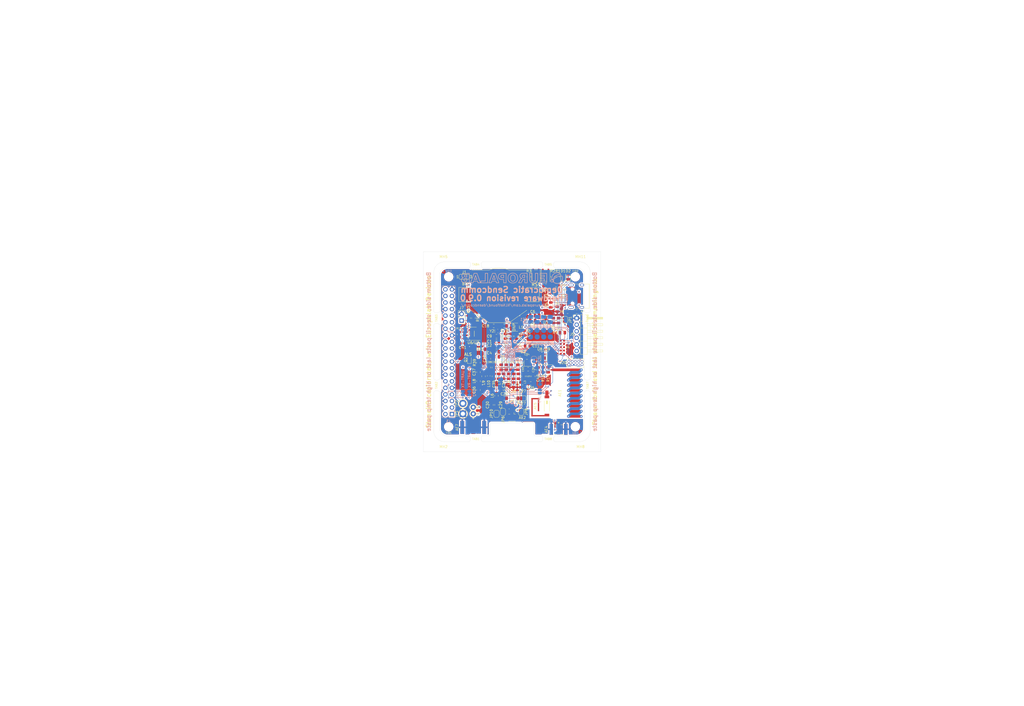
<source format=kicad_pcb>
(kicad_pcb (version 20171130) (host pcbnew 5.1.5+dfsg1-2build2)

  (general
    (thickness 1.6)
    (drawings 109)
    (tracks 1070)
    (zones 0)
    (modules 132)
    (nets 136)
  )

  (page A3)
  (title_block
    (title "Democratic Sendcomm")
    (date 2020-11-20)
    (rev 0.9.0)
    (company "Europalab Devices")
    (comment 1 "Copyright © 2020, Europalab Devices")
    (comment 2 "Fulfilling requirements of 20200210")
    (comment 3 "Pending quality assurance testing")
    (comment 4 "Release revision for manufacturing")
  )

  (layers
    (0 F.Cu signal)
    (1 In1.Cu signal)
    (2 In2.Cu signal)
    (31 B.Cu signal)
    (34 B.Paste user)
    (35 F.Paste user)
    (36 B.SilkS user)
    (37 F.SilkS user)
    (38 B.Mask user)
    (39 F.Mask user)
    (40 Dwgs.User user)
    (41 Cmts.User user)
    (44 Edge.Cuts user)
    (45 Margin user)
    (46 B.CrtYd user)
    (47 F.CrtYd user)
    (48 B.Fab user)
    (49 F.Fab user)
  )

  (setup
    (last_trace_width 0.127)
    (user_trace_width 0.1016)
    (user_trace_width 0.127)
    (user_trace_width 0.2)
    (trace_clearance 0.09)
    (zone_clearance 0.508)
    (zone_45_only no)
    (trace_min 0.09)
    (via_size 0.356)
    (via_drill 0.2)
    (via_min_size 0.356)
    (via_min_drill 0.2)
    (user_via 0.45 0.2)
    (user_via 0.6 0.3)
    (uvia_size 0.45)
    (uvia_drill 0.1)
    (uvias_allowed no)
    (uvia_min_size 0.45)
    (uvia_min_drill 0.1)
    (edge_width 0.1)
    (segment_width 0.1)
    (pcb_text_width 0.25)
    (pcb_text_size 1 1)
    (mod_edge_width 0.15)
    (mod_text_size 1 1)
    (mod_text_width 0.15)
    (pad_size 2 1.5)
    (pad_drill 0)
    (pad_to_mask_clearance 0)
    (aux_axis_origin 0 0)
    (visible_elements 7FFFFFFF)
    (pcbplotparams
      (layerselection 0x313fc_ffffffff)
      (usegerberextensions true)
      (usegerberattributes false)
      (usegerberadvancedattributes false)
      (creategerberjobfile false)
      (excludeedgelayer true)
      (linewidth 0.150000)
      (plotframeref false)
      (viasonmask false)
      (mode 1)
      (useauxorigin false)
      (hpglpennumber 1)
      (hpglpenspeed 20)
      (hpglpendiameter 15.000000)
      (psnegative false)
      (psa4output false)
      (plotreference true)
      (plotvalue true)
      (plotinvisibletext false)
      (padsonsilk false)
      (subtractmaskfromsilk false)
      (outputformat 1)
      (mirror false)
      (drillshape 0)
      (scaleselection 1)
      (outputdirectory "fabsingle"))
  )

  (net 0 "")
  (net 1 GND)
  (net 2 "Net-(AE1-Pad1)")
  (net 3 /Sheet5F53D5B4/RFSWPWR)
  (net 4 "Net-(C8-Pad1)")
  (net 5 /Sheet5F53D5B4/POWAMP)
  (net 6 "Net-(C13-Pad1)")
  (net 7 /Sheet5F53D5B4/HFOUT)
  (net 8 +3V3)
  (net 9 "Net-(C29-Pad1)")
  (net 10 /Sheet5F53D5B4/UART_RX)
  (net 11 /Sheet5F53D5B4/UART_TX)
  (net 12 /Sheet5F53D5B4/HPOUT)
  (net 13 /Sheet5F53D5B4/HFIN)
  (net 14 /Sheet5F53D5B4/BANDSEL)
  (net 15 "Net-(BT1-Pad1)")
  (net 16 /Sheet5F53D5B4/USB_BUS)
  (net 17 "Net-(C33-Pad1)")
  (net 18 "Net-(C34-Pad1)")
  (net 19 /Sheet5F53D5B4/CMDRST)
  (net 20 "Net-(D1-Pad2)")
  (net 21 "Net-(D1-Pad1)")
  (net 22 "Net-(D2-Pad1)")
  (net 23 "Net-(D2-Pad2)")
  (net 24 /Sheet5F53D5B4/USB_P)
  (net 25 /Sheet5F53D5B4/USB_N)
  (net 26 /Sheet60040980/ID_SD)
  (net 27 /Sheet60040980/ID_SC)
  (net 28 /Sheet5F53D5B4/SWDCLK)
  (net 29 "Net-(J3-Pad7)")
  (net 30 "Net-(J3-Pad8)")
  (net 31 "Net-(J4-Pad6)")
  (net 32 /Sheet5F53D5B4/CN_VBAT)
  (net 33 /Sheet5F53D5B4/XCEIV)
  (net 34 /Sheet5F53D5B4/CRYSTAL_XIN-RESERVED)
  (net 35 /Sheet5F53D5B4/CRYSTAL_XOUT-RESERVED)
  (net 36 "Net-(AE5-Pad2)")
  (net 37 "Net-(C1-Pad1)")
  (net 38 "Net-(C7-Pad1)")
  (net 39 "Net-(C14-Pad1)")
  (net 40 "Net-(C17-Pad1)")
  (net 41 "Net-(C18-Pad2)")
  (net 42 "Net-(C19-Pad2)")
  (net 43 "Net-(C23-Pad2)")
  (net 44 "Net-(C23-Pad1)")
  (net 45 "Net-(C24-Pad1)")
  (net 46 "Net-(C24-Pad2)")
  (net 47 "Net-(C29-Pad2)")
  (net 48 "Net-(C33-Pad2)")
  (net 49 "Net-(C35-Pad2)")
  (net 50 "Net-(C40-Pad1)")
  (net 51 "Net-(J2-PadB5)")
  (net 52 "Net-(J2-PadA8)")
  (net 53 "Net-(J2-PadA5)")
  (net 54 "Net-(J2-PadB8)")
  (net 55 "Net-(J2-PadA4)")
  (net 56 "Net-(J3-Pad2)")
  (net 57 "Net-(J3-Pad3)")
  (net 58 "Net-(J3-Pad4)")
  (net 59 "Net-(J3-Pad5)")
  (net 60 "Net-(J3-Pad10)")
  (net 61 "Net-(J3-Pad11)")
  (net 62 "Net-(J3-Pad12)")
  (net 63 "Net-(J3-Pad13)")
  (net 64 "Net-(J3-Pad15)")
  (net 65 "Net-(J3-Pad16)")
  (net 66 "Net-(J3-Pad18)")
  (net 67 "Net-(J3-Pad19)")
  (net 68 "Net-(J3-Pad21)")
  (net 69 "Net-(J3-Pad22)")
  (net 70 "Net-(J3-Pad23)")
  (net 71 "Net-(J3-Pad24)")
  (net 72 "Net-(J3-Pad26)")
  (net 73 "Net-(J3-Pad29)")
  (net 74 "Net-(J3-Pad31)")
  (net 75 "Net-(J3-Pad32)")
  (net 76 "Net-(J3-Pad33)")
  (net 77 "Net-(J3-Pad35)")
  (net 78 "Net-(J3-Pad36)")
  (net 79 "Net-(J3-Pad37)")
  (net 80 "Net-(J3-Pad38)")
  (net 81 "Net-(J3-Pad40)")
  (net 82 "Net-(J4-Pad7)")
  (net 83 "Net-(J4-Pad8)")
  (net 84 "Net-(J5-Pad2)")
  (net 85 "Net-(J5-Pad3)")
  (net 86 "Net-(J5-Pad6)")
  (net 87 "Net-(J6-Pad1)")
  (net 88 "Net-(L1-Pad2)")
  (net 89 "Net-(R3-Pad1)")
  (net 90 "Net-(R4-Pad1)")
  (net 91 "Net-(R4-Pad2)")
  (net 92 "Net-(U2-Pad5)")
  (net 93 "Net-(U3-PadG1)")
  (net 94 "Net-(U3-PadH1)")
  (net 95 "Net-(U3-PadE3)")
  (net 96 "Net-(U3-PadE4)")
  (net 97 "Net-(U3-PadF4)")
  (net 98 "Net-(U3-PadE5)")
  (net 99 "Net-(U3-PadC7)")
  (net 100 "Net-(U3-PadD7)")
  (net 101 "Net-(U3-PadD8)")
  (net 102 "Net-(U5-Pad3)")
  (net 103 "Net-(U5-Pad4)")
  (net 104 "Net-(U8-Pad7)")
  (net 105 "Net-(U8-Pad3)")
  (net 106 "Net-(U8-Pad2)")
  (net 107 "Net-(U8-Pad1)")
  (net 108 "Net-(U9-Pad1)")
  (net 109 "Net-(U9-Pad2)")
  (net 110 "Net-(U9-Pad3)")
  (net 111 "Net-(U9-Pad7)")
  (net 112 /Sheet5F53D5B4/SWDIO)
  (net 113 "Net-(AE2-Pad1)")
  (net 114 "Net-(AE4-Pad1)")
  (net 115 "Net-(AE5-Pad1)")
  (net 116 "Net-(AE7-Pad1)")
  (net 117 "Net-(JP10-Pad1)")
  (net 118 "Net-(J6-Pad2)")
  (net 119 "Net-(J6-Pad3)")
  (net 120 "Net-(J6-Pad4)")
  (net 121 "Net-(J6-Pad5)")
  (net 122 "Net-(J6-Pad6)")
  (net 123 "Net-(J6-Pad7)")
  (net 124 "Net-(J6-Pad8)")
  (net 125 "Net-(J7-Pad1)")
  (net 126 "Net-(C94-Pad1)")
  (net 127 "Net-(C95-Pad1)")
  (net 128 "Net-(JP26-Pad1)")
  (net 129 /TP_SCL)
  (net 130 /TP_SDA)
  (net 131 "Net-(J20-Pad6)")
  (net 132 "Net-(J20-Pad7)")
  (net 133 "Net-(J20-Pad8)")
  (net 134 "Net-(Q2-Pad2)")
  (net 135 "Net-(JP27-Pad3)")

  (net_class Default "This is the default net class."
    (clearance 0.09)
    (trace_width 0.09)
    (via_dia 0.356)
    (via_drill 0.2)
    (uvia_dia 0.45)
    (uvia_drill 0.1)
    (add_net +3V3)
    (add_net /Sheet5F53D5B4/BANDSEL)
    (add_net /Sheet5F53D5B4/CMDRST)
    (add_net /Sheet5F53D5B4/CN_VBAT)
    (add_net /Sheet5F53D5B4/CRYSTAL_XIN-RESERVED)
    (add_net /Sheet5F53D5B4/CRYSTAL_XOUT-RESERVED)
    (add_net /Sheet5F53D5B4/HFIN)
    (add_net /Sheet5F53D5B4/HFOUT)
    (add_net /Sheet5F53D5B4/HPOUT)
    (add_net /Sheet5F53D5B4/POWAMP)
    (add_net /Sheet5F53D5B4/RFSWPWR)
    (add_net /Sheet5F53D5B4/SWDCLK)
    (add_net /Sheet5F53D5B4/SWDIO)
    (add_net /Sheet5F53D5B4/UART_RX)
    (add_net /Sheet5F53D5B4/UART_TX)
    (add_net /Sheet5F53D5B4/USB_BUS)
    (add_net /Sheet5F53D5B4/USB_N)
    (add_net /Sheet5F53D5B4/USB_P)
    (add_net /Sheet5F53D5B4/XCEIV)
    (add_net /Sheet60040980/ID_SC)
    (add_net /Sheet60040980/ID_SD)
    (add_net /TP_SCL)
    (add_net /TP_SDA)
    (add_net GND)
    (add_net "Net-(AE1-Pad1)")
    (add_net "Net-(AE2-Pad1)")
    (add_net "Net-(AE4-Pad1)")
    (add_net "Net-(AE5-Pad1)")
    (add_net "Net-(AE5-Pad2)")
    (add_net "Net-(AE7-Pad1)")
    (add_net "Net-(BT1-Pad1)")
    (add_net "Net-(C1-Pad1)")
    (add_net "Net-(C13-Pad1)")
    (add_net "Net-(C14-Pad1)")
    (add_net "Net-(C17-Pad1)")
    (add_net "Net-(C18-Pad2)")
    (add_net "Net-(C19-Pad2)")
    (add_net "Net-(C23-Pad1)")
    (add_net "Net-(C23-Pad2)")
    (add_net "Net-(C24-Pad1)")
    (add_net "Net-(C24-Pad2)")
    (add_net "Net-(C29-Pad1)")
    (add_net "Net-(C29-Pad2)")
    (add_net "Net-(C33-Pad1)")
    (add_net "Net-(C33-Pad2)")
    (add_net "Net-(C34-Pad1)")
    (add_net "Net-(C35-Pad2)")
    (add_net "Net-(C40-Pad1)")
    (add_net "Net-(C7-Pad1)")
    (add_net "Net-(C8-Pad1)")
    (add_net "Net-(C94-Pad1)")
    (add_net "Net-(C95-Pad1)")
    (add_net "Net-(D1-Pad1)")
    (add_net "Net-(D1-Pad2)")
    (add_net "Net-(D2-Pad1)")
    (add_net "Net-(D2-Pad2)")
    (add_net "Net-(J2-PadA4)")
    (add_net "Net-(J2-PadA5)")
    (add_net "Net-(J2-PadA8)")
    (add_net "Net-(J2-PadB5)")
    (add_net "Net-(J2-PadB8)")
    (add_net "Net-(J20-Pad6)")
    (add_net "Net-(J20-Pad7)")
    (add_net "Net-(J20-Pad8)")
    (add_net "Net-(J3-Pad10)")
    (add_net "Net-(J3-Pad11)")
    (add_net "Net-(J3-Pad12)")
    (add_net "Net-(J3-Pad13)")
    (add_net "Net-(J3-Pad15)")
    (add_net "Net-(J3-Pad16)")
    (add_net "Net-(J3-Pad18)")
    (add_net "Net-(J3-Pad19)")
    (add_net "Net-(J3-Pad2)")
    (add_net "Net-(J3-Pad21)")
    (add_net "Net-(J3-Pad22)")
    (add_net "Net-(J3-Pad23)")
    (add_net "Net-(J3-Pad24)")
    (add_net "Net-(J3-Pad26)")
    (add_net "Net-(J3-Pad29)")
    (add_net "Net-(J3-Pad3)")
    (add_net "Net-(J3-Pad31)")
    (add_net "Net-(J3-Pad32)")
    (add_net "Net-(J3-Pad33)")
    (add_net "Net-(J3-Pad35)")
    (add_net "Net-(J3-Pad36)")
    (add_net "Net-(J3-Pad37)")
    (add_net "Net-(J3-Pad38)")
    (add_net "Net-(J3-Pad4)")
    (add_net "Net-(J3-Pad40)")
    (add_net "Net-(J3-Pad5)")
    (add_net "Net-(J3-Pad7)")
    (add_net "Net-(J3-Pad8)")
    (add_net "Net-(J4-Pad6)")
    (add_net "Net-(J4-Pad7)")
    (add_net "Net-(J4-Pad8)")
    (add_net "Net-(J5-Pad2)")
    (add_net "Net-(J5-Pad3)")
    (add_net "Net-(J5-Pad6)")
    (add_net "Net-(J6-Pad1)")
    (add_net "Net-(J6-Pad2)")
    (add_net "Net-(J6-Pad3)")
    (add_net "Net-(J6-Pad4)")
    (add_net "Net-(J6-Pad5)")
    (add_net "Net-(J6-Pad6)")
    (add_net "Net-(J6-Pad7)")
    (add_net "Net-(J6-Pad8)")
    (add_net "Net-(J7-Pad1)")
    (add_net "Net-(JP10-Pad1)")
    (add_net "Net-(JP26-Pad1)")
    (add_net "Net-(JP27-Pad3)")
    (add_net "Net-(L1-Pad2)")
    (add_net "Net-(Q2-Pad2)")
    (add_net "Net-(R3-Pad1)")
    (add_net "Net-(R4-Pad1)")
    (add_net "Net-(R4-Pad2)")
    (add_net "Net-(U2-Pad5)")
    (add_net "Net-(U3-PadC7)")
    (add_net "Net-(U3-PadD7)")
    (add_net "Net-(U3-PadD8)")
    (add_net "Net-(U3-PadE3)")
    (add_net "Net-(U3-PadE4)")
    (add_net "Net-(U3-PadE5)")
    (add_net "Net-(U3-PadF4)")
    (add_net "Net-(U3-PadG1)")
    (add_net "Net-(U3-PadH1)")
    (add_net "Net-(U5-Pad3)")
    (add_net "Net-(U5-Pad4)")
    (add_net "Net-(U8-Pad1)")
    (add_net "Net-(U8-Pad2)")
    (add_net "Net-(U8-Pad3)")
    (add_net "Net-(U8-Pad7)")
    (add_net "Net-(U9-Pad1)")
    (add_net "Net-(U9-Pad2)")
    (add_net "Net-(U9-Pad3)")
    (add_net "Net-(U9-Pad7)")
  )

  (net_class Power ""
    (clearance 0.2)
    (trace_width 0.5)
    (via_dia 1)
    (via_drill 0.7)
    (uvia_dia 0.5)
    (uvia_drill 0.1)
  )

  (module Elabdev:Panel_Mousetab_25mm_Single (layer F.Cu) (tedit 5CD9E59A) (tstamp 5FBE7343)
    (at 224 114.25 270)
    (path /5CD5C3A7)
    (fp_text reference TAB5 (at 0 0 180) (layer F.SilkS)
      (effects (font (size 0.8 0.8) (thickness 0.13)))
    )
    (fp_text value Pantab (at 0 -3.5 270) (layer F.Fab)
      (effects (font (size 1 1) (thickness 0.15)))
    )
    (fp_line (start -2.1 -2.6) (end 2.1 -2.6) (layer F.CrtYd) (width 0.15))
    (fp_line (start -2.1 2.6) (end -2.1 -2.6) (layer F.CrtYd) (width 0.15))
    (fp_line (start 2.1 2.6) (end -2.1 2.6) (layer F.CrtYd) (width 0.15))
    (fp_line (start 2.1 -2.6) (end 2.1 2.6) (layer F.CrtYd) (width 0.15))
    (fp_line (start -1.25 -2.2) (end -1.25 2.2) (layer F.Fab) (width 0.15))
    (fp_line (start 1.25 -2.2) (end 1.25 2.2) (layer F.Fab) (width 0.15))
    (pad "" np_thru_hole circle (at 1.35 -2 270) (size 0.5 0.5) (drill 0.5) (layers *.Cu))
    (pad "" np_thru_hole circle (at 1.35 -1.2 270) (size 0.5 0.5) (drill 0.5) (layers *.Cu))
    (pad "" np_thru_hole circle (at 1.35 -0.4 270) (size 0.5 0.5) (drill 0.5) (layers *.Cu))
    (pad "" np_thru_hole circle (at 1.35 0.4 270) (size 0.5 0.5) (drill 0.5) (layers *.Cu))
    (pad "" np_thru_hole circle (at 1.35 1.2 270) (size 0.5 0.5) (drill 0.5) (layers *.Cu))
    (pad "" np_thru_hole circle (at 1.35 2 270) (size 0.5 0.5) (drill 0.5) (layers *.Cu))
  )

  (module Elabdev:Elablogoslk-Gfx (layer B.Cu) (tedit 0) (tstamp 5FBDF7AF)
    (at 210 119.5 180)
    (fp_text reference G** (at 0 0) (layer B.SilkS) hide
      (effects (font (size 1.524 1.524) (thickness 0.3)) (justify mirror))
    )
    (fp_text value Elablogoslk (at 0.75 0) (layer B.SilkS) hide
      (effects (font (size 1.524 1.524) (thickness 0.3)) (justify mirror))
    )
    (fp_poly (pts (xy -15.405836 -0.675184) (xy -15.287483 -0.702055) (xy -15.188143 -0.754619) (xy -15.108772 -0.827765)
      (xy -15.050327 -0.916382) (xy -15.013763 -1.015359) (xy -15.000037 -1.119584) (xy -15.010104 -1.223945)
      (xy -15.04492 -1.323332) (xy -15.105441 -1.412633) (xy -15.192623 -1.486737) (xy -15.24833 -1.517344)
      (xy -15.356716 -1.550357) (xy -15.476625 -1.557984) (xy -15.592872 -1.539403) (xy -15.602283 -1.53653)
      (xy -15.678123 -1.497127) (xy -15.752493 -1.432517) (xy -15.815972 -1.352895) (xy -15.859141 -1.268459)
      (xy -15.864155 -1.2531) (xy -15.88425 -1.176683) (xy -15.891257 -1.117668) (xy -15.885212 -1.059627)
      (xy -15.866149 -0.986134) (xy -15.864727 -0.981328) (xy -15.815988 -0.8777) (xy -15.739972 -0.790432)
      (xy -15.643773 -0.72426) (xy -15.534487 -0.683915) (xy -15.419207 -0.674131) (xy -15.405836 -0.675184)) (layer B.Mask) (width 0.01))
    (fp_poly (pts (xy 17.476107 1.827609) (xy 17.687258 1.825899) (xy 17.865618 1.824237) (xy 18.014678 1.822477)
      (xy 18.137934 1.82047) (xy 18.238879 1.818068) (xy 18.321005 1.815122) (xy 18.387806 1.811484)
      (xy 18.442776 1.807007) (xy 18.489407 1.801541) (xy 18.531194 1.794939) (xy 18.57163 1.787052)
      (xy 18.6055 1.779685) (xy 18.771822 1.733432) (xy 18.923911 1.673315) (xy 19.054677 1.602656)
      (xy 19.157033 1.524776) (xy 19.164226 1.5179) (xy 19.246251 1.417951) (xy 19.315464 1.294688)
      (xy 19.365371 1.16053) (xy 19.377923 1.109275) (xy 19.39052 1.010407) (xy 19.393203 0.893754)
      (xy 19.386762 0.771789) (xy 19.371983 0.656983) (xy 19.349655 0.561808) (xy 19.341939 0.539811)
      (xy 19.283862 0.430962) (xy 19.19941 0.326298) (xy 19.097976 0.236127) (xy 19.019624 0.185927)
      (xy 18.914298 0.12941) (xy 18.968542 0.109123) (xy 19.093064 0.054672) (xy 19.194891 -0.009335)
      (xy 19.285933 -0.089714) (xy 19.390804 -0.214403) (xy 19.467199 -0.350129) (xy 19.516977 -0.501894)
      (xy 19.541997 -0.674698) (xy 19.545898 -0.789214) (xy 19.53245 -0.987132) (xy 19.491752 -1.163006)
      (xy 19.423278 -1.317328) (xy 19.326496 -1.450588) (xy 19.200879 -1.563277) (xy 19.045898 -1.655885)
      (xy 18.861023 -1.728905) (xy 18.645726 -1.782826) (xy 18.442214 -1.81358) (xy 18.390712 -1.817354)
      (xy 18.307346 -1.820878) (xy 18.196536 -1.82407) (xy 18.062704 -1.826851) (xy 17.910272 -1.829142)
      (xy 17.743659 -1.830864) (xy 17.567287 -1.831936) (xy 17.403536 -1.83228) (xy 16.528143 -1.832429)
      (xy 16.528143 -1.197429) (xy 17.471571 -1.197429) (xy 17.812474 -1.197429) (xy 17.960507 -1.19621)
      (xy 18.077011 -1.192363) (xy 18.166668 -1.185602) (xy 18.234157 -1.175639) (xy 18.257984 -1.170182)
      (xy 18.384709 -1.1231) (xy 18.482481 -1.054854) (xy 18.552639 -0.964254) (xy 18.589417 -0.8761)
      (xy 18.611394 -0.756961) (xy 18.608994 -0.636283) (xy 18.583832 -0.523232) (xy 18.537525 -0.426977)
      (xy 18.502598 -0.383459) (xy 18.44707 -0.333771) (xy 18.385424 -0.294593) (xy 18.312843 -0.264829)
      (xy 18.22451 -0.243381) (xy 18.115607 -0.229153) (xy 17.981316 -0.221046) (xy 17.816821 -0.217964)
      (xy 17.775464 -0.217851) (xy 17.471571 -0.217714) (xy 17.471571 -1.197429) (xy 16.528143 -1.197429)
      (xy 16.528143 1.197428) (xy 17.471571 1.197428) (xy 17.471571 0.417286) (xy 17.804933 0.417286)
      (xy 17.937918 0.418126) (xy 18.040036 0.420891) (xy 18.116671 0.425945) (xy 18.173209 0.433651)
      (xy 18.215035 0.444376) (xy 18.217426 0.445205) (xy 18.319056 0.498467) (xy 18.395331 0.575146)
      (xy 18.444205 0.67085) (xy 18.463631 0.781188) (xy 18.451564 0.901769) (xy 18.443884 0.931299)
      (xy 18.396902 1.030842) (xy 18.322562 1.110813) (xy 18.227195 1.165118) (xy 18.18819 1.177399)
      (xy 18.143627 1.184049) (xy 18.070672 1.189765) (xy 17.977218 1.19415) (xy 17.871155 1.196808)
      (xy 17.790109 1.197428) (xy 17.471571 1.197428) (xy 16.528143 1.197428) (xy 16.528143 1.835008)
      (xy 17.476107 1.827609)) (layer B.Mask) (width 0.01))
    (fp_poly (pts (xy 14.119941 1.828149) (xy 14.684369 1.823357) (xy 15.359475 0) (xy 16.034582 -1.823357)
      (xy 15.571079 -1.828205) (xy 15.445094 -1.82918) (xy 15.331429 -1.829406) (xy 15.235013 -1.828925)
      (xy 15.160777 -1.827781) (xy 15.11365 -1.826018) (xy 15.098562 -1.824039) (xy 15.090052 -1.80483)
      (xy 15.071782 -1.756797) (xy 15.045759 -1.68544) (xy 15.013987 -1.59626) (xy 14.978473 -1.494759)
      (xy 14.977731 -1.49262) (xy 14.865914 -1.170214) (xy 14.120645 -1.165479) (xy 13.375375 -1.160744)
      (xy 13.306737 -1.355979) (xy 13.272699 -1.452448) (xy 13.236904 -1.553325) (xy 13.204622 -1.643779)
      (xy 13.188986 -1.687286) (xy 13.139873 -1.823357) (xy 12.664678 -1.828197) (xy 12.53823 -1.828961)
      (xy 12.425118 -1.828639) (xy 12.329969 -1.827326) (xy 12.257408 -1.825117) (xy 12.212064 -1.822108)
      (xy 12.19843 -1.818559) (xy 12.205849 -1.799875) (xy 12.225002 -1.749455) (xy 12.255032 -1.669593)
      (xy 12.295087 -1.562586) (xy 12.34431 -1.430729) (xy 12.401847 -1.276318) (xy 12.466842 -1.101648)
      (xy 12.538441 -0.909015) (xy 12.615789 -0.700714) (xy 12.69803 -0.479041) (xy 12.702348 -0.467391)
      (xy 13.614056 -0.467391) (xy 13.61958 -0.47467) (xy 13.636172 -0.480187) (xy 13.66764 -0.484184)
      (xy 13.717795 -0.486904) (xy 13.790447 -0.488587) (xy 13.889405 -0.489478) (xy 14.01848 -0.489817)
      (xy 14.115143 -0.489857) (xy 14.270607 -0.489531) (xy 14.392961 -0.488457) (xy 14.485375 -0.486493)
      (xy 14.551022 -0.483496) (xy 14.59307 -0.479323) (xy 14.614692 -0.473831) (xy 14.619171 -0.467179)
      (xy 14.611769 -0.445613) (xy 14.593892 -0.393441) (xy 14.566814 -0.314385) (xy 14.53181 -0.212168)
      (xy 14.490155 -0.090515) (xy 14.443125 0.046852) (xy 14.391994 0.196209) (xy 14.367839 0.266773)
      (xy 14.315439 0.418794) (xy 14.266379 0.559098) (xy 14.221933 0.684192) (xy 14.183374 0.790582)
      (xy 14.151976 0.874778) (xy 14.129011 0.933285) (xy 14.115754 0.96261) (xy 14.11319 0.965273)
      (xy 14.105039 0.945854) (xy 14.08648 0.895813) (xy 14.058824 0.818867) (xy 14.023386 0.718735)
      (xy 13.981478 0.599134) (xy 13.934414 0.463783) (xy 13.883507 0.316398) (xy 13.865167 0.263071)
      (xy 13.813057 0.111504) (xy 13.764295 -0.030104) (xy 13.720215 -0.157901) (xy 13.682146 -0.268036)
      (xy 13.651421 -0.356659) (xy 13.629372 -0.419918) (xy 13.617329 -0.453964) (xy 13.615787 -0.458107)
      (xy 13.614056 -0.467391) (xy 12.702348 -0.467391) (xy 12.784311 -0.246291) (xy 12.842155 -0.090148)
      (xy 12.931409 0.150825) (xy 13.017702 0.38378) (xy 13.100126 0.606258) (xy 13.177768 0.815802)
      (xy 13.249717 1.009954) (xy 13.315063 1.186256) (xy 13.372895 1.34225) (xy 13.422301 1.47548)
      (xy 13.462371 1.583486) (xy 13.492193 1.663811) (xy 13.510857 1.713998) (xy 13.516223 1.728364)
      (xy 13.555513 1.832942) (xy 14.119941 1.828149)) (layer B.Mask) (width 0.01))
    (fp_poly (pts (xy 10.359571 -1.124857) (xy 12.028714 -1.124857) (xy 12.028714 -1.832429) (xy 9.416143 -1.832429)
      (xy 9.416143 1.832429) (xy 10.359571 1.832429) (xy 10.359571 -1.124857)) (layer B.Mask) (width 0.01))
    (fp_poly (pts (xy 8.199353 0.127) (xy 8.288425 -0.113439) (xy 8.374711 -0.34635) (xy 8.457277 -0.569212)
      (xy 8.535188 -0.7795) (xy 8.607508 -0.974691) (xy 8.673302 -1.152261) (xy 8.731636 -1.309687)
      (xy 8.781574 -1.444447) (xy 8.822182 -1.554015) (xy 8.852524 -1.63587) (xy 8.871666 -1.687486)
      (xy 8.876754 -1.701194) (xy 8.925739 -1.83303) (xy 8.45225 -1.828194) (xy 7.97876 -1.823357)
      (xy 7.866169 -1.496786) (xy 7.753577 -1.170214) (xy 6.263113 -1.160744) (xy 6.215979 -1.292479)
      (xy 6.18957 -1.366538) (xy 6.156119 -1.460694) (xy 6.120643 -1.560816) (xy 6.098384 -1.623786)
      (xy 6.027922 -1.823357) (xy 5.555303 -1.828192) (xy 5.082684 -1.833026) (xy 5.109 -1.764692)
      (xy 5.118841 -1.738485) (xy 5.140399 -1.680606) (xy 5.172801 -1.59341) (xy 5.215173 -1.479255)
      (xy 5.26664 -1.3405) (xy 5.32633 -1.1795) (xy 5.393368 -0.998613) (xy 5.46688 -0.800198)
      (xy 5.545992 -0.586611) (xy 5.590624 -0.466084) (xy 6.500383 -0.466084) (xy 6.503747 -0.473226)
      (xy 6.522197 -0.478851) (xy 6.559117 -0.48312) (xy 6.617891 -0.486194) (xy 6.701902 -0.488231)
      (xy 6.814535 -0.489393) (xy 6.959172 -0.489839) (xy 7.003143 -0.489857) (xy 7.158575 -0.489532)
      (xy 7.280898 -0.488459) (xy 7.373282 -0.486498) (xy 7.438898 -0.483504) (xy 7.480918 -0.479336)
      (xy 7.502511 -0.47385) (xy 7.506956 -0.467179) (xy 7.499509 -0.445611) (xy 7.481591 -0.393437)
      (xy 7.454479 -0.31438) (xy 7.419449 -0.212163) (xy 7.377777 -0.090513) (xy 7.33074 0.046847)
      (xy 7.279613 0.196192) (xy 7.255551 0.266494) (xy 7.203171 0.418497) (xy 7.154136 0.558793)
      (xy 7.109719 0.683886) (xy 7.071192 0.790281) (xy 7.039829 0.874483) (xy 7.016902 0.932996)
      (xy 7.003686 0.962326) (xy 7.001147 0.964994) (xy 6.993017 0.945656) (xy 6.974441 0.89568)
      (xy 6.946726 0.818758) (xy 6.911178 0.718582) (xy 6.869105 0.598844) (xy 6.821814 0.463236)
      (xy 6.770613 0.31545) (xy 6.749793 0.255094) (xy 6.697385 0.103053) (xy 6.648476 -0.038716)
      (xy 6.604368 -0.166446) (xy 6.566363 -0.276369) (xy 6.535764 -0.364717) (xy 6.513876 -0.427723)
      (xy 6.502 -0.461619) (xy 6.500383 -0.466084) (xy 5.590624 -0.466084) (xy 5.629831 -0.36021)
      (xy 5.717523 -0.123352) (xy 5.786688 0.0635) (xy 6.438059 1.823357) (xy 7.570937 1.823357)
      (xy 8.199353 0.127)) (layer B.Mask) (width 0.01))
    (fp_poly (pts (xy 3.261178 1.827277) (xy 3.480979 1.825468) (xy 3.667644 1.823588) (xy 3.824324 1.821528)
      (xy 3.954168 1.819181) (xy 4.060326 1.81644) (xy 4.145949 1.813196) (xy 4.214186 1.809344)
      (xy 4.268189 1.804775) (xy 4.311106 1.799382) (xy 4.346087 1.793058) (xy 4.360384 1.789806)
      (xy 4.57993 1.722356) (xy 4.770202 1.633466) (xy 4.931207 1.523128) (xy 5.062949 1.391336)
      (xy 5.165434 1.238084) (xy 5.238668 1.063365) (xy 5.282655 0.867172) (xy 5.297401 0.6495)
      (xy 5.297399 0.645705) (xy 5.288217 0.449129) (xy 5.259944 0.278882) (xy 5.210498 0.129241)
      (xy 5.137794 -0.005519) (xy 5.039749 -0.131121) (xy 4.999026 -0.174012) (xy 4.895224 -0.267312)
      (xy 4.781879 -0.345945) (xy 4.655594 -0.410816) (xy 4.512975 -0.462831) (xy 4.350626 -0.502892)
      (xy 4.165152 -0.531906) (xy 3.953157 -0.550777) (xy 3.711246 -0.56041) (xy 3.542393 -0.562141)
      (xy 3.229428 -0.562429) (xy 3.229428 -1.832429) (xy 2.286 -1.832429) (xy 2.286 1.161143)
      (xy 3.229428 1.161143) (xy 3.229428 0.124325) (xy 3.596821 0.130257) (xy 3.723136 0.132565)
      (xy 3.819164 0.135281) (xy 3.890902 0.139038) (xy 3.944349 0.144469) (xy 3.985502 0.152208)
      (xy 4.020359 0.16289) (xy 4.054919 0.177147) (xy 4.059313 0.17912) (xy 4.169998 0.247064)
      (xy 4.252769 0.337754) (xy 4.306977 0.449997) (xy 4.331976 0.582598) (xy 4.332071 0.68209)
      (xy 4.311044 0.815987) (xy 4.265746 0.924961) (xy 4.194448 1.012525) (xy 4.152688 1.046406)
      (xy 4.091383 1.0851) (xy 4.025279 1.114474) (xy 3.948479 1.135638) (xy 3.855086 1.149702)
      (xy 3.739205 1.157776) (xy 3.594939 1.16097) (xy 3.543117 1.161143) (xy 3.229428 1.161143)
      (xy 2.286 1.161143) (xy 2.286 1.834702) (xy 3.261178 1.827277)) (layer B.Mask) (width 0.01))
    (fp_poly (pts (xy -5.021036 1.832322) (xy -4.790545 1.831953) (xy -4.592718 1.830742) (xy -4.423936 1.828439)
      (xy -4.280582 1.824796) (xy -4.15904 1.819563) (xy -4.05569 1.812491) (xy -3.966916 1.80333)
      (xy -3.8891 1.791831) (xy -3.818625 1.777744) (xy -3.751873 1.760821) (xy -3.685226 1.740812)
      (xy -3.683 1.7401) (xy -3.505143 1.668202) (xy -3.35675 1.57546) (xy -3.237033 1.461065)
      (xy -3.145204 1.32421) (xy -3.080473 1.164086) (xy -3.065095 1.106714) (xy -3.052126 1.024859)
      (xy -3.044784 0.920167) (xy -3.043076 0.805447) (xy -3.04701 0.693506) (xy -3.056593 0.597152)
      (xy -3.064765 0.553367) (xy -3.122067 0.387982) (xy -3.210124 0.241735) (xy -3.328674 0.114934)
      (xy -3.477456 0.007885) (xy -3.57383 -0.043297) (xy -3.737708 -0.121173) (xy -3.668326 -0.14196)
      (xy -3.581385 -0.180968) (xy -3.486689 -0.24535) (xy -3.393008 -0.328178) (xy -3.309114 -0.42252)
      (xy -3.302741 -0.430815) (xy -3.267184 -0.483895) (xy -3.217707 -0.567269) (xy -3.155723 -0.678343)
      (xy -3.082645 -0.814521) (xy -2.999885 -0.973211) (xy -2.908856 -1.151818) (xy -2.893023 -1.183254)
      (xy -2.82288 -1.322987) (xy -2.758127 -1.452445) (xy -2.700522 -1.56808) (xy -2.651821 -1.666341)
      (xy -2.613784 -1.743682) (xy -2.588166 -1.796552) (xy -2.576727 -1.821403) (xy -2.576286 -1.822789)
      (xy -2.593653 -1.825316) (xy -2.642652 -1.827593) (xy -2.718631 -1.829528) (xy -2.816936 -1.831032)
      (xy -2.932915 -1.832014) (xy -3.061914 -1.832384) (xy -3.070679 -1.832385) (xy -3.565072 -1.832341)
      (xy -3.841286 -1.280998) (xy -3.935266 -1.094993) (xy -4.016708 -0.93913) (xy -4.088439 -0.810677)
      (xy -4.153287 -0.706904) (xy -4.214078 -0.625078) (xy -4.27364 -0.562471) (xy -4.334799 -0.51635)
      (xy -4.400382 -0.483984) (xy -4.473218 -0.462643) (xy -4.556132 -0.449597) (xy -4.651953 -0.442113)
      (xy -4.712607 -0.439322) (xy -4.934857 -0.43053) (xy -4.934857 -1.832429) (xy -5.878286 -1.832429)
      (xy -5.878286 0.194859) (xy -4.934857 0.194859) (xy -4.640036 0.20436) (xy -4.485926 0.211499)
      (xy -4.366408 0.22194) (xy -4.279926 0.23584) (xy -4.249825 0.243746) (xy -4.144318 0.293932)
      (xy -4.063726 0.369853) (xy -4.008771 0.470198) (xy -3.980174 0.593659) (xy -3.978435 0.736049)
      (xy -3.99804 0.857385) (xy -4.035625 0.958384) (xy -4.088688 1.032538) (xy -4.094482 1.037986)
      (xy -4.130735 1.063292) (xy -4.185257 1.093514) (xy -4.218877 1.109665) (xy -4.256325 1.124906)
      (xy -4.295556 1.136159) (xy -4.3433 1.144228) (xy -4.406282 1.149916) (xy -4.491232 1.154025)
      (xy -4.604875 1.15736) (xy -4.621893 1.157773) (xy -4.934857 1.165259) (xy -4.934857 0.194859)
      (xy -5.878286 0.194859) (xy -5.878286 1.832429) (xy -5.021036 1.832322)) (layer B.Mask) (width 0.01))
    (fp_poly (pts (xy -10.867571 1.124857) (xy -12.482286 1.124857) (xy -12.482286 0.435429) (xy -10.976429 0.435429)
      (xy -10.976429 -0.272143) (xy -12.482286 -0.272143) (xy -12.482286 -1.124857) (xy -10.813143 -1.124857)
      (xy -10.813143 -1.832429) (xy -13.425714 -1.832429) (xy -13.425714 1.832429) (xy -10.867571 1.832429)
      (xy -10.867571 1.124857)) (layer B.Mask) (width 0.01))
    (fp_poly (pts (xy -0.228978 1.89448) (xy -0.078724 1.888371) (xy 0.055719 1.876762) (xy 0.151065 1.86234)
      (xy 0.390616 1.801445) (xy 0.605048 1.717288) (xy 0.798897 1.607509) (xy 0.976703 1.469751)
      (xy 1.061357 1.38929) (xy 1.213795 1.212223) (xy 1.337717 1.01768) (xy 1.433707 0.804035)
      (xy 1.502349 0.569664) (xy 1.544225 0.31294) (xy 1.559919 0.032239) (xy 1.560072 0)
      (xy 1.5472 -0.283492) (xy 1.5082 -0.542822) (xy 1.442499 -0.779588) (xy 1.349522 -0.99539)
      (xy 1.228695 -1.191828) (xy 1.079444 -1.370501) (xy 1.061357 -1.389048) (xy 0.896512 -1.53709)
      (xy 0.720815 -1.65755) (xy 0.53061 -1.751843) (xy 0.322238 -1.821386) (xy 0.092042 -1.867598)
      (xy -0.163636 -1.891894) (xy -0.244929 -1.895095) (xy -0.344247 -1.897272) (xy -0.433738 -1.898118)
      (xy -0.505666 -1.897644) (xy -0.552295 -1.895858) (xy -0.562429 -1.894726) (xy -0.602523 -1.888187)
      (xy -0.665462 -1.878473) (xy -0.738175 -1.867598) (xy -0.743857 -1.866762) (xy -0.987164 -1.813977)
      (xy -1.214974 -1.730312) (xy -1.424808 -1.617574) (xy -1.614186 -1.477568) (xy -1.78063 -1.3121)
      (xy -1.92166 -1.122975) (xy -2.025001 -0.933616) (xy -2.105385 -0.721719) (xy -2.162321 -0.489395)
      (xy -2.195876 -0.243481) (xy -2.205744 0) (xy -1.222288 0) (xy -1.221796 -0.128993)
      (xy -1.219948 -0.228802) (xy -1.216185 -0.306517) (xy -1.20995 -0.369231) (xy -1.200684 -0.424036)
      (xy -1.187828 -0.478023) (xy -1.183354 -0.494518) (xy -1.114887 -0.688703) (xy -1.025572 -0.853973)
      (xy -0.916566 -0.989615) (xy -0.789032 -1.09492) (xy -0.644127 -1.169176) (xy -0.483013 -1.211671)
      (xy -0.306849 -1.221694) (xy -0.116795 -1.198534) (xy -0.057367 -1.18504) (xy 0.084118 -1.131346)
      (xy 0.213032 -1.045953) (xy 0.326853 -0.932026) (xy 0.423063 -0.79273) (xy 0.499138 -0.631233)
      (xy 0.55256 -0.450698) (xy 0.56112 -0.408214) (xy 0.584828 -0.229692) (xy 0.593933 -0.038244)
      (xy 0.588859 0.15539) (xy 0.57003 0.340473) (xy 0.537873 0.506266) (xy 0.522796 0.560199)
      (xy 0.450801 0.743853) (xy 0.357363 0.898533) (xy 0.243303 1.023688) (xy 0.109438 1.118771)
      (xy -0.043412 1.183232) (xy -0.214428 1.216521) (xy -0.402793 1.218089) (xy -0.451366 1.213587)
      (xy -0.615554 1.178187) (xy -0.763149 1.110952) (xy -0.893253 1.012766) (xy -1.004968 0.884509)
      (xy -1.097397 0.727063) (xy -1.169644 0.541309) (xy -1.183354 0.494518) (xy -1.197354 0.439443)
      (xy -1.207603 0.385605) (xy -1.214658 0.325911) (xy -1.21908 0.25327) (xy -1.221425 0.160591)
      (xy -1.222252 0.04078) (xy -1.222288 0) (xy -2.205744 0) (xy -2.206117 0.009184)
      (xy -2.193113 0.261761) (xy -2.156929 0.507413) (xy -2.097634 0.739303) (xy -2.015294 0.95059)
      (xy -2.006273 0.969348) (xy -1.884663 1.178429) (xy -1.737221 1.362156) (xy -1.564379 1.520214)
      (xy -1.366569 1.652289) (xy -1.144222 1.758066) (xy -0.897769 1.837229) (xy -0.781432 1.863623)
      (xy -0.671269 1.87966) (xy -0.535583 1.890138) (xy -0.384709 1.895074) (xy -0.228978 1.89448)) (layer B.Mask) (width 0.01))
    (fp_poly (pts (xy -6.826317 0.53975) (xy -6.827566 0.291846) (xy -6.828746 0.077441) (xy -6.829948 -0.106249)
      (xy -6.831263 -0.262012) (xy -6.83278 -0.392631) (xy -6.834591 -0.500893) (xy -6.836785 -0.589584)
      (xy -6.839454 -0.661489) (xy -6.842688 -0.719394) (xy -6.846576 -0.766085) (xy -6.85121 -0.804347)
      (xy -6.856681 -0.836965) (xy -6.863077 -0.866726) (xy -6.870491 -0.896416) (xy -6.8733 -0.907143)
      (xy -6.945951 -1.121606) (xy -7.044066 -1.310445) (xy -7.167245 -1.473259) (xy -7.315092 -1.609643)
      (xy -7.487208 -1.719196) (xy -7.683195 -1.801513) (xy -7.78606 -1.831342) (xy -7.99491 -1.872121)
      (xy -8.223254 -1.895786) (xy -8.458202 -1.901599) (xy -8.686866 -1.888819) (xy -8.721534 -1.885054)
      (xy -8.963638 -1.84308) (xy -9.179163 -1.776508) (xy -9.368393 -1.685132) (xy -9.531612 -1.568747)
      (xy -9.669105 -1.427148) (xy -9.781154 -1.260129) (xy -9.868045 -1.067486) (xy -9.873312 -1.052694)
      (xy -9.89064 -1.002703) (xy -9.90567 -0.956653) (xy -9.918583 -0.911642) (xy -9.929558 -0.86477)
      (xy -9.938774 -0.813136) (xy -9.94641 -0.75384) (xy -9.952646 -0.68398) (xy -9.957661 -0.600657)
      (xy -9.961634 -0.500969) (xy -9.964745 -0.382017) (xy -9.967173 -0.240898) (xy -9.969097 -0.074714)
      (xy -9.970696 0.119438) (xy -9.972151 0.344458) (xy -9.973434 0.566964) (xy -9.980598 1.832428)
      (xy -9.50787 1.832428) (xy -9.035143 1.832429) (xy -9.035006 0.639536) (xy -9.034686 0.395346)
      (xy -9.033808 0.170485) (xy -9.032401 -0.032809) (xy -9.030499 -0.2123) (xy -9.028133 -0.365749)
      (xy -9.025336 -0.490919) (xy -9.022138 -0.585571) (xy -9.018573 -0.647469) (xy -9.01636 -0.667414)
      (xy -8.977519 -0.830688) (xy -8.918726 -0.963883) (xy -8.839697 -1.067414) (xy -8.740148 -1.141696)
      (xy -8.670648 -1.172329) (xy -8.573978 -1.195565) (xy -8.459225 -1.207176) (xy -8.338386 -1.207365)
      (xy -8.223459 -1.196337) (xy -8.126439 -1.174296) (xy -8.095567 -1.162546) (xy -7.993559 -1.101899)
      (xy -7.911492 -1.018493) (xy -7.848023 -0.909845) (xy -7.801809 -0.773475) (xy -7.771504 -0.606899)
      (xy -7.765546 -0.553072) (xy -7.762345 -0.501945) (xy -7.759316 -0.41837) (xy -7.756513 -0.306182)
      (xy -7.75399 -0.169219) (xy -7.7518 -0.011318) (xy -7.749999 0.163684) (xy -7.748639 0.351952)
      (xy -7.747776 0.549647) (xy -7.747468 0.73025) (xy -7.747 1.832429) (xy -6.819926 1.832429)
      (xy -6.826317 0.53975)) (layer B.Mask) (width 0.01))
    (fp_poly (pts (xy -17.270857 2.058311) (xy -17.102743 2.039596) (xy -16.954974 2.011439) (xy -16.938388 2.007237)
      (xy -16.682976 1.922338) (xy -16.444847 1.807365) (xy -16.225908 1.664916) (xy -16.028068 1.497588)
      (xy -15.853234 1.30798) (xy -15.703315 1.098689) (xy -15.580218 0.872311) (xy -15.48585 0.631446)
      (xy -15.422121 0.37869) (xy -15.390938 0.116641) (xy -15.390801 -0.099786) (xy -15.397211 -0.193957)
      (xy -15.406041 -0.286438) (xy -15.415923 -0.364098) (xy -15.4221 -0.39964) (xy -15.442959 -0.499923)
      (xy -15.566749 -0.492929) (xy -15.69629 -0.496243) (xy -15.806108 -0.524692) (xy -15.905682 -0.581873)
      (xy -15.985309 -0.651692) (xy -16.069093 -0.751088) (xy -16.120703 -0.853346) (xy -16.143679 -0.967732)
      (xy -16.144231 -1.067409) (xy -16.120321 -1.203444) (xy -16.066076 -1.323863) (xy -16.008031 -1.399469)
      (xy -15.962886 -1.447295) (xy -16.094134 -1.560257) (xy -16.310437 -1.72361) (xy -16.545788 -1.859063)
      (xy -16.794158 -1.963425) (xy -16.940397 -2.008082) (xy -17.019918 -2.027472) (xy -17.094181 -2.041279)
      (xy -17.17315 -2.05063) (xy -17.266789 -2.056652) (xy -17.385063 -2.060472) (xy -17.408072 -2.060978)
      (xy -17.582144 -2.061629) (xy -17.721649 -2.055588) (xy -17.826043 -2.042881) (xy -17.828434 -2.042434)
      (xy -18.09035 -1.975071) (xy -18.339379 -1.875706) (xy -18.57251 -1.74658) (xy -18.786736 -1.589936)
      (xy -18.979046 -1.408016) (xy -19.14643 -1.203063) (xy -19.285879 -0.977319) (xy -19.303382 -0.943429)
      (xy -19.40388 -0.716746) (xy -19.473153 -0.493719) (xy -19.513584 -0.264321) (xy -19.527555 -0.018526)
      (xy -19.527603 0) (xy -19.523937 0.15642) (xy -19.511711 0.292381) (xy -19.488713 0.423151)
      (xy -19.452732 0.563998) (xy -19.439294 0.609771) (xy -19.395104 0.7569) (xy -19.299659 0.768363)
      (xy -19.217327 0.774864) (xy -19.109125 0.778584) (xy -18.985357 0.77962) (xy -18.856324 0.778069)
      (xy -18.73233 0.774028) (xy -18.623675 0.767594) (xy -18.559667 0.761405) (xy -18.346158 0.726115)
      (xy -18.114459 0.671283) (xy -17.874767 0.599973) (xy -17.637277 0.515246) (xy -17.412186 0.420167)
      (xy -17.391389 0.410506) (xy -17.192189 0.309102) (xy -16.979233 0.186332) (xy -16.762202 0.04853)
      (xy -16.550777 -0.09797) (xy -16.354639 -0.246832) (xy -16.234754 -0.346335) (xy -16.182789 -0.389353)
      (xy -16.140243 -0.420967) (xy -16.115285 -0.435171) (xy -16.113595 -0.435429) (xy -16.098753 -0.418839)
      (xy -16.08788 -0.374973) (xy -16.081591 -0.312682) (xy -16.080498 -0.240821) (xy -16.085215 -0.168243)
      (xy -16.09198 -0.123374) (xy -16.144244 0.049757) (xy -16.231957 0.220297) (xy -16.354341 0.387676)
      (xy -16.510616 0.551322) (xy -16.700002 0.710665) (xy -16.92172 0.865135) (xy -17.17499 1.014159)
      (xy -17.459033 1.157168) (xy -17.773069 1.293591) (xy -18.116318 1.422856) (xy -18.278929 1.47815)
      (xy -18.388878 1.514177) (xy -18.490967 1.547257) (xy -18.578701 1.575313) (xy -18.645583 1.596269)
      (xy -18.68512 1.608052) (xy -18.687143 1.608599) (xy -18.750643 1.625466) (xy -18.659929 1.691696)
      (xy -18.496644 1.795397) (xy -18.30896 1.88838) (xy -18.108236 1.966085) (xy -17.905832 2.023954)
      (xy -17.765054 2.050834) (xy -17.615233 2.064627) (xy -17.446094 2.066887) (xy -17.270857 2.058311)) (layer B.Mask) (width 0.01))
    (fp_poly (pts (xy 17.917836 1.28629) (xy 18.054785 1.279804) (xy 18.165087 1.267294) (xy 18.253486 1.247368)
      (xy 18.324731 1.218633) (xy 18.383566 1.179699) (xy 18.434739 1.129175) (xy 18.476528 1.07498)
      (xy 18.504025 1.031532) (xy 18.521261 0.989192) (xy 18.531376 0.93622) (xy 18.537511 0.86088)
      (xy 18.538464 0.84349) (xy 18.537958 0.720191) (xy 18.520204 0.622334) (xy 18.482677 0.542196)
      (xy 18.422848 0.472055) (xy 18.414344 0.464209) (xy 18.370632 0.426221) (xy 18.330198 0.396654)
      (xy 18.287703 0.374358) (xy 18.237806 0.358182) (xy 18.175166 0.346978) (xy 18.094443 0.339595)
      (xy 17.990296 0.334883) (xy 17.857385 0.331693) (xy 17.793607 0.330563) (xy 17.380857 0.323601)
      (xy 17.380857 0.729383) (xy 17.56512 0.729383) (xy 17.565212 0.64451) (xy 17.566495 0.578701)
      (xy 17.568875 0.538977) (xy 17.570281 0.531476) (xy 17.592055 0.520343) (xy 17.642672 0.512548)
      (xy 17.714852 0.507986) (xy 17.801316 0.506549) (xy 17.894785 0.50813) (xy 17.98798 0.512623)
      (xy 18.073622 0.519919) (xy 18.14443 0.529914) (xy 18.187794 0.540544) (xy 18.272117 0.582877)
      (xy 18.327185 0.643869) (xy 18.355424 0.727116) (xy 18.360543 0.796433) (xy 18.348404 0.904009)
      (xy 18.311217 0.986622) (xy 18.247726 1.046703) (xy 18.2245 1.060112) (xy 18.193142 1.074475)
      (xy 18.159093 1.084668) (xy 18.115636 1.091387) (xy 18.056053 1.095326) (xy 17.973626 1.097179)
      (xy 17.861643 1.097643) (xy 17.571357 1.097643) (xy 17.566315 0.826297) (xy 17.56512 0.729383)
      (xy 17.380857 0.729383) (xy 17.380857 1.288143) (xy 17.749493 1.288143) (xy 17.917836 1.28629)) (layer B.SilkS) (width 0.01))
    (fp_poly (pts (xy 17.68475 -0.127322) (xy 17.877097 -0.129458) (xy 18.03749 -0.136052) (xy 18.170089 -0.14805)
      (xy 18.279056 -0.166399) (xy 18.36855 -0.192045) (xy 18.442734 -0.225937) (xy 18.505768 -0.269019)
      (xy 18.561812 -0.322239) (xy 18.567122 -0.328076) (xy 18.630512 -0.413985) (xy 18.670957 -0.50888)
      (xy 18.691232 -0.621399) (xy 18.694842 -0.725714) (xy 18.677935 -0.871409) (xy 18.630791 -0.9974)
      (xy 18.554075 -1.102703) (xy 18.448456 -1.186334) (xy 18.350027 -1.234497) (xy 18.313242 -1.247952)
      (xy 18.276743 -1.258357) (xy 18.235037 -1.266222) (xy 18.182629 -1.272051) (xy 18.114025 -1.276354)
      (xy 18.023731 -1.279637) (xy 17.906251 -1.282407) (xy 17.81175 -1.284191) (xy 17.380857 -1.291917)
      (xy 17.380857 -0.704548) (xy 17.562286 -0.704548) (xy 17.562912 -0.818333) (xy 17.564662 -0.919775)
      (xy 17.56734 -1.003282) (xy 17.570755 -1.063261) (xy 17.57471 -1.09412) (xy 17.575893 -1.096785)
      (xy 17.599123 -1.10204) (xy 17.651483 -1.104745) (xy 17.725926 -1.10518) (xy 17.815407 -1.103622)
      (xy 17.912878 -1.100348) (xy 18.011294 -1.095636) (xy 18.103609 -1.089763) (xy 18.182776 -1.083008)
      (xy 18.24175 -1.075649) (xy 18.269857 -1.069441) (xy 18.372131 -1.019227) (xy 18.445362 -0.949066)
      (xy 18.490921 -0.856888) (xy 18.510181 -0.740622) (xy 18.51105 -0.705457) (xy 18.497542 -0.583062)
      (xy 18.456802 -0.484556) (xy 18.388504 -0.409483) (xy 18.292323 -0.357388) (xy 18.253848 -0.345005)
      (xy 18.213991 -0.338923) (xy 18.14545 -0.333689) (xy 18.055824 -0.329671) (xy 17.952712 -0.327237)
      (xy 17.87525 -0.326673) (xy 17.562286 -0.326572) (xy 17.562286 -0.704548) (xy 17.380857 -0.704548)
      (xy 17.380857 -0.127) (xy 17.68475 -0.127322)) (layer B.SilkS) (width 0.01))
    (fp_poly (pts (xy 14.121277 1.222939) (xy 14.139569 1.177499) (xy 14.167285 1.103946) (xy 14.203299 1.005403)
      (xy 14.246485 0.884992) (xy 14.29572 0.745835) (xy 14.349877 0.591055) (xy 14.407831 0.423773)
      (xy 14.432643 0.351674) (xy 14.491932 0.179065) (xy 14.547704 0.016714) (xy 14.598838 -0.132122)
      (xy 14.644217 -0.264186) (xy 14.68272 -0.376222) (xy 14.713228 -0.464971) (xy 14.734623 -0.527178)
      (xy 14.745784 -0.559586) (xy 14.747119 -0.563436) (xy 14.731103 -0.568092) (xy 14.681055 -0.572105)
      (xy 14.599223 -0.575414) (xy 14.487856 -0.577957) (xy 14.349204 -0.579674) (xy 14.185514 -0.580502)
      (xy 14.117417 -0.580571) (xy 13.481668 -0.580571) (xy 13.550179 -0.382995) (xy 13.752286 -0.382995)
      (xy 13.769527 -0.387914) (xy 13.817649 -0.392225) (xy 13.891247 -0.39569) (xy 13.984918 -0.398066)
      (xy 14.093258 -0.399114) (xy 14.115143 -0.399143) (xy 14.245154 -0.398608) (xy 14.342499 -0.396854)
      (xy 14.410781 -0.393655) (xy 14.453605 -0.388786) (xy 14.474576 -0.382022) (xy 14.478196 -0.376464)
      (xy 14.472592 -0.350253) (xy 14.456769 -0.296749) (xy 14.432498 -0.220971) (xy 14.401551 -0.127939)
      (xy 14.365696 -0.022673) (xy 14.326704 0.089808) (xy 14.286347 0.204483) (xy 14.246393 0.316334)
      (xy 14.208614 0.42034) (xy 14.174779 0.511481) (xy 14.14666 0.584739) (xy 14.126026 0.635093)
      (xy 14.114648 0.657524) (xy 14.11333 0.658087) (xy 14.104503 0.638312) (xy 14.085886 0.589371)
      (xy 14.059288 0.516479) (xy 14.02652 0.424854) (xy 13.989388 0.31971) (xy 13.949703 0.206264)
      (xy 13.909273 0.089732) (xy 13.869907 -0.02467) (xy 13.833414 -0.131725) (xy 13.801604 -0.226219)
      (xy 13.776283 -0.302935) (xy 13.759263 -0.356657) (xy 13.752351 -0.382169) (xy 13.752286 -0.382995)
      (xy 13.550179 -0.382995) (xy 13.596483 -0.249464) (xy 13.632184 -0.146279) (xy 13.676964 -0.016496)
      (xy 13.72816 0.132149) (xy 13.78311 0.29192) (xy 13.839153 0.455081) (xy 13.893627 0.613895)
      (xy 13.907075 0.653143) (xy 13.954158 0.790045) (xy 13.997809 0.915927) (xy 14.036575 1.026684)
      (xy 14.069005 1.118214) (xy 14.09365 1.186412) (xy 14.109057 1.227174) (xy 14.113533 1.237145)
      (xy 14.121277 1.222939)) (layer B.SilkS) (width 0.01))
    (fp_poly (pts (xy 7.009104 1.222935) (xy 7.027411 1.177482) (xy 7.055126 1.103908) (xy 7.091127 1.005334)
      (xy 7.134289 0.884879) (xy 7.183489 0.745666) (xy 7.237604 0.590814) (xy 7.29551 0.423444)
      (xy 7.320643 0.350304) (xy 7.379884 0.177599) (xy 7.435614 0.015195) (xy 7.486717 -0.133657)
      (xy 7.532076 -0.265709) (xy 7.570575 -0.377713) (xy 7.601097 -0.46642) (xy 7.622526 -0.528581)
      (xy 7.633746 -0.560946) (xy 7.635119 -0.564806) (xy 7.619103 -0.568506) (xy 7.570757 -0.571889)
      (xy 7.494034 -0.574854) (xy 7.392888 -0.577303) (xy 7.271274 -0.579136) (xy 7.133146 -0.580256)
      (xy 7.005309 -0.580571) (xy 6.369451 -0.580571) (xy 6.437761 -0.382739) (xy 6.640286 -0.382739)
      (xy 6.657585 -0.387871) (xy 6.706114 -0.392305) (xy 6.780819 -0.395812) (xy 6.876647 -0.398163)
      (xy 6.988546 -0.399131) (xy 7.003143 -0.399143) (xy 7.133127 -0.398609) (xy 7.230445 -0.396857)
      (xy 7.298702 -0.393662) (xy 7.341504 -0.388798) (xy 7.362457 -0.38204) (xy 7.366067 -0.376464)
      (xy 7.360381 -0.350266) (xy 7.344441 -0.296776) (xy 7.320027 -0.221016) (xy 7.288918 -0.128009)
      (xy 7.252894 -0.022775) (xy 7.213731 0.089663) (xy 7.173211 0.204285) (xy 7.133111 0.316067)
      (xy 7.09521 0.419989) (xy 7.061287 0.511028) (xy 7.033121 0.584164) (xy 7.012492 0.634373)
      (xy 7.001177 0.656636) (xy 6.999915 0.657173) (xy 6.991125 0.637536) (xy 6.972575 0.588723)
      (xy 6.94607 0.515949) (xy 6.913413 0.424431) (xy 6.876408 0.319386) (xy 6.83686 0.206031)
      (xy 6.796572 0.089582) (xy 6.757349 -0.024744) (xy 6.720994 -0.13173) (xy 6.689313 -0.22616)
      (xy 6.664108 -0.302817) (xy 6.647184 -0.356485) (xy 6.640345 -0.381947) (xy 6.640286 -0.382739)
      (xy 6.437761 -0.382739) (xy 6.515103 -0.15875) (xy 6.56389 -0.017316) (xy 6.620546 0.147163)
      (xy 6.681187 0.3234) (xy 6.741931 0.500109) (xy 6.798896 0.666004) (xy 6.825601 0.743857)
      (xy 6.868787 0.869149) (xy 6.908519 0.98316) (xy 6.943194 1.081393) (xy 6.971211 1.159348)
      (xy 6.990966 1.212526) (xy 7.000856 1.236427) (xy 7.001331 1.237146) (xy 7.009104 1.222935)) (layer B.SilkS) (width 0.01))
    (fp_poly (pts (xy 3.469821 1.25172) (xy 3.639453 1.249943) (xy 3.777717 1.244388) (xy 3.889387 1.234487)
      (xy 3.97924 1.219671) (xy 4.05205 1.199373) (xy 4.107012 1.175919) (xy 4.20351 1.119377)
      (xy 4.274558 1.057688) (xy 4.330625 0.980547) (xy 4.358698 0.928143) (xy 4.386927 0.867671)
      (xy 4.404373 0.817864) (xy 4.413558 0.766132) (xy 4.417003 0.699888) (xy 4.417343 0.635381)
      (xy 4.415033 0.54058) (xy 4.40758 0.470903) (xy 4.393344 0.415356) (xy 4.379391 0.381)
      (xy 4.30689 0.260497) (xy 4.21178 0.167276) (xy 4.160013 0.132901) (xy 4.101562 0.102304)
      (xy 4.03976 0.07869) (xy 3.969016 0.061238) (xy 3.883741 0.049123) (xy 3.778344 0.041522)
      (xy 3.647235 0.037612) (xy 3.506107 0.036569) (xy 3.138714 0.036286) (xy 3.138714 0.217714)
      (xy 3.319474 0.217714) (xy 3.588658 0.217714) (xy 3.724055 0.219535) (xy 3.828565 0.225268)
      (xy 3.907418 0.235318) (xy 3.952931 0.245952) (xy 4.064296 0.295777) (xy 4.149888 0.369752)
      (xy 4.207908 0.464789) (xy 4.236555 0.577799) (xy 4.23403 0.705695) (xy 4.231259 0.7236)
      (xy 4.196708 0.839804) (xy 4.13642 0.930844) (xy 4.049545 0.997964) (xy 4.040041 1.003057)
      (xy 3.966856 1.029431) (xy 3.864473 1.049521) (xy 3.739561 1.062525) (xy 3.598793 1.067643)
      (xy 3.510643 1.066628) (xy 3.329214 1.061357) (xy 3.324344 0.639536) (xy 3.319474 0.217714)
      (xy 3.138714 0.217714) (xy 3.138714 1.251857) (xy 3.469821 1.25172)) (layer B.SilkS) (width 0.01))
    (fp_poly (pts (xy -4.748893 1.25172) (xy -4.559352 1.248116) (xy -4.401825 1.236609) (xy -4.272639 1.215848)
      (xy -4.168118 1.184484) (xy -4.08459 1.141166) (xy -4.018379 1.084545) (xy -3.965811 1.013271)
      (xy -3.934517 0.9525) (xy -3.912616 0.894379) (xy -3.899826 0.832542) (xy -3.894092 0.754357)
      (xy -3.893196 0.6985) (xy -3.901781 0.551017) (xy -3.929914 0.430791) (xy -3.97935 0.33346)
      (xy -4.051842 0.254657) (xy -4.080489 0.23243) (xy -4.134998 0.197795) (xy -4.193639 0.171348)
      (xy -4.262099 0.152095) (xy -4.346064 0.139043) (xy -4.451222 0.131199) (xy -4.583258 0.12757)
      (xy -4.68415 0.127) (xy -5.025572 0.127) (xy -5.025572 0.308429) (xy -4.844879 0.308429)
      (xy -4.611947 0.308429) (xy -4.463964 0.311908) (xy -4.351524 0.32235) (xy -4.286369 0.335941)
      (xy -4.200675 0.373113) (xy -4.138882 0.428683) (xy -4.098966 0.506327) (xy -4.078909 0.609718)
      (xy -4.075915 0.718603) (xy -4.09141 0.834003) (xy -4.132387 0.923963) (xy -4.199746 0.989733)
      (xy -4.294387 1.03256) (xy -4.303907 1.035233) (xy -4.350131 1.04304) (xy -4.422652 1.049937)
      (xy -4.511483 1.055172) (xy -4.605431 1.057973) (xy -4.835072 1.061357) (xy -4.839975 0.684893)
      (xy -4.844879 0.308429) (xy -5.025572 0.308429) (xy -5.025572 1.251857) (xy -4.748893 1.25172)) (layer B.SilkS) (width 0.01))
    (fp_poly (pts (xy -0.142398 1.293463) (xy 0.024867 1.254036) (xy 0.172149 1.186568) (xy 0.302524 1.089623)
      (xy 0.41907 0.961765) (xy 0.426631 0.951832) (xy 0.519148 0.804754) (xy 0.58968 0.63735)
      (xy 0.63892 0.446978) (xy 0.667562 0.230994) (xy 0.676323 0) (xy 0.673196 -0.168269)
      (xy 0.662767 -0.310503) (xy 0.643462 -0.436496) (xy 0.613709 -0.556043) (xy 0.571936 -0.67894)
      (xy 0.563982 -0.699699) (xy 0.481161 -0.86925) (xy 0.375 -1.014254) (xy 0.247987 -1.13247)
      (xy 0.102613 -1.221656) (xy -0.058636 -1.279569) (xy -0.087072 -1.286064) (xy -0.181882 -1.299098)
      (xy -0.295056 -1.304288) (xy -0.412669 -1.301865) (xy -0.520799 -1.29206) (xy -0.596816 -1.277574)
      (xy -0.758614 -1.215966) (xy -0.902124 -1.123795) (xy -1.026333 -1.002409) (xy -1.13023 -0.853154)
      (xy -1.212801 -0.677376) (xy -1.273035 -0.476423) (xy -1.297973 -0.344714) (xy -1.317523 -0.157129)
      (xy -1.321776 0.03894) (xy -1.319088 0.089237) (xy -1.138305 0.089237) (xy -1.137369 -0.126739)
      (xy -1.114624 -0.332425) (xy -1.070915 -0.522167) (xy -1.007084 -0.690309) (xy -0.952748 -0.789214)
      (xy -0.856844 -0.910573) (xy -0.740847 -1.00905) (xy -0.611589 -1.079515) (xy -0.53096 -1.106099)
      (xy -0.446071 -1.118252) (xy -0.339824 -1.120426) (xy -0.225476 -1.113529) (xy -0.116285 -1.098471)
      (xy -0.025507 -1.07616) (xy -0.009205 -1.070323) (xy 0.108861 -1.006051) (xy 0.216671 -0.910803)
      (xy 0.310638 -0.789269) (xy 0.387179 -0.646139) (xy 0.442709 -0.486103) (xy 0.445453 -0.475435)
      (xy 0.469064 -0.352468) (xy 0.485322 -0.206355) (xy 0.493409 -0.049644) (xy 0.492509 0.105118)
      (xy 0.48822 0.180613) (xy 0.461955 0.388456) (xy 0.416876 0.567864) (xy 0.351698 0.72217)
      (xy 0.265138 0.85471) (xy 0.200713 0.926871) (xy 0.117737 1.001173) (xy 0.034832 1.054148)
      (xy -0.056426 1.088811) (xy -0.16446 1.108173) (xy -0.297696 1.115247) (xy -0.326571 1.115451)
      (xy -0.420698 1.114782) (xy -0.488437 1.111445) (xy -0.539668 1.103929) (xy -0.584269 1.090725)
      (xy -0.63212 1.070321) (xy -0.637177 1.067961) (xy -0.775729 0.984032) (xy -0.891719 0.872529)
      (xy -0.985388 0.733071) (xy -1.05698 0.565273) (xy -1.106737 0.368752) (xy -1.11659 0.309848)
      (xy -1.138305 0.089237) (xy -1.319088 0.089237) (xy -1.311373 0.233595) (xy -1.286953 0.416943)
      (xy -1.249159 0.579086) (xy -1.2354 0.621852) (xy -1.154666 0.810239) (xy -1.053645 0.96897)
      (xy -0.932844 1.097662) (xy -0.792773 1.195926) (xy -0.633939 1.263379) (xy -0.456853 1.299633)
      (xy -0.332724 1.306286) (xy -0.142398 1.293463)) (layer B.SilkS) (width 0.01))
    (fp_poly (pts (xy 17.376321 1.936112) (xy 17.575843 1.93377) (xy 17.763562 1.930852) (xy 17.935943 1.927453)
      (xy 18.089453 1.923672) (xy 18.220558 1.919605) (xy 18.325725 1.915347) (xy 18.401419 1.910997)
      (xy 18.442214 1.906961) (xy 18.670522 1.862132) (xy 18.866845 1.803284) (xy 19.033238 1.728967)
      (xy 19.171756 1.637729) (xy 19.284455 1.52812) (xy 19.37339 1.398687) (xy 19.440615 1.24798)
      (xy 19.459863 1.188357) (xy 19.480984 1.083762) (xy 19.491611 0.958021) (xy 19.491764 0.824715)
      (xy 19.481464 0.697427) (xy 19.460729 0.58974) (xy 19.458962 0.583541) (xy 19.418042 0.476828)
      (xy 19.360429 0.370567) (xy 19.293466 0.276554) (xy 19.224493 0.206584) (xy 19.224207 0.206356)
      (xy 19.185345 0.173472) (xy 19.161942 0.150046) (xy 19.158858 0.144704) (xy 19.172423 0.130162)
      (xy 19.208156 0.10075) (xy 19.25861 0.062563) (xy 19.263795 0.058775) (xy 19.39463 -0.05863)
      (xy 19.499534 -0.201191) (xy 19.578146 -0.368319) (xy 19.624026 -0.529259) (xy 19.639187 -0.638775)
      (xy 19.644323 -0.767829) (xy 19.639906 -0.902915) (xy 19.626408 -1.030522) (xy 19.6043 -1.137144)
      (xy 19.602584 -1.143) (xy 19.532238 -1.318415) (xy 19.433044 -1.471932) (xy 19.305321 -1.603238)
      (xy 19.149388 -1.71202) (xy 18.965565 -1.797967) (xy 18.915968 -1.81562) (xy 18.848076 -1.837521)
      (xy 18.782367 -1.856262) (xy 18.715456 -1.872085) (xy 18.643952 -1.885232) (xy 18.564469 -1.895946)
      (xy 18.473618 -1.904467) (xy 18.368011 -1.911039) (xy 18.244261 -1.915902) (xy 18.09898 -1.9193)
      (xy 17.92878 -1.921473) (xy 17.730272 -1.922664) (xy 17.500068 -1.923115) (xy 17.410279 -1.923143)
      (xy 16.437429 -1.923143) (xy 16.437429 -1.744294) (xy 16.618857 -1.744294) (xy 17.566821 -1.736325)
      (xy 17.824538 -1.73372) (xy 18.046591 -1.730539) (xy 18.232874 -1.726785) (xy 18.383283 -1.722461)
      (xy 18.497712 -1.71757) (xy 18.576056 -1.712115) (xy 18.614571 -1.706958) (xy 18.808199 -1.65522)
      (xy 18.978908 -1.588644) (xy 19.122995 -1.509047) (xy 19.236758 -1.418246) (xy 19.265852 -1.387464)
      (xy 19.350709 -1.264489) (xy 19.412342 -1.119965) (xy 19.450079 -0.960769) (xy 19.463245 -0.79378)
      (xy 19.451169 -0.625877) (xy 19.413176 -0.463938) (xy 19.367336 -0.350672) (xy 19.299338 -0.235825)
      (xy 19.215789 -0.140697) (xy 19.111879 -0.061808) (xy 18.982799 0.004323) (xy 18.823736 0.061175)
      (xy 18.780629 0.073808) (xy 18.718223 0.091052) (xy 18.676877 0.103954) (xy 18.658558 0.115602)
      (xy 18.665235 0.129083) (xy 18.698876 0.147485) (xy 18.761447 0.173895) (xy 18.854919 0.211401)
      (xy 18.87296 0.218673) (xy 19.012121 0.289833) (xy 19.126957 0.379746) (xy 19.213055 0.484642)
      (xy 19.239234 0.531538) (xy 19.287613 0.669318) (xy 19.309412 0.822107) (xy 19.30552 0.9812)
      (xy 19.276823 1.137895) (xy 19.224209 1.283489) (xy 19.149919 1.40751) (xy 19.084229 1.473537)
      (xy 18.991644 1.538818) (xy 18.881229 1.597746) (xy 18.771379 1.641635) (xy 18.702495 1.663597)
      (xy 18.634955 1.682139) (xy 18.565031 1.697543) (xy 18.489 1.710091) (xy 18.403135 1.720064)
      (xy 18.30371 1.727744) (xy 18.187 1.733412) (xy 18.049278 1.73735) (xy 17.886821 1.73984)
      (xy 17.695901 1.741163) (xy 17.472793 1.741601) (xy 17.448893 1.741607) (xy 16.618857 1.741714)
      (xy 16.618857 -1.744294) (xy 16.437429 -1.744294) (xy 16.437429 1.945407) (xy 17.376321 1.936112)) (layer B.SilkS) (width 0.01))
    (fp_poly (pts (xy 10.454715 0.458107) (xy 10.459357 -1.025071) (xy 11.289393 -1.02979) (xy 12.119428 -1.034509)
      (xy 12.12071 -1.383576) (xy 12.121228 -1.503872) (xy 12.12207 -1.591663) (xy 12.123689 -1.650731)
      (xy 12.126534 -1.684855) (xy 12.131057 -1.697816) (xy 12.13771 -1.693396) (xy 12.146943 -1.675374)
      (xy 12.153705 -1.660071) (xy 12.164282 -1.633274) (xy 12.186537 -1.574796) (xy 12.219591 -1.487001)
      (xy 12.262565 -1.37225) (xy 12.314579 -1.232908) (xy 12.374755 -1.071336) (xy 12.442212 -0.889897)
      (xy 12.516072 -0.690955) (xy 12.595455 -0.476873) (xy 12.679481 -0.250012) (xy 12.767271 -0.012736)
      (xy 12.837317 0.176754) (xy 13.489214 1.941008) (xy 14.116691 1.941147) (xy 14.744167 1.941286)
      (xy 15.454739 0.022679) (xy 15.548293 -0.230044) (xy 15.638246 -0.473272) (xy 15.723803 -0.70484)
      (xy 15.804167 -0.922583) (xy 15.878542 -1.124338) (xy 15.946132 -1.307939) (xy 16.006142 -1.471221)
      (xy 16.057775 -1.612021) (xy 16.100234 -1.728172) (xy 16.132725 -1.817512) (xy 16.154451 -1.877875)
      (xy 16.164616 -1.907096) (xy 16.165298 -1.909536) (xy 16.147875 -1.912871) (xy 16.098501 -1.915909)
      (xy 16.021512 -1.918549) (xy 15.921242 -1.920684) (xy 15.802026 -1.922213) (xy 15.6682 -1.923032)
      (xy 15.595626 -1.923143) (xy 15.025967 -1.923143) (xy 14.978944 -1.791607) (xy 14.952683 -1.717525)
      (xy 14.9196 -1.623298) (xy 14.884658 -1.523097) (xy 14.862962 -1.4605) (xy 14.794004 -1.260929)
      (xy 13.447698 -1.251419) (xy 13.400558 -1.383174) (xy 13.374144 -1.457242) (xy 13.340689 -1.551404)
      (xy 13.305208 -1.651531) (xy 13.282947 -1.7145) (xy 13.212477 -1.914072) (xy 11.268953 -1.918689)
      (xy 9.325428 -1.923306) (xy 9.325428 1.741714) (xy 9.506857 1.741714) (xy 9.506857 -1.741714)
      (xy 11.938 -1.741714) (xy 12.332911 -1.741714) (xy 13.077053 -1.741714) (xy 13.14562 -1.546679)
      (xy 13.17965 -1.450233) (xy 13.215443 -1.349365) (xy 13.247723 -1.258924) (xy 13.263305 -1.215571)
      (xy 13.312424 -1.0795) (xy 14.11893 -1.07478) (xy 14.925436 -1.070059) (xy 15.040853 -1.405887)
      (xy 15.156269 -1.741714) (xy 15.909676 -1.741714) (xy 15.885285 -1.673679) (xy 15.87531 -1.646414)
      (xy 15.853944 -1.588431) (xy 15.822241 -1.502571) (xy 15.78125 -1.391673) (xy 15.732026 -1.258578)
      (xy 15.67562 -1.106126) (xy 15.613084 -0.937156) (xy 15.54547 -0.75451) (xy 15.473831 -0.561026)
      (xy 15.399218 -0.359546) (xy 15.322684 -0.15291) (xy 15.245281 0.056043) (xy 15.168061 0.264473)
      (xy 15.092076 0.469538) (xy 15.018378 0.668399) (xy 14.94802 0.858216) (xy 14.882053 1.036149)
      (xy 14.82153 1.199357) (xy 14.767504 1.345001) (xy 14.721025 1.47024) (xy 14.683146 1.572234)
      (xy 14.654919 1.648143) (xy 14.637397 1.695127) (xy 14.6318 1.709964) (xy 14.625672 1.719356)
      (xy 14.612887 1.726701) (xy 14.589407 1.732247) (xy 14.551193 1.736242) (xy 14.494207 1.738937)
      (xy 14.414409 1.740578) (xy 14.30776 1.741417) (xy 14.170223 1.7417) (xy 14.116367 1.741714)
      (xy 13.613473 1.741714) (xy 12.98366 0.040031) (xy 12.895445 -0.198432) (xy 12.810696 -0.42775)
      (xy 12.730277 -0.645574) (xy 12.655051 -0.849555) (xy 12.585882 -1.037343) (xy 12.523634 -1.206589)
      (xy 12.469169 -1.354944) (xy 12.423353 -1.480059) (xy 12.387048 -1.579585) (xy 12.361118 -1.651173)
      (xy 12.346426 -1.692473) (xy 12.343379 -1.701683) (xy 12.332911 -1.741714) (xy 11.938 -1.741714)
      (xy 11.938 -1.215571) (xy 10.268857 -1.215571) (xy 10.268857 1.741714) (xy 9.506857 1.741714)
      (xy 9.325428 1.741714) (xy 9.325428 1.941286) (xy 10.450074 1.941286) (xy 10.454715 0.458107)) (layer B.SilkS) (width 0.01))
    (fp_poly (pts (xy 8.342452 0.021647) (xy 8.436013 -0.231131) (xy 8.525975 -0.474401) (xy 8.611541 -0.706002)
      (xy 8.691918 -0.92377) (xy 8.766308 -1.125542) (xy 8.833916 -1.309155) (xy 8.893946 -1.472446)
      (xy 8.945603 -1.613253) (xy 8.988092 -1.729411) (xy 9.020616 -1.818759) (xy 9.04238 -1.879132)
      (xy 9.052588 -1.908369) (xy 9.053286 -1.910822) (xy 9.035864 -1.913811) (xy 8.986479 -1.916255)
      (xy 8.90945 -1.918095) (xy 8.809096 -1.919271) (xy 8.689735 -1.91972) (xy 8.555688 -1.919384)
      (xy 8.479625 -1.918862) (xy 7.905965 -1.914072) (xy 7.794095 -1.5875) (xy 7.682226 -1.260929)
      (xy 6.335026 -1.251419) (xy 6.306359 -1.328745) (xy 6.289966 -1.373987) (xy 6.264728 -1.44487)
      (xy 6.233702 -1.532758) (xy 6.199945 -1.629015) (xy 6.189101 -1.660071) (xy 6.100509 -1.914072)
      (xy 5.524715 -1.918865) (xy 5.359581 -1.91997) (xy 5.22763 -1.920176) (xy 5.125771 -1.919385)
      (xy 5.050909 -1.917498) (xy 4.999952 -1.914416) (xy 4.969807 -1.910039) (xy 4.957381 -1.90427)
      (xy 4.956883 -1.900722) (xy 4.964112 -1.880991) (xy 4.983121 -1.829413) (xy 5.013103 -1.748173)
      (xy 5.015488 -1.741714) (xy 5.210541 -1.741714) (xy 5.964912 -1.741714) (xy 6.051638 -1.49225)
      (xy 6.085521 -1.395336) (xy 6.117973 -1.303485) (xy 6.145812 -1.225647) (xy 6.165851 -1.170771)
      (xy 6.169476 -1.161143) (xy 6.200588 -1.0795) (xy 7.813222 -1.07006) (xy 8.041564 -1.741714)
      (xy 8.798373 -1.741714) (xy 8.746266 -1.601107) (xy 8.732295 -1.56342) (xy 8.706701 -1.494393)
      (xy 8.670479 -1.396707) (xy 8.624623 -1.273045) (xy 8.570128 -1.126089) (xy 8.507988 -0.958519)
      (xy 8.439198 -0.773018) (xy 8.364751 -0.572267) (xy 8.285643 -0.358948) (xy 8.202868 -0.135743)
      (xy 8.118886 0.090714) (xy 8.034396 0.318552) (xy 7.953255 0.537389) (xy 7.876384 0.744738)
      (xy 7.804705 0.938109) (xy 7.73914 1.115016) (xy 7.680611 1.272969) (xy 7.630039 1.409481)
      (xy 7.588348 1.522064) (xy 7.556458 1.608229) (xy 7.535292 1.665488) (xy 7.525772 1.691353)
      (xy 7.525603 1.691821) (xy 7.507593 1.741714) (xy 6.501027 1.741714) (xy 5.941841 0.231321)
      (xy 5.856713 0.001399) (xy 5.773565 -0.223154) (xy 5.693483 -0.4394) (xy 5.617556 -0.644403)
      (xy 5.546871 -0.835226) (xy 5.482518 -1.008933) (xy 5.425583 -1.162587) (xy 5.377155 -1.293252)
      (xy 5.338321 -1.39799) (xy 5.31017 -1.473865) (xy 5.296598 -1.510393) (xy 5.210541 -1.741714)
      (xy 5.015488 -1.741714) (xy 5.05325 -1.639457) (xy 5.102755 -1.505448) (xy 5.160811 -1.348333)
      (xy 5.226609 -1.170296) (xy 5.299343 -0.973523) (xy 5.378205 -0.760198) (xy 5.462387 -0.532508)
      (xy 5.551082 -0.292636) (xy 5.643482 -0.042768) (xy 5.67103 0.031723) (xy 6.377214 1.941231)
      (xy 7.004416 1.941258) (xy 7.631618 1.941286) (xy 8.342452 0.021647)) (layer B.SilkS) (width 0.01))
    (fp_poly (pts (xy 3.01625 1.940874) (xy 3.273532 1.940293) (xy 3.497801 1.93864) (xy 3.69232 1.935636)
      (xy 3.860351 1.931003) (xy 4.005159 1.924463) (xy 4.130006 1.915738) (xy 4.238156 1.904548)
      (xy 4.332872 1.890616) (xy 4.417418 1.873663) (xy 4.495056 1.853411) (xy 4.569051 1.829582)
      (xy 4.641912 1.802196) (xy 4.83296 1.707983) (xy 4.99948 1.588044) (xy 5.139894 1.444131)
      (xy 5.252628 1.277999) (xy 5.336106 1.091401) (xy 5.364595 0.997857) (xy 5.381743 0.903857)
      (xy 5.392195 0.785541) (xy 5.395952 0.654256) (xy 5.393017 0.521348) (xy 5.383393 0.398164)
      (xy 5.367082 0.29605) (xy 5.364449 0.284827) (xy 5.299106 0.089679) (xy 5.204644 -0.084037)
      (xy 5.081605 -0.235786) (xy 4.930534 -0.365033) (xy 4.751975 -0.471244) (xy 4.546471 -0.553883)
      (xy 4.495588 -0.56946) (xy 4.379476 -0.599033) (xy 4.257194 -0.621449) (xy 4.122218 -0.637368)
      (xy 3.968024 -0.647451) (xy 3.788088 -0.652357) (xy 3.669393 -0.653092) (xy 3.320143 -0.653143)
      (xy 3.320143 -1.923143) (xy 2.195286 -1.923143) (xy 2.195286 1.741714) (xy 2.376714 1.741714)
      (xy 2.376714 -1.741714) (xy 3.138714 -1.741714) (xy 3.138714 -0.471714) (xy 3.551464 -0.471565)
      (xy 3.750681 -0.470056) (xy 3.919196 -0.465375) (xy 4.062495 -0.457059) (xy 4.18606 -0.444643)
      (xy 4.295375 -0.427666) (xy 4.395924 -0.405662) (xy 4.426857 -0.397561) (xy 4.588037 -0.344679)
      (xy 4.723943 -0.278599) (xy 4.844805 -0.193617) (xy 4.927176 -0.118598) (xy 5.035118 0.0047)
      (xy 5.115454 0.13495) (xy 5.170407 0.278089) (xy 5.202203 0.440055) (xy 5.213069 0.626783)
      (xy 5.213099 0.644071) (xy 5.201054 0.842512) (xy 5.1649 1.017155) (xy 5.103218 1.17252)
      (xy 5.014587 1.313128) (xy 4.995097 1.337915) (xy 4.915652 1.418759) (xy 4.811885 1.499503)
      (xy 4.694959 1.57246) (xy 4.576038 1.629948) (xy 4.563923 1.634761) (xy 4.502246 1.657776)
      (xy 4.442968 1.677258) (xy 4.382504 1.693498) (xy 4.31727 1.706785) (xy 4.243679 1.717411)
      (xy 4.158148 1.725667) (xy 4.057091 1.731843) (xy 3.936922 1.736231) (xy 3.794058 1.73912)
      (xy 3.624913 1.740802) (xy 3.425901 1.741567) (xy 3.245195 1.741714) (xy 2.376714 1.741714)
      (xy 2.195286 1.741714) (xy 2.195286 1.941286) (xy 3.01625 1.940874)) (layer B.SilkS) (width 0.01))
    (fp_poly (pts (xy -5.021036 1.935852) (xy -4.793119 1.933396) (xy -4.597931 1.93078) (xy -4.431914 1.92773)
      (xy -4.291511 1.923976) (xy -4.173166 1.919243) (xy -4.073321 1.913259) (xy -3.988418 1.905752)
      (xy -3.914902 1.896449) (xy -3.849214 1.885076) (xy -3.787798 1.871363) (xy -3.727097 1.855035)
      (xy -3.663553 1.83582) (xy -3.646714 1.830504) (xy -3.460903 1.755335) (xy -3.302861 1.656943)
      (xy -3.172953 1.535885) (xy -3.071538 1.392716) (xy -2.998981 1.227994) (xy -2.955642 1.042274)
      (xy -2.941883 0.836113) (xy -2.944535 0.751664) (xy -2.970788 0.549618) (xy -3.02521 0.369394)
      (xy -3.10744 0.211664) (xy -3.217114 0.077101) (xy -3.35387 -0.033624) (xy -3.375691 -0.047515)
      (xy -3.483201 -0.113874) (xy -3.366217 -0.221069) (xy -3.298153 -0.289678) (xy -3.228775 -0.369677)
      (xy -3.172279 -0.444616) (xy -3.168753 -0.449882) (xy -3.143002 -0.492801) (xy -3.103432 -0.564026)
      (xy -3.052268 -0.659315) (xy -2.991732 -0.774428) (xy -2.924049 -0.905124) (xy -2.851443 -1.047161)
      (xy -2.776138 -1.196299) (xy -2.750589 -1.247321) (xy -2.412905 -1.923143) (xy -3.025274 -1.92205)
      (xy -3.637643 -1.920956) (xy -3.900714 -1.383645) (xy -3.967594 -1.248649) (xy -4.033121 -1.119355)
      (xy -4.094697 -1.000671) (xy -4.149724 -0.897503) (xy -4.195605 -0.814757) (xy -4.229743 -0.75734)
      (xy -4.241768 -0.739427) (xy -4.311228 -0.65759) (xy -4.385523 -0.600761) (xy -4.472559 -0.565391)
      (xy -4.580244 -0.547934) (xy -4.676322 -0.544463) (xy -4.844143 -0.544286) (xy -4.844143 -1.923143)
      (xy -5.969 -1.923143) (xy -5.969 1.741714) (xy -5.787572 1.741714) (xy -5.787572 -1.741714)
      (xy -5.025572 -1.741714) (xy -5.025572 -0.339443) (xy -4.757964 -0.349293) (xy -4.615205 -0.356806)
      (xy -4.501654 -0.369184) (xy -4.41032 -0.388818) (xy -4.33421 -0.418097) (xy -4.266333 -0.459414)
      (xy -4.199696 -0.515158) (xy -4.160212 -0.553672) (xy -4.128038 -0.587342) (xy -4.098819 -0.621326)
      (xy -4.070192 -0.659671) (xy -4.039793 -0.706426) (xy -4.005259 -0.765639) (xy -3.964226 -0.84136)
      (xy -3.914332 -0.937635) (xy -3.853212 -1.058514) (xy -3.78022 -1.204601) (xy -3.512659 -1.741714)
      (xy -3.117044 -1.741714) (xy -3.001632 -1.741413) (xy -2.899484 -1.74057) (xy -2.815804 -1.739275)
      (xy -2.755791 -1.737619) (xy -2.724649 -1.735693) (xy -2.721429 -1.734814) (xy -2.729312 -1.714735)
      (xy -2.751416 -1.666979) (xy -2.785428 -1.596169) (xy -2.829029 -1.506927) (xy -2.879906 -1.403874)
      (xy -2.935743 -1.291632) (xy -2.994223 -1.174823) (xy -3.053031 -1.058069) (xy -3.109852 -0.945991)
      (xy -3.16237 -0.843212) (xy -3.20827 -0.754353) (xy -3.245234 -0.684036) (xy -3.270949 -0.636883)
      (xy -3.275267 -0.629395) (xy -3.328852 -0.547567) (xy -3.393496 -0.462195) (xy -3.456371 -0.390068)
      (xy -3.464272 -0.382014) (xy -3.52968 -0.322374) (xy -3.59628 -0.276035) (xy -3.672386 -0.239122)
      (xy -3.766312 -0.207756) (xy -3.88637 -0.178064) (xy -3.915147 -0.171793) (xy -3.981172 -0.15591)
      (xy -4.028904 -0.141053) (xy -4.05115 -0.129617) (xy -4.051219 -0.126459) (xy -4.029411 -0.116167)
      (xy -3.979986 -0.097286) (xy -3.909871 -0.07234) (xy -3.82599 -0.043852) (xy -3.809547 -0.038405)
      (xy -3.624817 0.032779) (xy -3.473046 0.114728) (xy -3.351849 0.209977) (xy -3.258843 0.321064)
      (xy -3.191644 0.450527) (xy -3.147871 0.600903) (xy -3.134627 0.680158) (xy -3.123922 0.86667)
      (xy -3.142164 1.040976) (xy -3.187999 1.19989) (xy -3.260074 1.340225) (xy -3.357033 1.458799)
      (xy -3.477523 1.552423) (xy -3.514224 1.573174) (xy -3.584489 1.608523) (xy -3.652391 1.638616)
      (xy -3.721475 1.663869) (xy -3.795287 1.684694) (xy -3.877373 1.701508) (xy -3.971278 1.714725)
      (xy -4.080549 1.724759) (xy -4.208732 1.732026) (xy -4.359372 1.73694) (xy -4.536016 1.739916)
      (xy -4.74221 1.741367) (xy -4.955377 1.741714) (xy -5.787572 1.741714) (xy -5.969 1.741714)
      (xy -5.969 1.94538) (xy -5.021036 1.935852)) (layer B.SilkS) (width 0.01))
    (fp_poly (pts (xy -10.776857 1.034143) (xy -12.391572 1.034143) (xy -12.391572 0.526143) (xy -10.867571 0.526143)
      (xy -10.867571 -0.362459) (xy -11.625036 -0.367194) (xy -12.3825 -0.371929) (xy -12.3825 -1.025071)
      (xy -11.552464 -1.02979) (xy -10.722429 -1.034509) (xy -10.722429 -1.923143) (xy -13.516429 -1.923143)
      (xy -13.516429 1.741714) (xy -13.335 1.741714) (xy -13.335 -1.741714) (xy -10.903857 -1.741714)
      (xy -10.903857 -1.215571) (xy -12.573 -1.215571) (xy -12.573 -0.181429) (xy -11.067143 -0.181429)
      (xy -11.067143 0.344714) (xy -12.573 0.344714) (xy -12.573 1.215571) (xy -10.958286 1.215571)
      (xy -10.958286 1.741714) (xy -13.335 1.741714) (xy -13.516429 1.741714) (xy -13.516429 1.941286)
      (xy -10.776857 1.941286) (xy -10.776857 1.034143)) (layer B.SilkS) (width 0.01))
    (fp_poly (pts (xy -0.046283 1.984082) (xy 0.206367 1.948594) (xy 0.438248 1.888182) (xy 0.653008 1.801885)
      (xy 0.854296 1.688741) (xy 0.863269 1.68289) (xy 1.060133 1.532969) (xy 1.229056 1.359949)
      (xy 1.369982 1.163952) (xy 1.482853 0.945099) (xy 1.567611 0.703512) (xy 1.624201 0.439313)
      (xy 1.652563 0.152623) (xy 1.656141 0) (xy 1.650921 -0.206425) (xy 1.634193 -0.389393)
      (xy 1.60436 -0.560355) (xy 1.559824 -0.730762) (xy 1.549429 -0.764462) (xy 1.457142 -0.999911)
      (xy 1.336272 -1.213596) (xy 1.188095 -1.40437) (xy 1.013888 -1.571083) (xy 0.81493 -1.712588)
      (xy 0.592497 -1.827734) (xy 0.347866 -1.915375) (xy 0.237793 -1.943941) (xy 0.138714 -1.961261)
      (xy 0.012862 -1.974747) (xy -0.130428 -1.984159) (xy -0.281823 -1.989257) (xy -0.431987 -1.989801)
      (xy -0.571587 -1.985551) (xy -0.691288 -1.976269) (xy -0.743857 -1.969163) (xy -1.007432 -1.90967)
      (xy -1.249849 -1.821488) (xy -1.470339 -1.705094) (xy -1.668133 -1.560968) (xy -1.842461 -1.389587)
      (xy -1.991658 -1.192804) (xy -2.102886 -0.99137) (xy -2.190391 -0.766757) (xy -2.253579 -0.523747)
      (xy -2.291856 -0.267119) (xy -2.304115 -0.012316) (xy -2.120384 -0.012316) (xy -2.10703 -0.264384)
      (xy -2.068583 -0.509321) (xy -2.005038 -0.74061) (xy -1.923837 -0.936898) (xy -1.804176 -1.139844)
      (xy -1.658886 -1.317388) (xy -1.488809 -1.468943) (xy -1.294788 -1.593923) (xy -1.077667 -1.691741)
      (xy -0.838287 -1.761812) (xy -0.700337 -1.787863) (xy -0.580115 -1.801343) (xy -0.43776 -1.809191)
      (xy -0.287005 -1.811256) (xy -0.141586 -1.807386) (xy -0.015238 -1.797433) (xy 0 -1.795564)
      (xy 0.255898 -1.746905) (xy 0.489644 -1.670102) (xy 0.70078 -1.565372) (xy 0.888852 -1.432931)
      (xy 1.016957 -1.312949) (xy 1.150303 -1.153665) (xy 1.258198 -0.982405) (xy 1.344639 -0.791805)
      (xy 1.409617 -0.589489) (xy 1.425642 -0.528394) (xy 1.437741 -0.475056) (xy 1.446463 -0.422873)
      (xy 1.452357 -0.365243) (xy 1.455973 -0.295562) (xy 1.45786 -0.20723) (xy 1.458566 -0.093645)
      (xy 1.458653 0) (xy 1.45843 0.134227) (xy 1.457396 0.238771) (xy 1.455001 0.320235)
      (xy 1.450695 0.38522) (xy 1.443931 0.440328) (xy 1.434158 0.492163) (xy 1.420828 0.547325)
      (xy 1.409617 0.589488) (xy 1.330888 0.824444) (xy 1.228367 1.033318) (xy 1.10063 1.218603)
      (xy 0.96659 1.363777) (xy 0.796652 1.50436) (xy 0.610401 1.617267) (xy 0.405269 1.703477)
      (xy 0.178686 1.763968) (xy -0.071918 1.799717) (xy -0.201375 1.808371) (xy -0.485139 1.807121)
      (xy -0.749468 1.777341) (xy -0.993452 1.719492) (xy -1.216179 1.634035) (xy -1.416738 1.521431)
      (xy -1.594219 1.382141) (xy -1.747709 1.216626) (xy -1.876299 1.025348) (xy -1.922927 0.936897)
      (xy -2.009916 0.721489) (xy -2.071824 0.487139) (xy -2.108647 0.240364) (xy -2.120384 -0.012316)
      (xy -2.304115 -0.012316) (xy -2.304629 -0.001654) (xy -2.291303 0.267869) (xy -2.251285 0.536669)
      (xy -2.222335 0.664371) (xy -2.143763 0.906369) (xy -2.03683 1.126522) (xy -1.902794 1.32395)
      (xy -1.742912 1.49777) (xy -1.558442 1.647103) (xy -1.35064 1.771065) (xy -1.120765 1.868776)
      (xy -0.870073 1.939355) (xy -0.599822 1.981919) (xy -0.323349 1.995607) (xy -0.046283 1.984082)) (layer B.SilkS) (width 0.01))
    (fp_poly (pts (xy -8.944429 0.736098) (xy -8.944112 0.469691) (xy -8.943175 0.22854) (xy -8.941642 0.014178)
      (xy -8.939534 -0.171866) (xy -8.936874 -0.32806) (xy -8.933683 -0.452872) (xy -8.929984 -0.544772)
      (xy -8.925799 -0.602229) (xy -8.9249 -0.609497) (xy -8.894127 -0.764874) (xy -8.848 -0.888581)
      (xy -8.784047 -0.982869) (xy -8.699797 -1.049988) (xy -8.592782 -1.09219) (xy -8.460531 -1.111725)
      (xy -8.3717 -1.113562) (xy -8.230369 -1.099565) (xy -8.114949 -1.061226) (xy -8.023084 -0.996955)
      (xy -7.95242 -0.905164) (xy -7.905397 -0.798877) (xy -7.897745 -0.775735) (xy -7.891118 -0.752839)
      (xy -7.885433 -0.727499) (xy -7.880603 -0.697025) (xy -7.876541 -0.658725) (xy -7.873164 -0.609909)
      (xy -7.870384 -0.547887) (xy -7.868116 -0.469968) (xy -7.866275 -0.373462) (xy -7.864774 -0.255677)
      (xy -7.863528 -0.113923) (xy -7.862452 0.05449) (xy -7.861459 0.252253) (xy -7.860463 0.482057)
      (xy -7.859853 0.630464) (xy -7.854505 1.941286) (xy -6.71032 1.941286) (xy -6.717671 0.630464)
      (xy -6.719101 0.380417) (xy -6.720449 0.163838) (xy -6.721804 -0.022093) (xy -6.723258 -0.180193)
      (xy -6.7249 -0.313281) (xy -6.726822 -0.424175) (xy -6.729113 -0.515692) (xy -6.731864 -0.590652)
      (xy -6.735166 -0.651872) (xy -6.739108 -0.702172) (xy -6.743782 -0.744368) (xy -6.749277 -0.781279)
      (xy -6.755685 -0.815723) (xy -6.763094 -0.850519) (xy -6.765534 -0.861484) (xy -6.831907 -1.092178)
      (xy -6.922 -1.295665) (xy -7.036305 -1.472392) (xy -7.175311 -1.622807) (xy -7.33951 -1.747357)
      (xy -7.529392 -1.846491) (xy -7.745446 -1.920656) (xy -7.978294 -1.968833) (xy -8.080355 -1.980171)
      (xy -8.205972 -1.987973) (xy -8.344559 -1.992153) (xy -8.485529 -1.992624) (xy -8.6183 -1.989298)
      (xy -8.732284 -1.982089) (xy -8.789849 -1.975491) (xy -8.998041 -1.933704) (xy -9.197776 -1.871663)
      (xy -9.343571 -1.809514) (xy -9.426175 -1.765523) (xy -9.497696 -1.718116) (xy -9.569306 -1.658969)
      (xy -9.652177 -1.579757) (xy -9.652888 -1.579047) (xy -9.763125 -1.459018) (xy -9.847845 -1.341565)
      (xy -9.914735 -1.214624) (xy -9.962166 -1.093566) (xy -9.979549 -1.04346) (xy -9.994677 -0.998219)
      (xy -10.007717 -0.955029) (xy -10.018841 -0.911078) (xy -10.028218 -0.863551) (xy -10.036019 -0.809638)
      (xy -10.042413 -0.746523) (xy -10.04757 -0.671395) (xy -10.051661 -0.58144) (xy -10.054855 -0.473846)
      (xy -10.057322 -0.345799) (xy -10.059233 -0.194487) (xy -10.060758 -0.017096) (xy -10.062066 0.189187)
      (xy -10.063328 0.427174) (xy -10.064173 0.594179) (xy -10.069997 1.741714) (xy -9.887857 1.741714)
      (xy -9.887498 0.594179) (xy -9.887252 0.330067) (xy -9.886506 0.099291) (xy -9.884988 -0.101098)
      (xy -9.882422 -0.274051) (xy -9.878534 -0.422515) (xy -9.87305 -0.549441) (xy -9.865696 -0.657778)
      (xy -9.856197 -0.750475) (xy -9.84428 -0.830481) (xy -9.829669 -0.900746) (xy -9.812091 -0.96422)
      (xy -9.791271 -1.02385) (xy -9.766935 -1.082587) (xy -9.738809 -1.14338) (xy -9.722857 -1.17625)
      (xy -9.622798 -1.340714) (xy -9.496 -1.480897) (xy -9.343029 -1.596417) (xy -9.16445 -1.68689)
      (xy -8.960829 -1.751935) (xy -8.834548 -1.77736) (xy -8.76535 -1.788773) (xy -8.708167 -1.798409)
      (xy -8.674236 -1.804371) (xy -8.672286 -1.804745) (xy -8.621839 -1.809934) (xy -8.543992 -1.812402)
      (xy -8.447511 -1.812375) (xy -8.341161 -1.810082) (xy -8.233709 -1.805752) (xy -8.133921 -1.799613)
      (xy -8.050561 -1.791894) (xy -8.019143 -1.787723) (xy -7.825211 -1.750306) (xy -7.659695 -1.700352)
      (xy -7.515997 -1.634843) (xy -7.387517 -1.550762) (xy -7.267657 -1.44509) (xy -7.265663 -1.443097)
      (xy -7.172119 -1.339238) (xy -7.097465 -1.231086) (xy -7.035893 -1.108541) (xy -6.981594 -0.961502)
      (xy -6.972832 -0.933869) (xy -6.922192 -0.771071) (xy -6.916499 0.485321) (xy -6.910807 1.741714)
      (xy -7.674429 1.741714) (xy -7.674429 0.570735) (xy -7.674536 0.328702) (xy -7.674898 0.120105)
      (xy -7.675579 -0.057905) (xy -7.67664 -0.208177) (xy -7.678144 -0.33356) (xy -7.680153 -0.436904)
      (xy -7.68273 -0.521057) (xy -7.685936 -0.588868) (xy -7.689834 -0.643187) (xy -7.694487 -0.686863)
      (xy -7.699957 -0.722745) (xy -7.703092 -0.739014) (xy -7.74847 -0.900361) (xy -7.812822 -1.031644)
      (xy -7.898198 -1.134895) (xy -8.006645 -1.212145) (xy -8.14021 -1.265426) (xy -8.259536 -1.291101)
      (xy -8.425952 -1.302754) (xy -8.581471 -1.286201) (xy -8.722266 -1.243122) (xy -8.844506 -1.175194)
      (xy -8.944364 -1.084096) (xy -9.01801 -0.971509) (xy -9.025519 -0.955246) (xy -9.042376 -0.916514)
      (xy -9.056941 -0.880311) (xy -9.069398 -0.843761) (xy -9.079932 -0.803987) (xy -9.088726 -0.758115)
      (xy -9.095964 -0.703267) (xy -9.101833 -0.636568) (xy -9.106515 -0.555142) (xy -9.110194 -0.456113)
      (xy -9.113057 -0.336606) (xy -9.115285 -0.193743) (xy -9.117065 -0.02465) (xy -9.11858 0.173549)
      (xy -9.120014 0.403732) (xy -9.120753 0.530679) (xy -9.127749 1.741714) (xy -9.887857 1.741714)
      (xy -10.069997 1.741714) (xy -10.07101 1.941286) (xy -8.944429 1.941286) (xy -8.944429 0.736098)) (layer B.SilkS) (width 0.01))
    (fp_poly (pts (xy -17.296013 2.160559) (xy -17.146955 2.147625) (xy -17.01788 2.127067) (xy -17.011837 2.125773)
      (xy -16.745147 2.049925) (xy -16.492279 1.942406) (xy -16.256146 1.805414) (xy -16.039659 1.641144)
      (xy -15.84573 1.451794) (xy -15.677272 1.23956) (xy -15.542936 1.0177) (xy -15.432149 0.7745)
      (xy -15.354991 0.53052) (xy -15.309681 0.278492) (xy -15.29444 0.01115) (xy -15.294429 0.003282)
      (xy -15.298471 -0.139348) (xy -15.3098 -0.280217) (xy -15.32722 -0.409001) (xy -15.349537 -0.515371)
      (xy -15.357739 -0.543688) (xy -15.355416 -0.564047) (xy -15.329992 -0.582366) (xy -15.275454 -0.602783)
      (xy -15.268804 -0.604899) (xy -15.162741 -0.655064) (xy -15.06468 -0.732155) (xy -14.984955 -0.826886)
      (xy -14.948096 -0.893002) (xy -14.915202 -1.001259) (xy -14.903988 -1.121411) (xy -14.914464 -1.239923)
      (xy -14.946639 -1.343257) (xy -14.947804 -1.345701) (xy -15.022979 -1.461189) (xy -15.124166 -1.554603)
      (xy -15.246006 -1.622102) (xy -15.38314 -1.659847) (xy -15.387074 -1.660428) (xy -15.491406 -1.659995)
      (xy -15.604795 -1.633404) (xy -15.715456 -1.5842) (xy -15.779665 -1.542285) (xy -15.870979 -1.473172)
      (xy -15.950097 -1.555302) (xy -16.081266 -1.674272) (xy -16.23939 -1.789717) (xy -16.415182 -1.896314)
      (xy -16.599354 -1.98874) (xy -16.78262 -2.061672) (xy -16.891 -2.094578) (xy -17.047658 -2.129727)
      (xy -17.209836 -2.155371) (xy -17.367777 -2.17058) (xy -17.511725 -2.174422) (xy -17.631925 -2.165967)
      (xy -17.634857 -2.165544) (xy -17.674946 -2.159671) (xy -17.737875 -2.150465) (xy -17.81058 -2.139838)
      (xy -17.816286 -2.139004) (xy -18.064866 -2.084852) (xy -18.308663 -1.997087) (xy -18.54328 -1.878379)
      (xy -18.764318 -1.7314) (xy -18.967378 -1.558819) (xy -19.148062 -1.363308) (xy -19.197318 -1.300487)
      (xy -19.279292 -1.179057) (xy -19.361727 -1.034591) (xy -19.438347 -0.879707) (xy -19.502877 -0.727026)
      (xy -19.546388 -0.598593) (xy -19.596363 -0.372839) (xy -19.622134 -0.135568) (xy -19.623294 0.015294)
      (xy -19.438684 0.015294) (xy -19.435462 -0.11985) (xy -19.426996 -0.248532) (xy -19.413417 -0.360178)
      (xy -19.406283 -0.399143) (xy -19.335194 -0.653214) (xy -19.23167 -0.893807) (xy -19.098013 -1.11793)
      (xy -18.936525 -1.322597) (xy -18.749507 -1.504818) (xy -18.53926 -1.661604) (xy -18.3515 -1.768912)
      (xy -18.102407 -1.87556) (xy -17.852172 -1.946261) (xy -17.598514 -1.981337) (xy -17.339147 -1.981111)
      (xy -17.0815 -1.94776) (xy -16.85852 -1.892837) (xy -16.65007 -1.81372) (xy -16.448808 -1.706971)
      (xy -16.24739 -1.569152) (xy -16.207859 -1.53867) (xy -16.096218 -1.451093) (xy -16.160605 -1.325598)
      (xy -16.213366 -1.187745) (xy -16.234458 -1.048571) (xy -16.052281 -1.048571) (xy -16.031838 -1.168768)
      (xy -16.00986 -1.224633) (xy -15.989545 -1.265059) (xy -15.97637 -1.286894) (xy -15.974808 -1.288143)
      (xy -15.9736 -1.271673) (xy -15.975278 -1.228665) (xy -15.9791 -1.17344) (xy -15.976769 -1.114912)
      (xy -15.798888 -1.114912) (xy -15.782507 -1.219803) (xy -15.733025 -1.319033) (xy -15.69601 -1.364734)
      (xy -15.609118 -1.433166) (xy -15.508967 -1.469377) (xy -15.40059 -1.472484) (xy -15.289022 -1.441604)
      (xy -15.280192 -1.437677) (xy -15.201936 -1.383432) (xy -15.139246 -1.304623) (xy -15.097557 -1.211528)
      (xy -15.082299 -1.114425) (xy -15.085859 -1.069994) (xy -15.119357 -0.965711) (xy -15.177402 -0.881608)
      (xy -15.254047 -0.819151) (xy -15.343345 -0.779808) (xy -15.439348 -0.765044) (xy -15.536107 -0.776325)
      (xy -15.627675 -0.815118) (xy -15.708105 -0.882888) (xy -15.7306 -0.911048) (xy -15.781731 -1.010086)
      (xy -15.798888 -1.114912) (xy -15.976769 -1.114912) (xy -15.973468 -1.032067) (xy -15.935024 -0.901205)
      (xy -15.866385 -0.785474) (xy -15.770167 -0.689499) (xy -15.670136 -0.62762) (xy -15.620299 -0.602204)
      (xy -15.600929 -0.587963) (xy -15.609046 -0.582006) (xy -15.622304 -0.581234) (xy -15.707408 -0.594049)
      (xy -15.799509 -0.630575) (xy -15.885003 -0.684656) (xy -15.921248 -0.716578) (xy -15.995745 -0.815363)
      (xy -16.039837 -0.928398) (xy -16.052281 -1.048571) (xy -16.234458 -1.048571) (xy -16.234934 -1.045431)
      (xy -16.225692 -0.905079) (xy -16.186024 -0.773113) (xy -16.120934 -0.66192) (xy -16.07517 -0.60192)
      (xy -16.197335 -0.494486) (xy -16.495715 -0.249344) (xy -16.806412 -0.026992) (xy -17.123796 0.168963)
      (xy -17.44224 0.334918) (xy -17.607894 0.408797) (xy -17.925188 0.527413) (xy -18.235479 0.613419)
      (xy -18.544775 0.668075) (xy -18.859088 0.692643) (xy -18.968731 0.694366) (xy -19.0705 0.693682)
      (xy -19.161697 0.691696) (xy -19.235145 0.688669) (xy -19.283667 0.684863) (xy -19.297591 0.682391)
      (xy -19.318647 0.668168) (xy -19.338512 0.636698) (xy -19.358733 0.583669) (xy -19.380857 0.504772)
      (xy -19.406432 0.395695) (xy -19.415582 0.353786) (xy -19.428875 0.262684) (xy -19.436532 0.146329)
      (xy -19.438684 0.015294) (xy -19.623294 0.015294) (xy -19.623985 0.105038) (xy -19.602197 0.340797)
      (xy -19.557055 0.563525) (xy -19.500205 0.737314) (xy -19.476014 0.795271) (xy -19.455127 0.828398)
      (xy -19.427735 0.8457) (xy -19.384028 0.856181) (xy -19.367489 0.859127) (xy -19.318903 0.8645)
      (xy -19.242269 0.869218) (xy -19.145823 0.872939) (xy -19.037803 0.875323) (xy -18.959286 0.876015)
      (xy -18.816862 0.875149) (xy -18.699029 0.871032) (xy -18.594173 0.862823) (xy -18.490677 0.849678)
      (xy -18.405929 0.835895) (xy -18.051516 0.756421) (xy -17.697254 0.64199) (xy -17.34584 0.493844)
      (xy -16.999974 0.313221) (xy -16.662353 0.101362) (xy -16.412386 -0.080203) (xy -16.345574 -0.131743)
      (xy -16.284702 -0.178695) (xy -16.23877 -0.214119) (xy -16.223508 -0.225886) (xy -16.177602 -0.261271)
      (xy -16.18817 -0.158877) (xy -16.220167 -0.017945) (xy -16.286538 0.12666) (xy -16.385758 0.273345)
      (xy -16.516299 0.420513) (xy -16.676635 0.56657) (xy -16.865239 0.709919) (xy -17.080585 0.848966)
      (xy -17.238136 0.938422) (xy -17.429229 1.035044) (xy -17.646671 1.133785) (xy -17.880988 1.230988)
      (xy -18.122704 1.322994) (xy -18.362346 1.406146) (xy -18.59044 1.476785) (xy -18.7325 1.515397)
      (xy -18.813249 1.536528) (xy -18.880746 1.555404) (xy -18.927359 1.569812) (xy -18.945054 1.577045)
      (xy -18.937656 1.592075) (xy -18.905115 1.622661) (xy -18.853973 1.663963) (xy -18.548229 1.663963)
      (xy -18.195864 1.542899) (xy -17.818042 1.404312) (xy -17.475922 1.260402) (xy -17.169295 1.111041)
      (xy -16.89795 0.956099) (xy -16.661679 0.795448) (xy -16.460271 0.628959) (xy -16.293516 0.456502)
      (xy -16.177146 0.30254) (xy -16.095717 0.157981) (xy -16.037163 0.007634) (xy -16.002429 -0.142528)
      (xy -15.992458 -0.28653) (xy -16.008192 -0.418399) (xy -16.04657 -0.52462) (xy -16.064244 -0.563339)
      (xy -16.062768 -0.577274) (xy -16.039718 -0.566483) (xy -15.992667 -0.531025) (xy -15.986472 -0.526063)
      (xy -15.893478 -0.468732) (xy -15.780852 -0.425622) (xy -15.664129 -0.402007) (xy -15.612728 -0.399143)
      (xy -15.554885 -0.397723) (xy -15.523059 -0.39047) (xy -15.507008 -0.372895) (xy -15.498881 -0.34925)
      (xy -15.494292 -0.314813) (xy -15.490482 -0.251324) (xy -15.48771 -0.166011) (xy -15.486234 -0.066104)
      (xy -15.486111 0.009071) (xy -15.487144 0.128679) (xy -15.489794 0.220872) (xy -15.494959 0.294516)
      (xy -15.503535 0.358476) (xy -15.516419 0.421616) (xy -15.534507 0.492801) (xy -15.53536 0.495975)
      (xy -15.620774 0.748075) (xy -15.734233 0.980107) (xy -15.873059 1.190961) (xy -16.034572 1.379529)
      (xy -16.216093 1.544699) (xy -16.414942 1.685361) (xy -16.62844 1.800407) (xy -16.853908 1.888725)
      (xy -17.088666 1.949206) (xy -17.330035 1.980741) (xy -17.575336 1.982218) (xy -17.821889 1.952528)
      (xy -18.067015 1.890561) (xy -18.308035 1.795208) (xy -18.468007 1.710853) (xy -18.548229 1.663963)
      (xy -18.853973 1.663963) (xy -18.852879 1.664846) (xy -18.7864 1.714674) (xy -18.711126 1.768191)
      (xy -18.632507 1.821439) (xy -18.555994 1.870464) (xy -18.487035 1.911309) (xy -18.476607 1.917072)
      (xy -18.332118 1.986283) (xy -18.164027 2.050685) (xy -17.985016 2.105739) (xy -17.870714 2.133941)
      (xy -17.752406 2.152558) (xy -17.609807 2.16313) (xy -17.453987 2.165762) (xy -17.296013 2.160559)) (layer B.SilkS) (width 0.01))
  )

  (module Jumper:SolderJumper-2_P1.3mm_Bridged_RoundedPad1.0x1.5mm (layer B.Cu) (tedit 5C745284) (tstamp 5FBED780)
    (at 220.75 160 270)
    (descr "SMD Solder Jumper, 1x1.5mm, rounded Pads, 0.3mm gap, bridged with 1 copper strip")
    (tags "solder jumper open")
    (path /5F5C0728/5F989558)
    (attr virtual)
    (fp_text reference JP4 (at -1.75 0 90) (layer B.SilkS)
      (effects (font (size 1 1) (thickness 0.15)) (justify right mirror))
    )
    (fp_text value SolderBridge (at 0 -1.9 90) (layer B.Fab)
      (effects (font (size 1 1) (thickness 0.15)) (justify mirror))
    )
    (fp_poly (pts (xy 0.25 0.3) (xy -0.25 0.3) (xy -0.25 -0.3) (xy 0.25 -0.3)) (layer B.Cu) (width 0))
    (fp_line (start 1.65 -1.25) (end -1.65 -1.25) (layer B.CrtYd) (width 0.05))
    (fp_line (start 1.65 -1.25) (end 1.65 1.25) (layer B.CrtYd) (width 0.05))
    (fp_line (start -1.65 1.25) (end -1.65 -1.25) (layer B.CrtYd) (width 0.05))
    (fp_line (start -1.65 1.25) (end 1.65 1.25) (layer B.CrtYd) (width 0.05))
    (fp_line (start -0.7 1) (end 0.7 1) (layer B.SilkS) (width 0.12))
    (fp_line (start 1.4 0.3) (end 1.4 -0.3) (layer B.SilkS) (width 0.12))
    (fp_line (start 0.7 -1) (end -0.7 -1) (layer B.SilkS) (width 0.12))
    (fp_line (start -1.4 -0.3) (end -1.4 0.3) (layer B.SilkS) (width 0.12))
    (fp_arc (start -0.7 0.3) (end -0.7 1) (angle 90) (layer B.SilkS) (width 0.12))
    (fp_arc (start -0.7 -0.3) (end -1.4 -0.3) (angle 90) (layer B.SilkS) (width 0.12))
    (fp_arc (start 0.7 -0.3) (end 0.7 -1) (angle 90) (layer B.SilkS) (width 0.12))
    (fp_arc (start 0.7 0.3) (end 1.4 0.3) (angle 90) (layer B.SilkS) (width 0.12))
    (pad 1 smd custom (at -0.65 0 270) (size 1 0.5) (layers B.Cu B.Mask)
      (net 2 "Net-(AE1-Pad1)") (zone_connect 2)
      (options (clearance outline) (anchor rect))
      (primitives
        (gr_circle (center 0 -0.25) (end 0.5 -0.25) (width 0))
        (gr_circle (center 0 0.25) (end 0.5 0.25) (width 0))
        (gr_poly (pts
           (xy 0 0.75) (xy 0.5 0.75) (xy 0.5 -0.75) (xy 0 -0.75)) (width 0))
      ))
    (pad 2 smd custom (at 0.65 0 270) (size 1 0.5) (layers B.Cu B.Mask)
      (net 117 "Net-(JP10-Pad1)") (zone_connect 2)
      (options (clearance outline) (anchor rect))
      (primitives
        (gr_circle (center 0 -0.25) (end 0.5 -0.25) (width 0))
        (gr_circle (center 0 0.25) (end 0.5 0.25) (width 0))
        (gr_poly (pts
           (xy 0 0.75) (xy -0.5 0.75) (xy -0.5 -0.75) (xy 0 -0.75)) (width 0))
      ))
  )

  (module Elabdev:TFBGA-64_8x8_6.0x6.0mm_P0.65mm (layer F.Cu) (tedit 5F6BA77A) (tstamp 5F68786E)
    (at 210 148)
    (path /5F53D5B5/6052EF69)
    (solder_mask_margin 0.025)
    (clearance 0.0508)
    (attr smd)
    (fp_text reference U3 (at 4.25 0) (layer F.SilkS)
      (effects (font (size 1 1) (thickness 0.15)))
    )
    (fp_text value ATSAMR34 (at 0 4) (layer F.Fab)
      (effects (font (size 1 1) (thickness 0.15)))
    )
    (fp_line (start -2 -3) (end -3 -2) (layer F.Fab) (width 0.1))
    (fp_line (start -3 -2) (end -3 3) (layer F.Fab) (width 0.1))
    (fp_line (start -3 3) (end 3 3) (layer F.Fab) (width 0.1))
    (fp_line (start 3 3) (end 3 -3) (layer F.Fab) (width 0.1))
    (fp_line (start 3 -3) (end -2 -3) (layer F.Fab) (width 0.1))
    (fp_line (start 1.62 -3.12) (end 3.12 -3.12) (layer F.SilkS) (width 0.12))
    (fp_line (start 3.12 -3.12) (end 3.12 -1.62) (layer F.SilkS) (width 0.12))
    (fp_line (start 1.62 -3.12) (end 3.12 -3.12) (layer F.SilkS) (width 0.12))
    (fp_line (start 3.12 -3.12) (end 3.12 -1.62) (layer F.SilkS) (width 0.12))
    (fp_line (start 1.62 3.12) (end 3.12 3.12) (layer F.SilkS) (width 0.12))
    (fp_line (start 3.12 3.12) (end 3.12 1.62) (layer F.SilkS) (width 0.12))
    (fp_line (start 1.62 -3.12) (end 3.12 -3.12) (layer F.SilkS) (width 0.12))
    (fp_line (start 3.12 -3.12) (end 3.12 -1.62) (layer F.SilkS) (width 0.12))
    (fp_line (start -1.62 3.12) (end -3.12 3.12) (layer F.SilkS) (width 0.12))
    (fp_line (start -3.12 3.12) (end -3.12 1.62) (layer F.SilkS) (width 0.12))
    (fp_line (start -1.62 -3.12) (end -2 -3.12) (layer F.SilkS) (width 0.12))
    (fp_line (start -2 -3.12) (end -3.12 -2) (layer F.SilkS) (width 0.12))
    (fp_line (start -3.12 -2) (end -3.12 -1.62) (layer F.SilkS) (width 0.12))
    (fp_circle (center -3 -3) (end -3 -2.9) (layer F.SilkS) (width 0.2))
    (fp_line (start -4 -4) (end 4 -4) (layer F.CrtYd) (width 0.05))
    (fp_line (start 4 -4) (end 4 4) (layer F.CrtYd) (width 0.05))
    (fp_line (start 4 4) (end -4 4) (layer F.CrtYd) (width 0.05))
    (fp_line (start -4 4) (end -4 -4) (layer F.CrtYd) (width 0.05))
    (pad A1 smd circle (at -2.275 -2.275) (size 0.32 0.32) (layers F.Cu F.Paste F.Mask)
      (net 13 /Sheet5F53D5B4/HFIN))
    (pad B1 smd circle (at -2.275 -1.625) (size 0.32 0.32) (layers F.Cu F.Paste F.Mask)
      (net 7 /Sheet5F53D5B4/HFOUT))
    (pad C1 smd circle (at -2.275 -0.975) (size 0.32 0.32) (layers F.Cu F.Paste F.Mask)
      (net 37 "Net-(C1-Pad1)"))
    (pad D1 smd circle (at -2.275 -0.325) (size 0.32 0.32) (layers F.Cu F.Paste F.Mask)
      (net 5 /Sheet5F53D5B4/POWAMP))
    (pad E1 smd circle (at -2.275 0.325) (size 0.32 0.32) (layers F.Cu F.Paste F.Mask)
      (net 1 GND))
    (pad F1 smd circle (at -2.275 0.975) (size 0.32 0.32) (layers F.Cu F.Paste F.Mask)
      (net 12 /Sheet5F53D5B4/HPOUT))
    (pad G1 smd circle (at -2.275 1.625) (size 0.32 0.32) (layers F.Cu F.Paste F.Mask)
      (net 93 "Net-(U3-PadG1)"))
    (pad H1 smd circle (at -2.275 2.275) (size 0.32 0.32) (layers F.Cu F.Paste F.Mask)
      (net 94 "Net-(U3-PadH1)"))
    (pad A2 smd circle (at -1.625 -2.275) (size 0.32 0.32) (layers F.Cu F.Paste F.Mask)
      (net 1 GND))
    (pad B2 smd circle (at -1.625 -1.625) (size 0.32 0.32) (layers F.Cu F.Paste F.Mask)
      (net 1 GND))
    (pad C2 smd circle (at -1.625 -0.975) (size 0.32 0.32) (layers F.Cu F.Paste F.Mask)
      (net 37 "Net-(C1-Pad1)"))
    (pad D2 smd circle (at -1.625 -0.325) (size 0.32 0.32) (layers F.Cu F.Paste F.Mask)
      (net 33 /Sheet5F53D5B4/XCEIV))
    (pad E2 smd circle (at -1.625 0.325) (size 0.32 0.32) (layers F.Cu F.Paste F.Mask)
      (net 1 GND))
    (pad F2 smd circle (at -1.625 0.975) (size 0.32 0.32) (layers F.Cu F.Paste F.Mask)
      (net 1 GND))
    (pad G2 smd circle (at -1.625 1.625) (size 0.32 0.32) (layers F.Cu F.Paste F.Mask)
      (net 1 GND))
    (pad H2 smd circle (at -1.625 2.275) (size 0.32 0.32) (layers F.Cu F.Paste F.Mask)
      (net 39 "Net-(C14-Pad1)"))
    (pad A3 smd circle (at -0.975 -2.275) (size 0.32 0.32) (layers F.Cu F.Paste F.Mask)
      (net 41 "Net-(C18-Pad2)"))
    (pad B3 smd circle (at -0.975 -1.625) (size 0.32 0.32) (layers F.Cu F.Paste F.Mask)
      (net 1 GND))
    (pad C3 smd circle (at -0.975 -0.975) (size 0.32 0.32) (layers F.Cu F.Paste F.Mask)
      (net 32 /Sheet5F53D5B4/CN_VBAT))
    (pad D3 smd circle (at -0.975 -0.325) (size 0.32 0.32) (layers F.Cu F.Paste F.Mask)
      (net 11 /Sheet5F53D5B4/UART_TX))
    (pad E3 smd circle (at -0.975 0.325) (size 0.32 0.32) (layers F.Cu F.Paste F.Mask)
      (net 95 "Net-(U3-PadE3)"))
    (pad F3 smd circle (at -0.975 0.975) (size 0.32 0.32) (layers F.Cu F.Paste F.Mask)
      (net 16 /Sheet5F53D5B4/USB_BUS))
    (pad G3 smd circle (at -0.975 1.625) (size 0.32 0.32) (layers F.Cu F.Paste F.Mask)
      (net 1 GND))
    (pad H3 smd circle (at -0.975 2.275) (size 0.32 0.32) (layers F.Cu F.Paste F.Mask)
      (net 37 "Net-(C1-Pad1)"))
    (pad A4 smd circle (at -0.325 -2.275) (size 0.32 0.32) (layers F.Cu F.Paste F.Mask)
      (net 42 "Net-(C19-Pad2)"))
    (pad B4 smd circle (at -0.325 -1.625) (size 0.32 0.32) (layers F.Cu F.Paste F.Mask)
      (net 134 "Net-(Q2-Pad2)"))
    (pad C4 smd circle (at -0.325 -0.975) (size 0.32 0.32) (layers F.Cu F.Paste F.Mask)
      (net 10 /Sheet5F53D5B4/UART_RX))
    (pad D4 smd circle (at -0.325 -0.325) (size 0.32 0.32) (layers F.Cu F.Paste F.Mask)
      (net 1 GND))
    (pad E4 smd circle (at -0.325 0.325) (size 0.32 0.32) (layers F.Cu F.Paste F.Mask)
      (net 96 "Net-(U3-PadE4)"))
    (pad F4 smd circle (at -0.325 0.975) (size 0.32 0.32) (layers F.Cu F.Paste F.Mask)
      (net 97 "Net-(U3-PadF4)"))
    (pad G4 smd circle (at -0.325 1.625) (size 0.32 0.32) (layers F.Cu F.Paste F.Mask)
      (net 8 +3V3))
    (pad H4 smd circle (at -0.325 2.275) (size 0.32 0.32) (layers F.Cu F.Paste F.Mask)
      (net 6 "Net-(C13-Pad1)"))
    (pad A5 smd circle (at 0.325 -2.275) (size 0.32 0.32) (layers F.Cu F.Paste F.Mask)
      (net 40 "Net-(C17-Pad1)"))
    (pad B5 smd circle (at 0.325 -1.625) (size 0.32 0.32) (layers F.Cu F.Paste F.Mask)
      (net 1 GND))
    (pad C5 smd circle (at 0.325 -0.975) (size 0.32 0.32) (layers F.Cu F.Paste F.Mask)
      (net 28 /Sheet5F53D5B4/SWDCLK))
    (pad D5 smd circle (at 0.325 -0.325) (size 0.32 0.32) (layers F.Cu F.Paste F.Mask)
      (net 112 /Sheet5F53D5B4/SWDIO))
    (pad E5 smd circle (at 0.325 0.325) (size 0.32 0.32) (layers F.Cu F.Paste F.Mask)
      (net 98 "Net-(U3-PadE5)"))
    (pad F5 smd circle (at 0.325 0.975) (size 0.32 0.32) (layers F.Cu F.Paste F.Mask)
      (net 135 "Net-(JP27-Pad3)"))
    (pad G5 smd circle (at 0.325 1.625) (size 0.32 0.32) (layers F.Cu F.Paste F.Mask)
      (net 1 GND))
    (pad H5 smd circle (at 0.325 2.275) (size 0.32 0.32) (layers F.Cu F.Paste F.Mask)
      (net 1 GND))
    (pad A6 smd circle (at 0.975 -2.275) (size 0.32 0.32) (layers F.Cu F.Paste F.Mask)
      (net 88 "Net-(L1-Pad2)"))
    (pad B6 smd circle (at 0.975 -1.625) (size 0.32 0.32) (layers F.Cu F.Paste F.Mask)
      (net 19 /Sheet5F53D5B4/CMDRST))
    (pad C6 smd circle (at 0.975 -0.975) (size 0.32 0.32) (layers F.Cu F.Paste F.Mask)
      (net 90 "Net-(R4-Pad1)"))
    (pad D6 smd circle (at 0.975 -0.325) (size 0.32 0.32) (layers F.Cu F.Paste F.Mask)
      (net 1 GND))
    (pad E6 smd circle (at 0.975 0.325) (size 0.32 0.32) (layers F.Cu F.Paste F.Mask)
      (net 129 /TP_SCL))
    (pad F6 smd circle (at 0.975 0.975) (size 0.32 0.32) (layers F.Cu F.Paste F.Mask)
      (net 14 /Sheet5F53D5B4/BANDSEL))
    (pad G6 smd circle (at 0.975 1.625) (size 0.32 0.32) (layers F.Cu F.Paste F.Mask)
      (net 1 GND))
    (pad H6 smd circle (at 0.975 2.275) (size 0.32 0.32) (layers F.Cu F.Paste F.Mask)
      (net 126 "Net-(C94-Pad1)"))
    (pad A7 smd circle (at 1.625 -2.275) (size 0.32 0.32) (layers F.Cu F.Paste F.Mask)
      (net 8 +3V3))
    (pad B7 smd circle (at 1.625 -1.625) (size 0.32 0.32) (layers F.Cu F.Paste F.Mask)
      (net 1 GND))
    (pad C7 smd circle (at 1.625 -0.975) (size 0.32 0.32) (layers F.Cu F.Paste F.Mask)
      (net 99 "Net-(U3-PadC7)"))
    (pad D7 smd circle (at 1.625 -0.325) (size 0.32 0.32) (layers F.Cu F.Paste F.Mask)
      (net 100 "Net-(U3-PadD7)"))
    (pad E7 smd circle (at 1.625 0.325) (size 0.32 0.32) (layers F.Cu F.Paste F.Mask)
      (net 21 "Net-(D1-Pad1)"))
    (pad F7 smd circle (at 1.625 0.975) (size 0.32 0.32) (layers F.Cu F.Paste F.Mask)
      (net 130 /TP_SDA))
    (pad G7 smd circle (at 1.625 1.625) (size 0.32 0.32) (layers F.Cu F.Paste F.Mask)
      (net 1 GND))
    (pad H7 smd circle (at 1.625 2.275) (size 0.32 0.32) (layers F.Cu F.Paste F.Mask)
      (net 127 "Net-(C95-Pad1)"))
    (pad A8 smd circle (at 2.275 -2.275) (size 0.32 0.32) (layers F.Cu F.Paste F.Mask)
      (net 8 +3V3))
    (pad B8 smd circle (at 2.275 -1.625) (size 0.32 0.32) (layers F.Cu F.Paste F.Mask)
      (net 25 /Sheet5F53D5B4/USB_N))
    (pad C8 smd circle (at 2.275 -0.975) (size 0.32 0.32) (layers F.Cu F.Paste F.Mask)
      (net 24 /Sheet5F53D5B4/USB_P))
    (pad D8 smd circle (at 2.275 -0.325) (size 0.32 0.32) (layers F.Cu F.Paste F.Mask)
      (net 101 "Net-(U3-PadD8)"))
    (pad E8 smd circle (at 2.275 0.325) (size 0.32 0.32) (layers F.Cu F.Paste F.Mask)
      (net 22 "Net-(D2-Pad1)"))
    (pad F8 smd circle (at 2.275 0.975) (size 0.32 0.32) (layers F.Cu F.Paste F.Mask)
      (net 34 /Sheet5F53D5B4/CRYSTAL_XIN-RESERVED))
    (pad G8 smd circle (at 2.275 1.625) (size 0.32 0.32) (layers F.Cu F.Paste F.Mask)
      (net 35 /Sheet5F53D5B4/CRYSTAL_XOUT-RESERVED))
    (pad H8 smd circle (at 2.275 2.275) (size 0.32 0.32) (layers F.Cu F.Paste F.Mask)
      (net 8 +3V3))
    (model ${KISYS3DMOD}/Package_BGA.3dshapes/TFBGA-64_5x5mm_Layout8x8_P0.5mm.wrl
      (at (xyz 0 0 0))
      (scale (xyz 1.2 1.2 1.2))
      (rotate (xyz 0 0 0))
    )
  )

  (module TestPoint:TestPoint_THTPad_D2.0mm_Drill1.0mm (layer F.Cu) (tedit 5A0F774F) (tstamp 5FBA0BE2)
    (at 195 172)
    (descr "THT pad as test Point, diameter 2.0mm, hole diameter 1.0mm")
    (tags "test point THT pad")
    (path /5F97637F)
    (attr virtual)
    (fp_text reference TP5 (at 2 0 90) (layer F.SilkS)
      (effects (font (size 0.7 0.7) (thickness 0.1)))
    )
    (fp_text value Probe (at 0 2.25) (layer F.Fab)
      (effects (font (size 1 1) (thickness 0.15)))
    )
    (fp_circle (center 0 0) (end 0 1.2) (layer F.SilkS) (width 0.12))
    (fp_circle (center 0 0) (end 1.5 0) (layer F.CrtYd) (width 0.05))
    (fp_text user %R (at 0 -2.15) (layer F.Fab)
      (effects (font (size 1 1) (thickness 0.15)))
    )
    (pad 1 thru_hole circle (at 0 0) (size 2 2) (drill 1) (layers *.Cu *.Mask)
      (net 129 /TP_SCL))
  )

  (module TestPoint:TestPoint_THTPad_D2.0mm_Drill1.0mm (layer F.Cu) (tedit 5A0F774F) (tstamp 5FBA0BEA)
    (at 195 169.46)
    (descr "THT pad as test Point, diameter 2.0mm, hole diameter 1.0mm")
    (tags "test point THT pad")
    (path /5F97786E)
    (attr virtual)
    (fp_text reference TP6 (at 2 0.04 90) (layer F.SilkS)
      (effects (font (size 0.7 0.7) (thickness 0.1)))
    )
    (fp_text value Probe (at 0 2.25) (layer F.Fab)
      (effects (font (size 1 1) (thickness 0.15)))
    )
    (fp_circle (center 0 0) (end 0 1.2) (layer F.SilkS) (width 0.12))
    (fp_circle (center 0 0) (end 1.5 0) (layer F.CrtYd) (width 0.05))
    (fp_text user %R (at 0 -2.15) (layer F.Fab)
      (effects (font (size 1 1) (thickness 0.15)))
    )
    (pad 1 thru_hole circle (at 0 0) (size 2 2) (drill 1) (layers *.Cu *.Mask)
      (net 130 /TP_SDA))
  )

  (module Inductor_SMD:L_0603_1608Metric (layer F.Cu) (tedit 5B301BBE) (tstamp 5F687507)
    (at 201 157.35 270)
    (descr "Inductor SMD 0603 (1608 Metric), square (rectangular) end terminal, IPC_7351 nominal, (Body size source: http://www.tortai-tech.com/upload/download/2011102023233369053.pdf), generated with kicad-footprint-generator")
    (tags inductor)
    (path /5F5C0728/5F5D6DC7)
    (attr smd)
    (fp_text reference L10 (at 3 0 90) (layer F.SilkS)
      (effects (font (size 1 1) (thickness 0.15)))
    )
    (fp_text value 11nH (at 0 1.65 90) (layer F.Fab)
      (effects (font (size 1 1) (thickness 0.15)))
    )
    (fp_text user %R (at 0 0 90) (layer F.Fab)
      (effects (font (size 0.5 0.5) (thickness 0.08)))
    )
    (fp_line (start 1.48 0.73) (end -1.48 0.73) (layer F.CrtYd) (width 0.05))
    (fp_line (start 1.48 -0.73) (end 1.48 0.73) (layer F.CrtYd) (width 0.05))
    (fp_line (start -1.48 -0.73) (end 1.48 -0.73) (layer F.CrtYd) (width 0.05))
    (fp_line (start -1.48 0.73) (end -1.48 -0.73) (layer F.CrtYd) (width 0.05))
    (fp_line (start -0.162779 0.51) (end 0.162779 0.51) (layer F.SilkS) (width 0.12))
    (fp_line (start -0.162779 -0.51) (end 0.162779 -0.51) (layer F.SilkS) (width 0.12))
    (fp_line (start 0.8 0.4) (end -0.8 0.4) (layer F.Fab) (width 0.1))
    (fp_line (start 0.8 -0.4) (end 0.8 0.4) (layer F.Fab) (width 0.1))
    (fp_line (start -0.8 -0.4) (end 0.8 -0.4) (layer F.Fab) (width 0.1))
    (fp_line (start -0.8 0.4) (end -0.8 -0.4) (layer F.Fab) (width 0.1))
    (pad 2 smd roundrect (at 0.7875 0 270) (size 0.875 0.95) (layers F.Cu F.Paste F.Mask) (roundrect_rratio 0.25)
      (net 49 "Net-(C35-Pad2)"))
    (pad 1 smd roundrect (at -0.7875 0 270) (size 0.875 0.95) (layers F.Cu F.Paste F.Mask) (roundrect_rratio 0.25)
      (net 18 "Net-(C34-Pad1)"))
    (model ${KISYS3DMOD}/Inductor_SMD.3dshapes/L_0603_1608Metric.wrl
      (at (xyz 0 0 0))
      (scale (xyz 1 1 1))
      (rotate (xyz 0 0 0))
    )
  )

  (module Elabdev:L_Murata_LQH3NPN (layer F.Cu) (tedit 5FADCCA6) (tstamp 5F68751C)
    (at 210.75 138.5)
    (descr https://www.murata.com/~/media/webrenewal/products/inductor/chip/tokoproducts/wirewoundferritetypeforpl/m_dem3518c.ashx)
    (tags "Inductor SMD DEM35xxC")
    (path /5F53D5B5/5F643B51)
    (attr smd)
    (fp_text reference L1 (at 2.75 0) (layer F.SilkS)
      (effects (font (size 1 1) (thickness 0.15)))
    )
    (fp_text value LQH3NPN100MJRL (at 0 3.024) (layer F.Fab)
      (effects (font (size 1 1) (thickness 0.15)))
    )
    (fp_line (start -1.75 -1.6) (end -1.75 1.6) (layer F.CrtYd) (width 0.05))
    (fp_line (start -1.75 1.6) (end 1.75 1.6) (layer F.CrtYd) (width 0.05))
    (fp_line (start 1.75 1.6) (end 1.75 -1.6) (layer F.CrtYd) (width 0.05))
    (fp_line (start 1.75 -1.6) (end -1.75 -1.6) (layer F.CrtYd) (width 0.05))
    (fp_line (start -1.5 -1.35) (end 1.5 -1.35) (layer F.Fab) (width 0.1))
    (fp_line (start 1.5 -1.35) (end 1.5 1.35) (layer F.Fab) (width 0.1))
    (fp_line (start 1.5 1.35) (end -1.5 1.35) (layer F.Fab) (width 0.1))
    (fp_line (start -1.5 1.35) (end -1.5 -1.35) (layer F.Fab) (width 0.1))
    (fp_line (start -1.5 -1.6) (end 1.5 -1.6) (layer F.SilkS) (width 0.12))
    (fp_line (start -1.5 1.6) (end 1.5 1.6) (layer F.SilkS) (width 0.12))
    (fp_text user %R (at 0 0) (layer F.Fab)
      (effects (font (size 0.7 0.7) (thickness 0.105)))
    )
    (pad 1 smd rect (at -1.1 0) (size 0.8 2.7) (layers F.Cu F.Paste F.Mask)
      (net 40 "Net-(C17-Pad1)"))
    (pad 2 smd rect (at 1.1 0) (size 0.8 2.7) (layers F.Cu F.Paste F.Mask)
      (net 88 "Net-(L1-Pad2)"))
    (model ${KISYS3DMOD}/Inductor_SMD.3dshapes/L_Murata_DEM35xxC.wrl
      (at (xyz 0 0 0))
      (scale (xyz 1 1 1))
      (rotate (xyz 0 0 0))
    )
  )

  (module Elabdev:Panel_Mousetab_25mm_Single (layer F.Cu) (tedit 5CD9E502) (tstamp 5F680FEC)
    (at 224 181.75 90)
    (path /5CD9EB0D)
    (fp_text reference TAB8 (at 0 0) (layer F.SilkS)
      (effects (font (size 0.8 0.8) (thickness 0.13)))
    )
    (fp_text value Pantab (at 0 3.5 90) (layer F.Fab)
      (effects (font (size 1 1) (thickness 0.15)))
    )
    (fp_line (start 1.25 -2.2) (end 1.25 2.2) (layer F.Fab) (width 0.15))
    (fp_line (start -1.25 -2.2) (end -1.25 2.2) (layer F.Fab) (width 0.15))
    (fp_line (start 2.1 -2.6) (end 2.1 2.6) (layer F.CrtYd) (width 0.15))
    (fp_line (start 2.1 2.6) (end -2.1 2.6) (layer F.CrtYd) (width 0.15))
    (fp_line (start -2.1 2.6) (end -2.1 -2.6) (layer F.CrtYd) (width 0.15))
    (fp_line (start -2.1 -2.6) (end 2.1 -2.6) (layer F.CrtYd) (width 0.15))
    (pad "" np_thru_hole circle (at 1.35 2 90) (size 0.5 0.5) (drill 0.5) (layers *.Cu))
    (pad "" np_thru_hole circle (at 1.35 1.2 90) (size 0.5 0.5) (drill 0.5) (layers *.Cu))
    (pad "" np_thru_hole circle (at 1.35 0.4 90) (size 0.5 0.5) (drill 0.5) (layers *.Cu))
    (pad "" np_thru_hole circle (at 1.35 -0.4 90) (size 0.5 0.5) (drill 0.5) (layers *.Cu))
    (pad "" np_thru_hole circle (at 1.35 -1.2 90) (size 0.5 0.5) (drill 0.5) (layers *.Cu))
    (pad "" np_thru_hole circle (at 1.35 -2 90) (size 0.5 0.5) (drill 0.5) (layers *.Cu))
  )

  (module Elabdev:Panel_Mousetab_25mm_Single (layer F.Cu) (tedit 5CD9E59A) (tstamp 5F4C0A71)
    (at 196 114.25 270)
    (path /5CD5C3A7)
    (fp_text reference TAB4 (at 0 0 180) (layer F.SilkS)
      (effects (font (size 0.8 0.8) (thickness 0.13)))
    )
    (fp_text value Pantab (at 0 -3.5 270) (layer F.Fab)
      (effects (font (size 1 1) (thickness 0.15)))
    )
    (fp_line (start 1.25 -2.2) (end 1.25 2.2) (layer F.Fab) (width 0.15))
    (fp_line (start -1.25 -2.2) (end -1.25 2.2) (layer F.Fab) (width 0.15))
    (fp_line (start 2.1 -2.6) (end 2.1 2.6) (layer F.CrtYd) (width 0.15))
    (fp_line (start 2.1 2.6) (end -2.1 2.6) (layer F.CrtYd) (width 0.15))
    (fp_line (start -2.1 2.6) (end -2.1 -2.6) (layer F.CrtYd) (width 0.15))
    (fp_line (start -2.1 -2.6) (end 2.1 -2.6) (layer F.CrtYd) (width 0.15))
    (pad "" np_thru_hole circle (at 1.35 2 270) (size 0.5 0.5) (drill 0.5) (layers *.Cu))
    (pad "" np_thru_hole circle (at 1.35 1.2 270) (size 0.5 0.5) (drill 0.5) (layers *.Cu))
    (pad "" np_thru_hole circle (at 1.35 0.4 270) (size 0.5 0.5) (drill 0.5) (layers *.Cu))
    (pad "" np_thru_hole circle (at 1.35 -0.4 270) (size 0.5 0.5) (drill 0.5) (layers *.Cu))
    (pad "" np_thru_hole circle (at 1.35 -1.2 270) (size 0.5 0.5) (drill 0.5) (layers *.Cu))
    (pad "" np_thru_hole circle (at 1.35 -2 270) (size 0.5 0.5) (drill 0.5) (layers *.Cu))
  )

  (module Elabdev:Panel_Mousetab_25mm_Single (layer F.Cu) (tedit 5CD9E502) (tstamp 5CE1C45C)
    (at 196 181.75 90)
    (path /5CD9EB0D)
    (fp_text reference TAB1 (at 0 0) (layer F.SilkS)
      (effects (font (size 0.8 0.8) (thickness 0.13)))
    )
    (fp_text value Pantab (at 0 3.5 90) (layer F.Fab)
      (effects (font (size 1 1) (thickness 0.15)))
    )
    (fp_line (start -2.1 -2.6) (end 2.1 -2.6) (layer F.CrtYd) (width 0.15))
    (fp_line (start -2.1 2.6) (end -2.1 -2.6) (layer F.CrtYd) (width 0.15))
    (fp_line (start 2.1 2.6) (end -2.1 2.6) (layer F.CrtYd) (width 0.15))
    (fp_line (start 2.1 -2.6) (end 2.1 2.6) (layer F.CrtYd) (width 0.15))
    (fp_line (start -1.25 -2.2) (end -1.25 2.2) (layer F.Fab) (width 0.15))
    (fp_line (start 1.25 -2.2) (end 1.25 2.2) (layer F.Fab) (width 0.15))
    (pad "" np_thru_hole circle (at 1.35 -2 90) (size 0.5 0.5) (drill 0.5) (layers *.Cu))
    (pad "" np_thru_hole circle (at 1.35 -1.2 90) (size 0.5 0.5) (drill 0.5) (layers *.Cu))
    (pad "" np_thru_hole circle (at 1.35 -0.4 90) (size 0.5 0.5) (drill 0.5) (layers *.Cu))
    (pad "" np_thru_hole circle (at 1.35 0.4 90) (size 0.5 0.5) (drill 0.5) (layers *.Cu))
    (pad "" np_thru_hole circle (at 1.35 1.2 90) (size 0.5 0.5) (drill 0.5) (layers *.Cu))
    (pad "" np_thru_hole circle (at 1.35 2 90) (size 0.5 0.5) (drill 0.5) (layers *.Cu))
  )

  (module Elabdev:Panel_Mousetab_25mm_Single (layer F.Cu) (tedit 5CD5AA6C) (tstamp 5F4C1007)
    (at 180.75 161)
    (path /5CD5C074)
    (fp_text reference TAB2 (at 0 0 90) (layer F.SilkS)
      (effects (font (size 0.8 0.8) (thickness 0.13)))
    )
    (fp_text value Pantab (at -2.5 0 -270) (layer F.Fab)
      (effects (font (size 1 1) (thickness 0.15)))
    )
    (fp_line (start -2.1 -2.6) (end 2.1 -2.6) (layer F.CrtYd) (width 0.15))
    (fp_line (start -2.1 2.6) (end -2.1 -2.6) (layer F.CrtYd) (width 0.15))
    (fp_line (start 2.1 2.6) (end -2.1 2.6) (layer F.CrtYd) (width 0.15))
    (fp_line (start 2.1 -2.6) (end 2.1 2.6) (layer F.CrtYd) (width 0.15))
    (fp_line (start -1.25 -2.2) (end -1.25 2.2) (layer F.Fab) (width 0.15))
    (fp_line (start 1.25 -2.2) (end 1.25 2.2) (layer F.Fab) (width 0.15))
    (pad "" np_thru_hole circle (at 1.35 -2) (size 0.5 0.5) (drill 0.5) (layers *.Cu))
    (pad "" np_thru_hole circle (at 1.35 -1.2) (size 0.5 0.5) (drill 0.5) (layers *.Cu))
    (pad "" np_thru_hole circle (at 1.35 -0.4) (size 0.5 0.5) (drill 0.5) (layers *.Cu))
    (pad "" np_thru_hole circle (at 1.35 0.4) (size 0.5 0.5) (drill 0.5) (layers *.Cu))
    (pad "" np_thru_hole circle (at 1.35 1.2) (size 0.5 0.5) (drill 0.5) (layers *.Cu))
    (pad "" np_thru_hole circle (at 1.35 2) (size 0.5 0.5) (drill 0.5) (layers *.Cu))
  )

  (module Elabdev:Panel_Mousetab_25mm_Single (layer F.Cu) (tedit 5CD5AA6C) (tstamp 5F4C1047)
    (at 180.75 135)
    (path /5CD5C074)
    (fp_text reference TAB3 (at 0 0 90) (layer F.SilkS)
      (effects (font (size 0.8 0.8) (thickness 0.13)))
    )
    (fp_text value Pantab (at -2.5 0 -270) (layer F.Fab)
      (effects (font (size 1 1) (thickness 0.15)))
    )
    (fp_line (start 1.25 -2.2) (end 1.25 2.2) (layer F.Fab) (width 0.15))
    (fp_line (start -1.25 -2.2) (end -1.25 2.2) (layer F.Fab) (width 0.15))
    (fp_line (start 2.1 -2.6) (end 2.1 2.6) (layer F.CrtYd) (width 0.15))
    (fp_line (start 2.1 2.6) (end -2.1 2.6) (layer F.CrtYd) (width 0.15))
    (fp_line (start -2.1 2.6) (end -2.1 -2.6) (layer F.CrtYd) (width 0.15))
    (fp_line (start -2.1 -2.6) (end 2.1 -2.6) (layer F.CrtYd) (width 0.15))
    (pad "" np_thru_hole circle (at 1.35 2) (size 0.5 0.5) (drill 0.5) (layers *.Cu))
    (pad "" np_thru_hole circle (at 1.35 1.2) (size 0.5 0.5) (drill 0.5) (layers *.Cu))
    (pad "" np_thru_hole circle (at 1.35 0.4) (size 0.5 0.5) (drill 0.5) (layers *.Cu))
    (pad "" np_thru_hole circle (at 1.35 -0.4) (size 0.5 0.5) (drill 0.5) (layers *.Cu))
    (pad "" np_thru_hole circle (at 1.35 -1.2) (size 0.5 0.5) (drill 0.5) (layers *.Cu))
    (pad "" np_thru_hole circle (at 1.35 -2) (size 0.5 0.5) (drill 0.5) (layers *.Cu))
  )

  (module Elabdev:Panel_Mousetab_25mm_Single (layer F.Cu) (tedit 5CD5AA6C) (tstamp 5F4C108A)
    (at 239.25 135 180)
    (path /5CD5C074)
    (fp_text reference TAB6 (at 0 0 90) (layer F.SilkS)
      (effects (font (size 0.8 0.8) (thickness 0.13)))
    )
    (fp_text value Pantab (at -2.5 0 90) (layer F.Fab)
      (effects (font (size 1 1) (thickness 0.15)))
    )
    (fp_line (start 1.25 -2.2) (end 1.25 2.2) (layer F.Fab) (width 0.15))
    (fp_line (start -1.25 -2.2) (end -1.25 2.2) (layer F.Fab) (width 0.15))
    (fp_line (start 2.1 -2.6) (end 2.1 2.6) (layer F.CrtYd) (width 0.15))
    (fp_line (start 2.1 2.6) (end -2.1 2.6) (layer F.CrtYd) (width 0.15))
    (fp_line (start -2.1 2.6) (end -2.1 -2.6) (layer F.CrtYd) (width 0.15))
    (fp_line (start -2.1 -2.6) (end 2.1 -2.6) (layer F.CrtYd) (width 0.15))
    (pad "" np_thru_hole circle (at 1.35 2 180) (size 0.5 0.5) (drill 0.5) (layers *.Cu))
    (pad "" np_thru_hole circle (at 1.35 1.2 180) (size 0.5 0.5) (drill 0.5) (layers *.Cu))
    (pad "" np_thru_hole circle (at 1.35 0.4 180) (size 0.5 0.5) (drill 0.5) (layers *.Cu))
    (pad "" np_thru_hole circle (at 1.35 -0.4 180) (size 0.5 0.5) (drill 0.5) (layers *.Cu))
    (pad "" np_thru_hole circle (at 1.35 -1.2 180) (size 0.5 0.5) (drill 0.5) (layers *.Cu))
    (pad "" np_thru_hole circle (at 1.35 -2 180) (size 0.5 0.5) (drill 0.5) (layers *.Cu))
  )

  (module Elabdev:Panel_Mousetab_25mm_Single (layer F.Cu) (tedit 5CD5AA6C) (tstamp 5F4C1067)
    (at 239.25 161 180)
    (path /5CD5C074)
    (fp_text reference TAB7 (at 0 0 90) (layer F.SilkS)
      (effects (font (size 0.8 0.8) (thickness 0.13)))
    )
    (fp_text value Pantab (at -2.5 0 90) (layer F.Fab)
      (effects (font (size 1 1) (thickness 0.15)))
    )
    (fp_line (start -2.1 -2.6) (end 2.1 -2.6) (layer F.CrtYd) (width 0.15))
    (fp_line (start -2.1 2.6) (end -2.1 -2.6) (layer F.CrtYd) (width 0.15))
    (fp_line (start 2.1 2.6) (end -2.1 2.6) (layer F.CrtYd) (width 0.15))
    (fp_line (start 2.1 -2.6) (end 2.1 2.6) (layer F.CrtYd) (width 0.15))
    (fp_line (start -1.25 -2.2) (end -1.25 2.2) (layer F.Fab) (width 0.15))
    (fp_line (start 1.25 -2.2) (end 1.25 2.2) (layer F.Fab) (width 0.15))
    (pad "" np_thru_hole circle (at 1.35 -2 180) (size 0.5 0.5) (drill 0.5) (layers *.Cu))
    (pad "" np_thru_hole circle (at 1.35 -1.2 180) (size 0.5 0.5) (drill 0.5) (layers *.Cu))
    (pad "" np_thru_hole circle (at 1.35 -0.4 180) (size 0.5 0.5) (drill 0.5) (layers *.Cu))
    (pad "" np_thru_hole circle (at 1.35 0.4 180) (size 0.5 0.5) (drill 0.5) (layers *.Cu))
    (pad "" np_thru_hole circle (at 1.35 1.2 180) (size 0.5 0.5) (drill 0.5) (layers *.Cu))
    (pad "" np_thru_hole circle (at 1.35 2 180) (size 0.5 0.5) (drill 0.5) (layers *.Cu))
  )

  (module Connector_PinSocket_2.54mm:PinSocket_2x20_P2.54mm_Vertical (layer B.Cu) (tedit 5A19A433) (tstamp 5F683F15)
    (at 186.77 172.13)
    (descr "Through hole straight socket strip, 2x20, 2.54mm pitch, double cols (from Kicad 4.0.7), script generated")
    (tags "Through hole socket strip THT 2x20 2.54mm double row")
    (path /60040981/5F6A7FD9)
    (fp_text reference J3 (at -1.27 2.77) (layer B.SilkS)
      (effects (font (size 1 1) (thickness 0.15)) (justify mirror))
    )
    (fp_text value RPIHAT-40W (at -1.27 -51.03) (layer B.Fab)
      (effects (font (size 1 1) (thickness 0.15)) (justify mirror))
    )
    (fp_line (start -3.81 1.27) (end 0.27 1.27) (layer B.Fab) (width 0.1))
    (fp_line (start 0.27 1.27) (end 1.27 0.27) (layer B.Fab) (width 0.1))
    (fp_line (start 1.27 0.27) (end 1.27 -49.53) (layer B.Fab) (width 0.1))
    (fp_line (start 1.27 -49.53) (end -3.81 -49.53) (layer B.Fab) (width 0.1))
    (fp_line (start -3.81 -49.53) (end -3.81 1.27) (layer B.Fab) (width 0.1))
    (fp_line (start -3.87 1.33) (end -1.27 1.33) (layer B.SilkS) (width 0.12))
    (fp_line (start -3.87 1.33) (end -3.87 -49.59) (layer B.SilkS) (width 0.12))
    (fp_line (start -3.87 -49.59) (end 1.33 -49.59) (layer B.SilkS) (width 0.12))
    (fp_line (start 1.33 -1.27) (end 1.33 -49.59) (layer B.SilkS) (width 0.12))
    (fp_line (start -1.27 -1.27) (end 1.33 -1.27) (layer B.SilkS) (width 0.12))
    (fp_line (start -1.27 1.33) (end -1.27 -1.27) (layer B.SilkS) (width 0.12))
    (fp_line (start 1.33 1.33) (end 1.33 0) (layer B.SilkS) (width 0.12))
    (fp_line (start 0 1.33) (end 1.33 1.33) (layer B.SilkS) (width 0.12))
    (fp_line (start -4.34 1.8) (end 1.76 1.8) (layer B.CrtYd) (width 0.05))
    (fp_line (start 1.76 1.8) (end 1.76 -50) (layer B.CrtYd) (width 0.05))
    (fp_line (start 1.76 -50) (end -4.34 -50) (layer B.CrtYd) (width 0.05))
    (fp_line (start -4.34 -50) (end -4.34 1.8) (layer B.CrtYd) (width 0.05))
    (fp_text user %R (at -1.27 -24.13 -90) (layer B.Fab)
      (effects (font (size 1 1) (thickness 0.15)) (justify mirror))
    )
    (pad 1 thru_hole rect (at 0 0) (size 1.7 1.7) (drill 1) (layers *.Cu *.Mask)
      (net 8 +3V3))
    (pad 2 thru_hole oval (at -2.54 0) (size 1.7 1.7) (drill 1) (layers *.Cu *.Mask)
      (net 56 "Net-(J3-Pad2)"))
    (pad 3 thru_hole oval (at 0 -2.54) (size 1.7 1.7) (drill 1) (layers *.Cu *.Mask)
      (net 57 "Net-(J3-Pad3)"))
    (pad 4 thru_hole oval (at -2.54 -2.54) (size 1.7 1.7) (drill 1) (layers *.Cu *.Mask)
      (net 58 "Net-(J3-Pad4)"))
    (pad 5 thru_hole oval (at 0 -5.08) (size 1.7 1.7) (drill 1) (layers *.Cu *.Mask)
      (net 59 "Net-(J3-Pad5)"))
    (pad 6 thru_hole oval (at -2.54 -5.08) (size 1.7 1.7) (drill 1) (layers *.Cu *.Mask)
      (net 1 GND))
    (pad 7 thru_hole oval (at 0 -7.62) (size 1.7 1.7) (drill 1) (layers *.Cu *.Mask)
      (net 29 "Net-(J3-Pad7)"))
    (pad 8 thru_hole oval (at -2.54 -7.62) (size 1.7 1.7) (drill 1) (layers *.Cu *.Mask)
      (net 30 "Net-(J3-Pad8)"))
    (pad 9 thru_hole oval (at 0 -10.16) (size 1.7 1.7) (drill 1) (layers *.Cu *.Mask)
      (net 1 GND))
    (pad 10 thru_hole oval (at -2.54 -10.16) (size 1.7 1.7) (drill 1) (layers *.Cu *.Mask)
      (net 60 "Net-(J3-Pad10)"))
    (pad 11 thru_hole oval (at 0 -12.7) (size 1.7 1.7) (drill 1) (layers *.Cu *.Mask)
      (net 61 "Net-(J3-Pad11)"))
    (pad 12 thru_hole oval (at -2.54 -12.7) (size 1.7 1.7) (drill 1) (layers *.Cu *.Mask)
      (net 62 "Net-(J3-Pad12)"))
    (pad 13 thru_hole oval (at 0 -15.24) (size 1.7 1.7) (drill 1) (layers *.Cu *.Mask)
      (net 63 "Net-(J3-Pad13)"))
    (pad 14 thru_hole oval (at -2.54 -15.24) (size 1.7 1.7) (drill 1) (layers *.Cu *.Mask)
      (net 1 GND))
    (pad 15 thru_hole oval (at 0 -17.78) (size 1.7 1.7) (drill 1) (layers *.Cu *.Mask)
      (net 64 "Net-(J3-Pad15)"))
    (pad 16 thru_hole oval (at -2.54 -17.78) (size 1.7 1.7) (drill 1) (layers *.Cu *.Mask)
      (net 65 "Net-(J3-Pad16)"))
    (pad 17 thru_hole oval (at 0 -20.32) (size 1.7 1.7) (drill 1) (layers *.Cu *.Mask)
      (net 8 +3V3))
    (pad 18 thru_hole oval (at -2.54 -20.32) (size 1.7 1.7) (drill 1) (layers *.Cu *.Mask)
      (net 66 "Net-(J3-Pad18)"))
    (pad 19 thru_hole oval (at 0 -22.86) (size 1.7 1.7) (drill 1) (layers *.Cu *.Mask)
      (net 67 "Net-(J3-Pad19)"))
    (pad 20 thru_hole oval (at -2.54 -22.86) (size 1.7 1.7) (drill 1) (layers *.Cu *.Mask)
      (net 1 GND))
    (pad 21 thru_hole oval (at 0 -25.4) (size 1.7 1.7) (drill 1) (layers *.Cu *.Mask)
      (net 68 "Net-(J3-Pad21)"))
    (pad 22 thru_hole oval (at -2.54 -25.4) (size 1.7 1.7) (drill 1) (layers *.Cu *.Mask)
      (net 69 "Net-(J3-Pad22)"))
    (pad 23 thru_hole oval (at 0 -27.94) (size 1.7 1.7) (drill 1) (layers *.Cu *.Mask)
      (net 70 "Net-(J3-Pad23)"))
    (pad 24 thru_hole oval (at -2.54 -27.94) (size 1.7 1.7) (drill 1) (layers *.Cu *.Mask)
      (net 71 "Net-(J3-Pad24)"))
    (pad 25 thru_hole oval (at 0 -30.48) (size 1.7 1.7) (drill 1) (layers *.Cu *.Mask)
      (net 1 GND))
    (pad 26 thru_hole oval (at -2.54 -30.48) (size 1.7 1.7) (drill 1) (layers *.Cu *.Mask)
      (net 72 "Net-(J3-Pad26)"))
    (pad 27 thru_hole oval (at 0 -33.02) (size 1.7 1.7) (drill 1) (layers *.Cu *.Mask)
      (net 26 /Sheet60040980/ID_SD))
    (pad 28 thru_hole oval (at -2.54 -33.02) (size 1.7 1.7) (drill 1) (layers *.Cu *.Mask)
      (net 27 /Sheet60040980/ID_SC))
    (pad 29 thru_hole oval (at 0 -35.56) (size 1.7 1.7) (drill 1) (layers *.Cu *.Mask)
      (net 73 "Net-(J3-Pad29)"))
    (pad 30 thru_hole oval (at -2.54 -35.56) (size 1.7 1.7) (drill 1) (layers *.Cu *.Mask)
      (net 1 GND))
    (pad 31 thru_hole oval (at 0 -38.1) (size 1.7 1.7) (drill 1) (layers *.Cu *.Mask)
      (net 74 "Net-(J3-Pad31)"))
    (pad 32 thru_hole oval (at -2.54 -38.1) (size 1.7 1.7) (drill 1) (layers *.Cu *.Mask)
      (net 75 "Net-(J3-Pad32)"))
    (pad 33 thru_hole oval (at 0 -40.64) (size 1.7 1.7) (drill 1) (layers *.Cu *.Mask)
      (net 76 "Net-(J3-Pad33)"))
    (pad 34 thru_hole oval (at -2.54 -40.64) (size 1.7 1.7) (drill 1) (layers *.Cu *.Mask)
      (net 1 GND))
    (pad 35 thru_hole oval (at 0 -43.18) (size 1.7 1.7) (drill 1) (layers *.Cu *.Mask)
      (net 77 "Net-(J3-Pad35)"))
    (pad 36 thru_hole oval (at -2.54 -43.18) (size 1.7 1.7) (drill 1) (layers *.Cu *.Mask)
      (net 78 "Net-(J3-Pad36)"))
    (pad 37 thru_hole oval (at 0 -45.72) (size 1.7 1.7) (drill 1) (layers *.Cu *.Mask)
      (net 79 "Net-(J3-Pad37)"))
    (pad 38 thru_hole oval (at -2.54 -45.72) (size 1.7 1.7) (drill 1) (layers *.Cu *.Mask)
      (net 80 "Net-(J3-Pad38)"))
    (pad 39 thru_hole oval (at 0 -48.26) (size 1.7 1.7) (drill 1) (layers *.Cu *.Mask)
      (net 1 GND))
    (pad 40 thru_hole oval (at -2.54 -48.26) (size 1.7 1.7) (drill 1) (layers *.Cu *.Mask)
      (net 81 "Net-(J3-Pad40)"))
    (model ${KISYS3DMOD}/Connector_PinSocket_2.54mm.3dshapes/PinSocket_2x20_P2.54mm_Vertical.wrl
      (at (xyz 0 0 0))
      (scale (xyz 1 1 1))
      (rotate (xyz 0 0 0))
    )
  )

  (module RF_Antenna:Texas_SWRA416_868MHz_915MHz (layer F.Cu) (tedit 5CF40AFD) (tstamp 5F686F31)
    (at 231 164 270)
    (descr http://www.ti.com/lit/an/swra416/swra416.pdf)
    (tags "PCB antenna")
    (path /5F5C0728/60008187)
    (attr smd)
    (fp_text reference AE1 (at 0 2.5 90) (layer F.SilkS)
      (effects (font (size 1 1) (thickness 0.15)))
    )
    (fp_text value Antenna (at 0.1 -7.6 90) (layer F.Fab)
      (effects (font (size 1 1) (thickness 0.15)))
    )
    (fp_line (start 9.7 2.1) (end 6.2 5.7) (layer Dwgs.User) (width 0.12))
    (fp_line (start 9.7 0.1) (end 4.3 5.7) (layer Dwgs.User) (width 0.12))
    (fp_line (start 9.7 -1.9) (end 2.3 5.7) (layer Dwgs.User) (width 0.12))
    (fp_line (start 9.7 -3.9) (end 0.2 5.7) (layer Dwgs.User) (width 0.12))
    (fp_line (start 9.7 -5.9) (end -1.8 5.7) (layer Dwgs.User) (width 0.12))
    (fp_line (start 8.3 -6.5) (end -3.8 5.7) (layer Dwgs.User) (width 0.12))
    (fp_line (start 6.3 -6.5) (end -5.8 5.7) (layer Dwgs.User) (width 0.12))
    (fp_line (start 4.3 -6.5) (end -7.8 5.7) (layer Dwgs.User) (width 0.12))
    (fp_line (start -9.7 5.5) (end 2.3 -6.5) (layer Dwgs.User) (width 0.12))
    (fp_line (start -9.7 3.5) (end 0.3 -6.5) (layer Dwgs.User) (width 0.12))
    (fp_line (start -9.7 1.5) (end -1.7 -6.5) (layer Dwgs.User) (width 0.12))
    (fp_line (start -9.7 -0.5) (end -3.7 -6.5) (layer Dwgs.User) (width 0.12))
    (fp_line (start -9.7 -2.5) (end -5.7 -6.5) (layer Dwgs.User) (width 0.12))
    (fp_line (start -9.7 -4.5) (end -7.7 -6.5) (layer Dwgs.User) (width 0.12))
    (fp_line (start 9.7 -6.5) (end -9.7 -6.5) (layer Dwgs.User) (width 0.15))
    (fp_line (start 9.7 5.7) (end 9.7 -6.5) (layer Dwgs.User) (width 0.15))
    (fp_line (start -9.7 5.7) (end 9.7 5.7) (layer Dwgs.User) (width 0.15))
    (fp_line (start -9.7 -6.5) (end -9.7 5.7) (layer Dwgs.User) (width 0.15))
    (fp_line (start 7 -5.8) (end 8 -4.8) (layer B.Cu) (width 1))
    (fp_line (start 8 -1.8) (end 9 -0.8) (layer B.Cu) (width 1))
    (fp_line (start 8 -4.8) (end 8 -1.8) (layer B.Cu) (width 1))
    (fp_line (start 9 -5.8) (end 9 -0.8) (layer F.Cu) (width 1))
    (fp_line (start 5 -5.8) (end 6 -4.8) (layer B.Cu) (width 1))
    (fp_line (start 6 -1.8) (end 7 -0.8) (layer B.Cu) (width 1))
    (fp_line (start 6 -4.8) (end 6 -1.8) (layer B.Cu) (width 1))
    (fp_line (start 7 -5.8) (end 7 -0.8) (layer F.Cu) (width 1))
    (fp_line (start 3 -5.8) (end 4 -4.8) (layer B.Cu) (width 1))
    (fp_line (start 4 -1.8) (end 5 -0.8) (layer B.Cu) (width 1))
    (fp_line (start 4 -4.8) (end 4 -1.8) (layer B.Cu) (width 1))
    (fp_line (start 5 -5.8) (end 5 -0.8) (layer F.Cu) (width 1))
    (fp_line (start 1 -5.8) (end 2 -4.8) (layer B.Cu) (width 1))
    (fp_line (start 2 -1.8) (end 3 -0.8) (layer B.Cu) (width 1))
    (fp_line (start 2 -4.8) (end 2 -1.8) (layer B.Cu) (width 1))
    (fp_line (start 3 -5.8) (end 3 -0.8) (layer F.Cu) (width 1))
    (fp_line (start -1 -5.8) (end 0 -4.8) (layer B.Cu) (width 1))
    (fp_line (start 0 -1.8) (end 1 -0.8) (layer B.Cu) (width 1))
    (fp_line (start 0 -4.8) (end 0 -1.8) (layer B.Cu) (width 1))
    (fp_line (start 1 -5.8) (end 1 -0.8) (layer F.Cu) (width 1))
    (fp_line (start -3 -5.8) (end -2 -4.8) (layer B.Cu) (width 1))
    (fp_line (start -2 -1.8) (end -1 -0.8) (layer B.Cu) (width 1))
    (fp_line (start -2 -4.8) (end -2 -1.8) (layer B.Cu) (width 1))
    (fp_line (start -1 -5.8) (end -1 -0.8) (layer F.Cu) (width 1))
    (fp_line (start -4 -4.8) (end -4 -1.8) (layer B.Cu) (width 1))
    (fp_line (start -5 -5.8) (end -4 -4.8) (layer B.Cu) (width 1))
    (fp_line (start -4 -1.8) (end -3 -0.8) (layer B.Cu) (width 1))
    (fp_line (start -3 -5.8) (end -3 -0.8) (layer F.Cu) (width 1))
    (fp_line (start -6 -4.8) (end -6 -1.8) (layer B.Cu) (width 1))
    (fp_line (start -7 -5.8) (end -6 -4.8) (layer B.Cu) (width 1))
    (fp_line (start -6 -1.8) (end -5 -0.8) (layer B.Cu) (width 1))
    (fp_line (start -5 -5.8) (end -5 -0.8) (layer F.Cu) (width 1))
    (fp_line (start -7 -5.8) (end -7 -0.8) (layer F.Cu) (width 1))
    (fp_line (start -9 5.2) (end -9 -5.8) (layer F.Cu) (width 1))
    (fp_line (start -9 -5.8) (end -8 -4.8) (layer B.Cu) (width 1))
    (fp_line (start -8 -4.8) (end -8 -1.8) (layer B.Cu) (width 1))
    (fp_line (start -8 -1.8) (end -7 -0.8) (layer B.Cu) (width 1))
    (fp_line (start 9.7 4.1) (end 8.2 5.7) (layer Dwgs.User) (width 0.12))
    (fp_line (start -9.9 -6.7) (end -9.9 5.9) (layer F.CrtYd) (width 0.05))
    (fp_line (start -9.9 5.9) (end 9.9 5.9) (layer F.CrtYd) (width 0.05))
    (fp_line (start 9.9 5.9) (end 9.9 -6.7) (layer F.CrtYd) (width 0.05))
    (fp_line (start 9.9 -6.7) (end -9.9 -6.7) (layer F.CrtYd) (width 0.05))
    (fp_line (start 9.9 -6.7) (end -9.9 -6.7) (layer B.CrtYd) (width 0.05))
    (fp_line (start 9.9 5.9) (end 9.9 -6.7) (layer B.CrtYd) (width 0.05))
    (fp_line (start -9.9 -6.7) (end -9.9 5.9) (layer B.CrtYd) (width 0.05))
    (fp_line (start -9.9 5.9) (end 9.9 5.9) (layer B.CrtYd) (width 0.05))
    (fp_text user "KEEP-OUT ZONE" (at 1 -2.8 90) (layer Cmts.User)
      (effects (font (size 1 1) (thickness 0.15)))
    )
    (fp_text user "No metal, traces or " (at 1 0.2 90) (layer Cmts.User)
      (effects (font (size 1 1) (thickness 0.15)))
    )
    (fp_text user "any components on" (at 1 2.2 90) (layer Cmts.User)
      (effects (font (size 1 1) (thickness 0.15)))
    )
    (fp_text user " any PCB layer." (at 1 4.2 90) (layer Cmts.User)
      (effects (font (size 1 1) (thickness 0.15)))
    )
    (fp_text user %R (at -0.4 6.6 90) (layer F.Fab)
      (effects (font (size 1 1) (thickness 0.15)))
    )
    (pad "" thru_hole circle (at 9 -0.8 90) (size 1 1) (drill 0.4) (layers *.Cu))
    (pad "" thru_hole circle (at 9 -5.8 90) (size 1 1) (drill 0.4) (layers *.Cu))
    (pad "" thru_hole circle (at 7 -5.8 90) (size 1 1) (drill 0.4) (layers *.Cu))
    (pad "" thru_hole circle (at 7 -0.8 90) (size 1 1) (drill 0.4) (layers *.Cu))
    (pad "" thru_hole circle (at 5 -0.8 90) (size 1 1) (drill 0.4) (layers *.Cu))
    (pad "" thru_hole circle (at 5 -5.8 90) (size 1 1) (drill 0.4) (layers *.Cu))
    (pad "" thru_hole circle (at 3 -0.8 90) (size 1 1) (drill 0.4) (layers *.Cu))
    (pad "" thru_hole circle (at 3 -5.8 90) (size 1 1) (drill 0.4) (layers *.Cu))
    (pad "" thru_hole circle (at 1 -5.8 90) (size 1 1) (drill 0.4) (layers *.Cu))
    (pad "" thru_hole circle (at 1 -0.8 90) (size 1 1) (drill 0.4) (layers *.Cu))
    (pad "" thru_hole circle (at -1 -0.8 90) (size 1 1) (drill 0.4) (layers *.Cu))
    (pad "" thru_hole circle (at -1 -5.8 90) (size 1 1) (drill 0.4) (layers *.Cu))
    (pad "" thru_hole circle (at -3 -5.8 90) (size 1 1) (drill 0.4) (layers *.Cu))
    (pad "" thru_hole circle (at -3 -0.8 90) (size 1 1) (drill 0.4) (layers *.Cu))
    (pad "" thru_hole circle (at -5 -0.8 90) (size 1 1) (drill 0.4) (layers *.Cu))
    (pad "" thru_hole circle (at -5 -5.8 90) (size 1 1) (drill 0.4) (layers *.Cu))
    (pad "" thru_hole circle (at -7 -5.8 90) (size 1 1) (drill 0.4) (layers *.Cu))
    (pad "" thru_hole circle (at -7 -0.8 90) (size 1 1) (drill 0.4) (layers *.Cu))
    (pad "" thru_hole circle (at -9 -5.8 90) (size 1 1) (drill 0.4) (layers *.Cu))
    (pad 1 smd trapezoid (at -9 5.9 90) (size 0.4 0.8) (rect_delta 0 0.3 ) (layers F.Cu)
      (net 2 "Net-(AE1-Pad1)"))
  )

  (module Connector_Coaxial:U.FL_Hirose_U.FL-R-SMT-1_Vertical (layer F.Cu) (tedit 5A1DBFC3) (tstamp 5F686F5E)
    (at 210 173 270)
    (descr "Hirose U.FL Coaxial https://www.hirose.com/product/en/products/U.FL/U.FL-R-SMT-1%2810%29/")
    (tags "Hirose U.FL Coaxial")
    (path /5F5C0728/5F5D6D7C)
    (attr smd)
    (fp_text reference AE2 (at 0.5 -4 180) (layer F.SilkS)
      (effects (font (size 1 1) (thickness 0.15)))
    )
    (fp_text value Antenna_Shield (at 0.475 3.2 90) (layer F.Fab)
      (effects (font (size 1 1) (thickness 0.15)))
    )
    (fp_text user %R (at 0.475 0) (layer F.Fab)
      (effects (font (size 0.6 0.6) (thickness 0.09)))
    )
    (fp_line (start -2.02 1) (end -2.02 -1) (layer F.CrtYd) (width 0.05))
    (fp_line (start -1.32 1) (end -2.02 1) (layer F.CrtYd) (width 0.05))
    (fp_line (start 2.08 1.8) (end 2.28 1.8) (layer F.CrtYd) (width 0.05))
    (fp_line (start 2.08 2.5) (end 2.08 1.8) (layer F.CrtYd) (width 0.05))
    (fp_line (start 2.28 1.8) (end 2.28 -1.8) (layer F.CrtYd) (width 0.05))
    (fp_line (start -1.32 1.8) (end -1.12 1.8) (layer F.CrtYd) (width 0.05))
    (fp_line (start -1.12 2.5) (end -1.12 1.8) (layer F.CrtYd) (width 0.05))
    (fp_line (start 2.08 2.5) (end -1.12 2.5) (layer F.CrtYd) (width 0.05))
    (fp_line (start 1.835 -1.35) (end 1.835 1.35) (layer F.SilkS) (width 0.12))
    (fp_line (start -0.885 -0.76) (end -1.515 -0.76) (layer F.SilkS) (width 0.12))
    (fp_line (start -0.885 1.4) (end -0.885 0.76) (layer F.SilkS) (width 0.12))
    (fp_line (start -0.925 -0.3) (end -1.075 -0.15) (layer F.Fab) (width 0.1))
    (fp_line (start 1.775 -1.3) (end 1.375 -1.3) (layer F.Fab) (width 0.1))
    (fp_line (start 1.375 -1.5) (end 1.375 -1.3) (layer F.Fab) (width 0.1))
    (fp_line (start -0.425 -1.5) (end 1.375 -1.5) (layer F.Fab) (width 0.1))
    (fp_line (start 1.775 -1.3) (end 1.775 1.3) (layer F.Fab) (width 0.1))
    (fp_line (start 1.775 1.3) (end 1.375 1.3) (layer F.Fab) (width 0.1))
    (fp_line (start 1.375 1.5) (end 1.375 1.3) (layer F.Fab) (width 0.1))
    (fp_line (start -0.425 1.5) (end 1.375 1.5) (layer F.Fab) (width 0.1))
    (fp_line (start -0.425 -1.3) (end -0.825 -1.3) (layer F.Fab) (width 0.1))
    (fp_line (start -0.425 -1.5) (end -0.425 -1.3) (layer F.Fab) (width 0.1))
    (fp_line (start -0.825 -0.3) (end -0.825 -1.3) (layer F.Fab) (width 0.1))
    (fp_line (start -0.925 -0.3) (end -0.825 -0.3) (layer F.Fab) (width 0.1))
    (fp_line (start -1.075 0.3) (end -1.075 -0.15) (layer F.Fab) (width 0.1))
    (fp_line (start -1.075 0.3) (end -0.825 0.3) (layer F.Fab) (width 0.1))
    (fp_line (start -0.825 0.3) (end -0.825 1.3) (layer F.Fab) (width 0.1))
    (fp_line (start -0.425 1.3) (end -0.825 1.3) (layer F.Fab) (width 0.1))
    (fp_line (start -0.425 1.5) (end -0.425 1.3) (layer F.Fab) (width 0.1))
    (fp_line (start -0.885 -1.4) (end -0.885 -0.76) (layer F.SilkS) (width 0.12))
    (fp_line (start 2.08 -1.8) (end 2.28 -1.8) (layer F.CrtYd) (width 0.05))
    (fp_line (start 2.08 -1.8) (end 2.08 -2.5) (layer F.CrtYd) (width 0.05))
    (fp_line (start -1.32 -1) (end -1.32 -1.8) (layer F.CrtYd) (width 0.05))
    (fp_line (start 2.08 -2.5) (end -1.12 -2.5) (layer F.CrtYd) (width 0.05))
    (fp_line (start -1.12 -1.8) (end -1.12 -2.5) (layer F.CrtYd) (width 0.05))
    (fp_line (start -1.32 -1.8) (end -1.12 -1.8) (layer F.CrtYd) (width 0.05))
    (fp_line (start -1.32 1.8) (end -1.32 1) (layer F.CrtYd) (width 0.05))
    (fp_line (start -1.32 -1) (end -2.02 -1) (layer F.CrtYd) (width 0.05))
    (pad 2 smd rect (at 0.475 1.475 270) (size 2.2 1.05) (layers F.Cu F.Paste F.Mask)
      (net 1 GND))
    (pad 1 smd rect (at -1.05 0 270) (size 1.05 1) (layers F.Cu F.Paste F.Mask)
      (net 113 "Net-(AE2-Pad1)"))
    (pad 2 smd rect (at 0.475 -1.475 270) (size 2.2 1.05) (layers F.Cu F.Paste F.Mask)
      (net 1 GND))
    (model ${KISYS3DMOD}/Connector_Coaxial.3dshapes/U.FL_Hirose_U.FL-R-SMT-1_Vertical.wrl
      (offset (xyz 0.4749999928262157 0 0))
      (scale (xyz 1 1 1))
      (rotate (xyz 0 0 0))
    )
  )

  (module Connector_Coaxial:SMA_Samtec_SMA-J-P-X-ST-EM1_EdgeMount (layer F.Cu) (tedit 5DAA3454) (tstamp 5F686FA8)
    (at 228 178)
    (descr "Connector SMA, 0Hz to 20GHz, 50Ohm, Edge Mount (http://suddendocs.samtec.com/prints/sma-j-p-x-st-em1-mkt.pdf)")
    (tags "SMA Straight Samtec Edge Mount")
    (path /5F5C0728/6000659E)
    (attr smd)
    (fp_text reference AE4 (at -4.75 0 90) (layer F.SilkS)
      (effects (font (size 1 1) (thickness 0.15)))
    )
    (fp_text value Antenna_Shield (at 0 13) (layer F.Fab)
      (effects (font (size 1 1) (thickness 0.15)))
    )
    (fp_line (start -0.25 -2.76) (end 0 -2.26) (layer F.SilkS) (width 0.12))
    (fp_line (start 0.25 -2.76) (end -0.25 -2.76) (layer F.SilkS) (width 0.12))
    (fp_line (start 0 -2.26) (end 0.25 -2.76) (layer F.SilkS) (width 0.12))
    (fp_line (start 0 3.1) (end -0.64 2.1) (layer F.Fab) (width 0.1))
    (fp_line (start 0.64 2.1) (end 0 3.1) (layer F.Fab) (width 0.1))
    (fp_text user %R (at 0 4.79 180) (layer F.Fab)
      (effects (font (size 1 1) (thickness 0.15)))
    )
    (fp_line (start 4 2.6) (end 4 -2.6) (layer F.CrtYd) (width 0.05))
    (fp_line (start 3.68 12.12) (end -3.68 12.12) (layer F.CrtYd) (width 0.05))
    (fp_line (start -4 2.6) (end -4 -2.6) (layer F.CrtYd) (width 0.05))
    (fp_line (start -4 -2.6) (end 4 -2.6) (layer F.CrtYd) (width 0.05))
    (fp_line (start 4 2.6) (end 4 -2.6) (layer B.CrtYd) (width 0.05))
    (fp_line (start 3.68 12.12) (end -3.68 12.12) (layer B.CrtYd) (width 0.05))
    (fp_line (start -4 2.6) (end -4 -2.6) (layer B.CrtYd) (width 0.05))
    (fp_line (start -4 -2.6) (end 4 -2.6) (layer B.CrtYd) (width 0.05))
    (fp_line (start 3.165 11.62) (end -3.165 11.62) (layer F.Fab) (width 0.1))
    (fp_line (start 3.175 -1.71) (end 3.175 11.62) (layer F.Fab) (width 0.1))
    (fp_line (start 3.175 -1.71) (end 2.365 -1.71) (layer F.Fab) (width 0.1))
    (fp_line (start 2.365 -1.71) (end 2.365 2.1) (layer F.Fab) (width 0.1))
    (fp_line (start 2.365 2.1) (end -2.365 2.1) (layer F.Fab) (width 0.1))
    (fp_line (start -2.365 2.1) (end -2.365 -1.71) (layer F.Fab) (width 0.1))
    (fp_line (start -2.365 -1.71) (end -3.175 -1.71) (layer F.Fab) (width 0.1))
    (fp_line (start -3.175 -1.71) (end -3.175 11.62) (layer F.Fab) (width 0.1))
    (fp_line (start 4.1 2.1) (end -4.1 2.1) (layer Dwgs.User) (width 0.1))
    (fp_text user "PCB Edge" (at 0 2.6) (layer Dwgs.User)
      (effects (font (size 0.5 0.5) (thickness 0.1)))
    )
    (fp_line (start -3.68 2.6) (end -4 2.6) (layer F.CrtYd) (width 0.05))
    (fp_line (start -3.68 12.12) (end -3.68 2.6) (layer F.CrtYd) (width 0.05))
    (fp_line (start 3.68 2.6) (end 4 2.6) (layer F.CrtYd) (width 0.05))
    (fp_line (start 3.68 2.6) (end 3.68 12.12) (layer F.CrtYd) (width 0.05))
    (fp_line (start -3.68 2.6) (end -4 2.6) (layer B.CrtYd) (width 0.05))
    (fp_line (start -3.68 12.12) (end -3.68 2.6) (layer B.CrtYd) (width 0.05))
    (fp_line (start 4 2.6) (end 3.68 2.6) (layer B.CrtYd) (width 0.05))
    (fp_line (start 3.68 2.6) (end 3.68 12.12) (layer B.CrtYd) (width 0.05))
    (fp_line (start -1.95 2) (end -0.84 2) (layer F.SilkS) (width 0.12))
    (fp_line (start 0.84 2) (end 1.95 2) (layer F.SilkS) (width 0.12))
    (fp_line (start -1.95 -1.71) (end -0.84 -1.71) (layer F.SilkS) (width 0.12))
    (fp_line (start 0.84 -1.71) (end 1.95 -1.71) (layer F.SilkS) (width 0.12))
    (fp_text user "Board Thickness: 1.57mm" (at 0 -5.45) (layer Cmts.User)
      (effects (font (size 1 1) (thickness 0.15)))
    )
    (pad 2 smd rect (at -2.825 0) (size 1.35 4.2) (layers B.Cu B.Paste B.Mask)
      (net 1 GND))
    (pad 2 smd rect (at 2.825 0) (size 1.35 4.2) (layers B.Cu B.Paste B.Mask)
      (net 1 GND))
    (pad 2 smd rect (at -2.825 0) (size 1.35 4.2) (layers F.Cu F.Paste F.Mask)
      (net 1 GND))
    (pad 2 smd rect (at 2.825 0) (size 1.35 4.2) (layers F.Cu F.Paste F.Mask)
      (net 1 GND))
    (pad 1 smd rect (at 0 0.2) (size 1.27 3.6) (layers F.Cu F.Paste F.Mask)
      (net 114 "Net-(AE4-Pad1)"))
    (model ${KISYS3DMOD}/Connector_Coaxial.3dshapes/SMA_Samtec_SMA-J-P-X-ST-EM1_EdgeMount.wrl
      (at (xyz 0 0 0))
      (scale (xyz 1 1 1))
      (rotate (xyz 0 0 0))
    )
    (model ${KIPRJMOD}/modules/packages3d/RF_Antenna.3dshapes/SMA-J-P-H-ST-EM1.wrl
      (offset (xyz 0 -4 0.5))
      (scale (xyz 0.4 0.4 0.4))
      (rotate (xyz 180 -90 0))
    )
  )

  (module Connector_Coaxial:SMA_Amphenol_132289_EdgeMount (layer F.Cu) (tedit 5A1C1810) (tstamp 5F687009)
    (at 195 177.25 270)
    (descr http://www.amphenolrf.com/132289.html)
    (tags SMA)
    (path /5F5C0728/6000721D)
    (attr smd)
    (fp_text reference AE7 (at 0 6.25 90) (layer F.SilkS)
      (effects (font (size 1 1) (thickness 0.15)))
    )
    (fp_text value Antenna_Shield (at 5 6 90) (layer F.Fab)
      (effects (font (size 1 1) (thickness 0.15)))
    )
    (fp_line (start -3.71 0.25) (end -3.21 0) (layer F.SilkS) (width 0.12))
    (fp_line (start -3.71 -0.25) (end -3.71 0.25) (layer F.SilkS) (width 0.12))
    (fp_line (start -3.21 0) (end -3.71 -0.25) (layer F.SilkS) (width 0.12))
    (fp_line (start 3.54 0) (end 2.54 0.75) (layer F.Fab) (width 0.1))
    (fp_line (start 2.54 -0.75) (end 3.54 0) (layer F.Fab) (width 0.1))
    (fp_text user %R (at 4.79 0 180) (layer F.Fab)
      (effects (font (size 1 1) (thickness 0.15)))
    )
    (fp_line (start 14.47 -5.58) (end -3.04 -5.58) (layer F.CrtYd) (width 0.05))
    (fp_line (start 14.47 -5.58) (end 14.47 5.58) (layer F.CrtYd) (width 0.05))
    (fp_line (start 14.47 5.58) (end -3.04 5.58) (layer F.CrtYd) (width 0.05))
    (fp_line (start -3.04 5.58) (end -3.04 -5.58) (layer F.CrtYd) (width 0.05))
    (fp_line (start 14.47 -5.58) (end -3.04 -5.58) (layer B.CrtYd) (width 0.05))
    (fp_line (start 14.47 -5.58) (end 14.47 5.58) (layer B.CrtYd) (width 0.05))
    (fp_line (start 14.47 5.58) (end -3.04 5.58) (layer B.CrtYd) (width 0.05))
    (fp_line (start -3.04 5.58) (end -3.04 -5.58) (layer B.CrtYd) (width 0.05))
    (fp_line (start 4.445 -3.81) (end 13.97 -3.81) (layer F.Fab) (width 0.1))
    (fp_line (start 13.97 -3.81) (end 13.97 3.81) (layer F.Fab) (width 0.1))
    (fp_line (start 13.97 3.81) (end 4.445 3.81) (layer F.Fab) (width 0.1))
    (fp_line (start 4.445 5.08) (end 4.445 3.81) (layer F.Fab) (width 0.1))
    (fp_line (start 4.445 -3.81) (end 4.445 -5.08) (layer F.Fab) (width 0.1))
    (fp_line (start -1.91 -5.08) (end 4.445 -5.08) (layer F.Fab) (width 0.1))
    (fp_line (start -1.91 -5.08) (end -1.91 -3.81) (layer F.Fab) (width 0.1))
    (fp_line (start -1.91 -3.81) (end 2.54 -3.81) (layer F.Fab) (width 0.1))
    (fp_line (start 2.54 -3.81) (end 2.54 3.81) (layer F.Fab) (width 0.1))
    (fp_line (start 2.54 3.81) (end -1.91 3.81) (layer F.Fab) (width 0.1))
    (fp_line (start -1.91 3.81) (end -1.91 5.08) (layer F.Fab) (width 0.1))
    (fp_line (start -1.91 5.08) (end 4.445 5.08) (layer F.Fab) (width 0.1))
    (pad 2 smd rect (at 0 4.25) (size 1.5 5.08) (layers B.Cu B.Paste B.Mask)
      (net 1 GND))
    (pad 2 smd rect (at 0 -4.25) (size 1.5 5.08) (layers B.Cu B.Paste B.Mask)
      (net 1 GND))
    (pad 2 smd rect (at 0 4.25) (size 1.5 5.08) (layers F.Cu F.Paste F.Mask)
      (net 1 GND))
    (pad 2 smd rect (at 0 -4.25) (size 1.5 5.08) (layers F.Cu F.Paste F.Mask)
      (net 1 GND))
    (pad 1 smd rect (at 0 0) (size 1.5 5.08) (layers F.Cu F.Paste F.Mask)
      (net 116 "Net-(AE7-Pad1)"))
    (model ${KISYS3DMOD}/Connector_Coaxial.3dshapes/SMA_Amphenol_132289_EdgeMount.wrl
      (at (xyz 0 0 0))
      (scale (xyz 1 1 1))
      (rotate (xyz 0 0 0))
    )
    (model ${KIPRJMOD}/modules/packages3d/RF_Antenna.3dshapes/Amphenol-132289.wrl
      (offset (xyz 2.5 0 0.325))
      (scale (xyz 0.4 0.4 0.4))
      (rotate (xyz -90 0 180))
    )
  )

  (module Battery:BatteryHolder_Keystone_3002_1x2032 (layer F.Cu) (tedit 5D9C7E9A) (tstamp 5F68703C)
    (at 205 125.875)
    (descr https://www.tme.eu/it/Document/a823211ec201a9e209042d155fe22d2b/KEYS2996.pdf)
    (tags "BR2016 CR2016 DL2016 BR2020 CL2020 BR2025 CR2025 DL2025 DR2032 CR2032 DL2032")
    (path /5F53D5B5/5FA3E7CA)
    (attr smd)
    (fp_text reference BT1 (at -13 -4.125) (layer F.SilkS)
      (effects (font (size 1 1) (thickness 0.15)))
    )
    (fp_text value Battery_Cell (at 0 -11) (layer F.Fab)
      (effects (font (size 1 1) (thickness 0.15)))
    )
    (fp_text user %R (at -9.15 9.7) (layer F.Fab)
      (effects (font (size 1 1) (thickness 0.15)))
    )
    (fp_line (start 15.55 -2.75) (end 10.75 -2.75) (layer F.SilkS) (width 0.12))
    (fp_line (start 15.55 2.75) (end 15.55 -2.75) (layer F.SilkS) (width 0.12))
    (fp_line (start 10.75 2.75) (end 15.55 2.75) (layer F.SilkS) (width 0.12))
    (fp_line (start -15.55 2.75) (end -10.75 2.75) (layer F.SilkS) (width 0.12))
    (fp_line (start -15.55 -2.75) (end -15.55 2.75) (layer F.SilkS) (width 0.12))
    (fp_line (start -10.75 -2.75) (end -15.55 -2.75) (layer F.SilkS) (width 0.12))
    (fp_line (start -15.85 3.05) (end -15.85 -3.05) (layer F.CrtYd) (width 0.05))
    (fp_line (start -11.05 3.05) (end -15.85 3.05) (layer F.CrtYd) (width 0.05))
    (fp_line (start -11.05 6.35) (end -11.05 3.05) (layer F.CrtYd) (width 0.05))
    (fp_line (start -4.3 11.1) (end -11.05 6.35) (layer F.CrtYd) (width 0.05))
    (fp_line (start 4.3 11.1) (end -4.3 11.1) (layer F.CrtYd) (width 0.05))
    (fp_line (start 11.05 6.35) (end 4.3 11.1) (layer F.CrtYd) (width 0.05))
    (fp_line (start 11.05 3.05) (end 11.05 6.35) (layer F.CrtYd) (width 0.05))
    (fp_line (start 15.85 3.05) (end 11.05 3.05) (layer F.CrtYd) (width 0.05))
    (fp_line (start 15.85 -3.05) (end 15.85 3.05) (layer F.CrtYd) (width 0.05))
    (fp_line (start 11.05 -3.05) (end 15.85 -3.05) (layer F.CrtYd) (width 0.05))
    (fp_line (start 11.05 -9.8) (end 11.05 -3.05) (layer F.CrtYd) (width 0.05))
    (fp_line (start 11.05 -9.8) (end 3.9 -9.8) (layer F.CrtYd) (width 0.05))
    (fp_arc (start 0 0) (end 3.9 -9.8) (angle -43.40107348) (layer F.CrtYd) (width 0.05))
    (fp_line (start -11.05 -9.8) (end -3.9 -9.8) (layer F.CrtYd) (width 0.05))
    (fp_line (start -11.05 -3.05) (end -11.05 -9.8) (layer F.CrtYd) (width 0.05))
    (fp_line (start -15.85 -3.05) (end -11.05 -3.05) (layer F.CrtYd) (width 0.05))
    (fp_line (start 10.55 -9.5) (end 3.85 -9.5) (layer F.SilkS) (width 0.12))
    (fp_arc (start 0 0) (end 3.85 -9.5) (angle -44.1) (layer F.SilkS) (width 0.12))
    (fp_line (start -10.55 -9.5) (end -3.85 -9.5) (layer F.SilkS) (width 0.12))
    (fp_circle (center 0 0) (end 10 0) (layer Dwgs.User) (width 0.2))
    (fp_line (start 10.55 5.9) (end 3.8 10.6) (layer F.Fab) (width 0.1))
    (fp_line (start 3.95 10.85) (end 10.75 6.05) (layer F.SilkS) (width 0.12))
    (fp_line (start -3.95 10.85) (end 3.95 10.85) (layer F.SilkS) (width 0.12))
    (fp_line (start -10.8 6.05) (end -3.95 10.85) (layer F.SilkS) (width 0.12))
    (fp_line (start -10.55 5.85) (end -3.8 10.6) (layer F.Fab) (width 0.1))
    (fp_line (start -10.55 -2.55) (end -10.55 -9.3) (layer F.Fab) (width 0.1))
    (fp_line (start 10.55 -9.3) (end -10.55 -9.3) (layer F.Fab) (width 0.1))
    (fp_line (start 10.55 -2.55) (end 10.55 -9.3) (layer F.Fab) (width 0.1))
    (fp_line (start 15.35 -2.55) (end 10.55 -2.55) (layer F.Fab) (width 0.1))
    (fp_line (start 15.35 2.55) (end 15.35 -2.55) (layer F.Fab) (width 0.1))
    (fp_line (start 10.55 2.55) (end 15.35 2.55) (layer F.Fab) (width 0.1))
    (fp_line (start -3.8 10.6) (end 3.8 10.6) (layer F.Fab) (width 0.1))
    (fp_line (start 10.55 2.55) (end 10.55 5.9) (layer F.Fab) (width 0.1))
    (fp_line (start -10.55 2.55) (end -10.55 5.85) (layer F.Fab) (width 0.1))
    (fp_line (start -15.35 -2.55) (end -10.55 -2.55) (layer F.Fab) (width 0.1))
    (fp_line (start -15.35 2.55) (end -10.55 2.55) (layer F.Fab) (width 0.1))
    (fp_line (start -15.35 -2.55) (end -15.35 2.55) (layer F.Fab) (width 0.1))
    (pad 1 smd rect (at 12.8 0) (size 5.1 5.1) (layers F.Cu F.Paste F.Mask)
      (net 15 "Net-(BT1-Pad1)"))
    (pad 1 smd rect (at -12.8 0) (size 5.1 5.1) (layers F.Cu F.Paste F.Mask)
      (net 15 "Net-(BT1-Pad1)"))
    (pad 2 smd circle (at 0 0) (size 17.8 17.8) (layers F.Cu F.Mask)
      (net 1 GND))
    (model ${KISYS3DMOD}/Battery.3dshapes/BatteryHolder_Keystone_3002_1x2032.wrl
      (at (xyz 0 0 0))
      (scale (xyz 1 1 1))
      (rotate (xyz 0 0 0))
    )
    (model ${KIPRJMOD}/modules/packages3d/Battery.3dshapes/Keystone-3002.wrl
      (offset (xyz 0 -10.25 3.5))
      (scale (xyz 0.4 0.4 0.4))
      (rotate (xyz -90 0 0))
    )
  )

  (module Capacitor_SMD:C_0805_2012Metric (layer F.Cu) (tedit 5B36C52B) (tstamp 5F68704D)
    (at 207 166)
    (descr "Capacitor SMD 0805 (2012 Metric), square (rectangular) end terminal, IPC_7351 nominal, (Body size source: https://docs.google.com/spreadsheets/d/1BsfQQcO9C6DZCsRaXUlFlo91Tg2WpOkGARC1WS5S8t0/edit?usp=sharing), generated with kicad-footprint-generator")
    (tags capacitor)
    (path /5F5C0728/5F5D6D8A)
    (attr smd)
    (fp_text reference C22 (at 0 -1.65) (layer F.SilkS)
      (effects (font (size 1 1) (thickness 0.15)))
    )
    (fp_text value 1nF (at 0 1.65) (layer F.Fab)
      (effects (font (size 1 1) (thickness 0.15)))
    )
    (fp_text user %R (at 0 0) (layer F.Fab)
      (effects (font (size 0.5 0.5) (thickness 0.08)))
    )
    (fp_line (start 1.68 0.95) (end -1.68 0.95) (layer F.CrtYd) (width 0.05))
    (fp_line (start 1.68 -0.95) (end 1.68 0.95) (layer F.CrtYd) (width 0.05))
    (fp_line (start -1.68 -0.95) (end 1.68 -0.95) (layer F.CrtYd) (width 0.05))
    (fp_line (start -1.68 0.95) (end -1.68 -0.95) (layer F.CrtYd) (width 0.05))
    (fp_line (start -0.258578 0.71) (end 0.258578 0.71) (layer F.SilkS) (width 0.12))
    (fp_line (start -0.258578 -0.71) (end 0.258578 -0.71) (layer F.SilkS) (width 0.12))
    (fp_line (start 1 0.6) (end -1 0.6) (layer F.Fab) (width 0.1))
    (fp_line (start 1 -0.6) (end 1 0.6) (layer F.Fab) (width 0.1))
    (fp_line (start -1 -0.6) (end 1 -0.6) (layer F.Fab) (width 0.1))
    (fp_line (start -1 0.6) (end -1 -0.6) (layer F.Fab) (width 0.1))
    (pad 2 smd roundrect (at 0.9375 0) (size 0.975 1.4) (layers F.Cu F.Paste F.Mask) (roundrect_rratio 0.25)
      (net 3 /Sheet5F53D5B4/RFSWPWR))
    (pad 1 smd roundrect (at -0.9375 0) (size 0.975 1.4) (layers F.Cu F.Paste F.Mask) (roundrect_rratio 0.25)
      (net 1 GND))
    (model ${KISYS3DMOD}/Capacitor_SMD.3dshapes/C_0805_2012Metric.wrl
      (at (xyz 0 0 0))
      (scale (xyz 1 1 1))
      (rotate (xyz 0 0 0))
    )
  )

  (module Capacitor_SMD:C_0805_2012Metric (layer F.Cu) (tedit 5B36C52B) (tstamp 5F68706F)
    (at 212.5 157.5 270)
    (descr "Capacitor SMD 0805 (2012 Metric), square (rectangular) end terminal, IPC_7351 nominal, (Body size source: https://docs.google.com/spreadsheets/d/1BsfQQcO9C6DZCsRaXUlFlo91Tg2WpOkGARC1WS5S8t0/edit?usp=sharing), generated with kicad-footprint-generator")
    (tags capacitor)
    (path /5F5C0728/5F5D6E33)
    (attr smd)
    (fp_text reference C24 (at 2.75 0.25 90) (layer F.SilkS)
      (effects (font (size 0.7 0.7) (thickness 0.1)))
    )
    (fp_text value 18pF (at 0 1.65 90) (layer F.Fab)
      (effects (font (size 1 1) (thickness 0.15)))
    )
    (fp_line (start -1 0.6) (end -1 -0.6) (layer F.Fab) (width 0.1))
    (fp_line (start -1 -0.6) (end 1 -0.6) (layer F.Fab) (width 0.1))
    (fp_line (start 1 -0.6) (end 1 0.6) (layer F.Fab) (width 0.1))
    (fp_line (start 1 0.6) (end -1 0.6) (layer F.Fab) (width 0.1))
    (fp_line (start -0.258578 -0.71) (end 0.258578 -0.71) (layer F.SilkS) (width 0.12))
    (fp_line (start -0.258578 0.71) (end 0.258578 0.71) (layer F.SilkS) (width 0.12))
    (fp_line (start -1.68 0.95) (end -1.68 -0.95) (layer F.CrtYd) (width 0.05))
    (fp_line (start -1.68 -0.95) (end 1.68 -0.95) (layer F.CrtYd) (width 0.05))
    (fp_line (start 1.68 -0.95) (end 1.68 0.95) (layer F.CrtYd) (width 0.05))
    (fp_line (start 1.68 0.95) (end -1.68 0.95) (layer F.CrtYd) (width 0.05))
    (fp_text user %R (at 0 0 90) (layer F.Fab)
      (effects (font (size 0.5 0.5) (thickness 0.08)))
    )
    (pad 1 smd roundrect (at -0.9375 0 270) (size 0.975 1.4) (layers F.Cu F.Paste F.Mask) (roundrect_rratio 0.25)
      (net 45 "Net-(C24-Pad1)"))
    (pad 2 smd roundrect (at 0.9375 0 270) (size 0.975 1.4) (layers F.Cu F.Paste F.Mask) (roundrect_rratio 0.25)
      (net 46 "Net-(C24-Pad2)"))
    (model ${KISYS3DMOD}/Capacitor_SMD.3dshapes/C_0805_2012Metric.wrl
      (at (xyz 0 0 0))
      (scale (xyz 1 1 1))
      (rotate (xyz 0 0 0))
    )
  )

  (module Capacitor_SMD:C_0805_2012Metric (layer F.Cu) (tedit 5B36C52B) (tstamp 5F687080)
    (at 217.2375 160.25)
    (descr "Capacitor SMD 0805 (2012 Metric), square (rectangular) end terminal, IPC_7351 nominal, (Body size source: https://docs.google.com/spreadsheets/d/1BsfQQcO9C6DZCsRaXUlFlo91Tg2WpOkGARC1WS5S8t0/edit?usp=sharing), generated with kicad-footprint-generator")
    (tags capacitor)
    (path /5F5C0728/5F5D6E48)
    (attr smd)
    (fp_text reference C25 (at 0.0125 1.75) (layer F.SilkS)
      (effects (font (size 1 1) (thickness 0.15)))
    )
    (fp_text value 3,3pF (at 0 1.65) (layer F.Fab)
      (effects (font (size 1 1) (thickness 0.15)))
    )
    (fp_line (start -1 0.6) (end -1 -0.6) (layer F.Fab) (width 0.1))
    (fp_line (start -1 -0.6) (end 1 -0.6) (layer F.Fab) (width 0.1))
    (fp_line (start 1 -0.6) (end 1 0.6) (layer F.Fab) (width 0.1))
    (fp_line (start 1 0.6) (end -1 0.6) (layer F.Fab) (width 0.1))
    (fp_line (start -0.258578 -0.71) (end 0.258578 -0.71) (layer F.SilkS) (width 0.12))
    (fp_line (start -0.258578 0.71) (end 0.258578 0.71) (layer F.SilkS) (width 0.12))
    (fp_line (start -1.68 0.95) (end -1.68 -0.95) (layer F.CrtYd) (width 0.05))
    (fp_line (start -1.68 -0.95) (end 1.68 -0.95) (layer F.CrtYd) (width 0.05))
    (fp_line (start 1.68 -0.95) (end 1.68 0.95) (layer F.CrtYd) (width 0.05))
    (fp_line (start 1.68 0.95) (end -1.68 0.95) (layer F.CrtYd) (width 0.05))
    (fp_text user %R (at 0 0) (layer F.Fab)
      (effects (font (size 0.5 0.5) (thickness 0.08)))
    )
    (pad 1 smd roundrect (at -0.9375 0) (size 0.975 1.4) (layers F.Cu F.Paste F.Mask) (roundrect_rratio 0.25)
      (net 43 "Net-(C23-Pad2)"))
    (pad 2 smd roundrect (at 0.9375 0) (size 0.975 1.4) (layers F.Cu F.Paste F.Mask) (roundrect_rratio 0.25)
      (net 1 GND))
    (model ${KISYS3DMOD}/Capacitor_SMD.3dshapes/C_0805_2012Metric.wrl
      (at (xyz 0 0 0))
      (scale (xyz 1 1 1))
      (rotate (xyz 0 0 0))
    )
  )

  (module Capacitor_SMD:C_0805_2012Metric (layer F.Cu) (tedit 5B36C52B) (tstamp 5F687091)
    (at 218.2 157.5 270)
    (descr "Capacitor SMD 0805 (2012 Metric), square (rectangular) end terminal, IPC_7351 nominal, (Body size source: https://docs.google.com/spreadsheets/d/1BsfQQcO9C6DZCsRaXUlFlo91Tg2WpOkGARC1WS5S8t0/edit?usp=sharing), generated with kicad-footprint-generator")
    (tags capacitor)
    (path /5F5C0728/5F5D6E50)
    (attr smd)
    (fp_text reference C26 (at -2.5 0 90) (layer F.SilkS)
      (effects (font (size 0.7 0.7) (thickness 0.1)))
    )
    (fp_text value 5,6pF (at 0 1.65 90) (layer F.Fab)
      (effects (font (size 1 1) (thickness 0.15)))
    )
    (fp_line (start -1 0.6) (end -1 -0.6) (layer F.Fab) (width 0.1))
    (fp_line (start -1 -0.6) (end 1 -0.6) (layer F.Fab) (width 0.1))
    (fp_line (start 1 -0.6) (end 1 0.6) (layer F.Fab) (width 0.1))
    (fp_line (start 1 0.6) (end -1 0.6) (layer F.Fab) (width 0.1))
    (fp_line (start -0.258578 -0.71) (end 0.258578 -0.71) (layer F.SilkS) (width 0.12))
    (fp_line (start -0.258578 0.71) (end 0.258578 0.71) (layer F.SilkS) (width 0.12))
    (fp_line (start -1.68 0.95) (end -1.68 -0.95) (layer F.CrtYd) (width 0.05))
    (fp_line (start -1.68 -0.95) (end 1.68 -0.95) (layer F.CrtYd) (width 0.05))
    (fp_line (start 1.68 -0.95) (end 1.68 0.95) (layer F.CrtYd) (width 0.05))
    (fp_line (start 1.68 0.95) (end -1.68 0.95) (layer F.CrtYd) (width 0.05))
    (fp_text user %R (at 0 0 90) (layer F.Fab)
      (effects (font (size 0.5 0.5) (thickness 0.08)))
    )
    (pad 1 smd roundrect (at -0.9375 0 270) (size 0.975 1.4) (layers F.Cu F.Paste F.Mask) (roundrect_rratio 0.25)
      (net 44 "Net-(C23-Pad1)"))
    (pad 2 smd roundrect (at 0.9375 0 270) (size 0.975 1.4) (layers F.Cu F.Paste F.Mask) (roundrect_rratio 0.25)
      (net 1 GND))
    (model ${KISYS3DMOD}/Capacitor_SMD.3dshapes/C_0805_2012Metric.wrl
      (at (xyz 0 0 0))
      (scale (xyz 1 1 1))
      (rotate (xyz 0 0 0))
    )
  )

  (module Capacitor_SMD:C_0805_2012Metric (layer F.Cu) (tedit 5B36C52B) (tstamp 5FBFA7A0)
    (at 213.45 160.8 270)
    (descr "Capacitor SMD 0805 (2012 Metric), square (rectangular) end terminal, IPC_7351 nominal, (Body size source: https://docs.google.com/spreadsheets/d/1BsfQQcO9C6DZCsRaXUlFlo91Tg2WpOkGARC1WS5S8t0/edit?usp=sharing), generated with kicad-footprint-generator")
    (tags capacitor)
    (path /5F5C0728/5F5D6E57)
    (attr smd)
    (fp_text reference C27 (at 2.45 -0.5 180) (layer F.SilkS)
      (effects (font (size 1 1) (thickness 0.15)))
    )
    (fp_text value 3,3pF (at 0 1.65 90) (layer F.Fab)
      (effects (font (size 1 1) (thickness 0.15)))
    )
    (fp_line (start -1 0.6) (end -1 -0.6) (layer F.Fab) (width 0.1))
    (fp_line (start -1 -0.6) (end 1 -0.6) (layer F.Fab) (width 0.1))
    (fp_line (start 1 -0.6) (end 1 0.6) (layer F.Fab) (width 0.1))
    (fp_line (start 1 0.6) (end -1 0.6) (layer F.Fab) (width 0.1))
    (fp_line (start -0.258578 -0.71) (end 0.258578 -0.71) (layer F.SilkS) (width 0.12))
    (fp_line (start -0.258578 0.71) (end 0.258578 0.71) (layer F.SilkS) (width 0.12))
    (fp_line (start -1.68 0.95) (end -1.68 -0.95) (layer F.CrtYd) (width 0.05))
    (fp_line (start -1.68 -0.95) (end 1.68 -0.95) (layer F.CrtYd) (width 0.05))
    (fp_line (start 1.68 -0.95) (end 1.68 0.95) (layer F.CrtYd) (width 0.05))
    (fp_line (start 1.68 0.95) (end -1.68 0.95) (layer F.CrtYd) (width 0.05))
    (fp_text user %R (at 0 0 90) (layer F.Fab)
      (effects (font (size 0.5 0.5) (thickness 0.08)))
    )
    (pad 1 smd roundrect (at -0.9375 0 270) (size 0.975 1.4) (layers F.Cu F.Paste F.Mask) (roundrect_rratio 0.25)
      (net 46 "Net-(C24-Pad2)"))
    (pad 2 smd roundrect (at 0.9375 0 270) (size 0.975 1.4) (layers F.Cu F.Paste F.Mask) (roundrect_rratio 0.25)
      (net 1 GND))
    (model ${KISYS3DMOD}/Capacitor_SMD.3dshapes/C_0805_2012Metric.wrl
      (at (xyz 0 0 0))
      (scale (xyz 1 1 1))
      (rotate (xyz 0 0 0))
    )
  )

  (module Capacitor_SMD:C_0805_2012Metric (layer F.Cu) (tedit 5B36C52B) (tstamp 5FB9423D)
    (at 210.6 160.8 270)
    (descr "Capacitor SMD 0805 (2012 Metric), square (rectangular) end terminal, IPC_7351 nominal, (Body size source: https://docs.google.com/spreadsheets/d/1BsfQQcO9C6DZCsRaXUlFlo91Tg2WpOkGARC1WS5S8t0/edit?usp=sharing), generated with kicad-footprint-generator")
    (tags capacitor)
    (path /5F5C0728/5F5D6E5F)
    (attr smd)
    (fp_text reference C28 (at 2.45 0.5 180) (layer F.SilkS)
      (effects (font (size 1 1) (thickness 0.15)))
    )
    (fp_text value 3,9pF (at 0 1.65 90) (layer F.Fab)
      (effects (font (size 1 1) (thickness 0.15)))
    )
    (fp_text user %R (at 0 0 90) (layer F.Fab)
      (effects (font (size 0.5 0.5) (thickness 0.08)))
    )
    (fp_line (start 1.68 0.95) (end -1.68 0.95) (layer F.CrtYd) (width 0.05))
    (fp_line (start 1.68 -0.95) (end 1.68 0.95) (layer F.CrtYd) (width 0.05))
    (fp_line (start -1.68 -0.95) (end 1.68 -0.95) (layer F.CrtYd) (width 0.05))
    (fp_line (start -1.68 0.95) (end -1.68 -0.95) (layer F.CrtYd) (width 0.05))
    (fp_line (start -0.258578 0.71) (end 0.258578 0.71) (layer F.SilkS) (width 0.12))
    (fp_line (start -0.258578 -0.71) (end 0.258578 -0.71) (layer F.SilkS) (width 0.12))
    (fp_line (start 1 0.6) (end -1 0.6) (layer F.Fab) (width 0.1))
    (fp_line (start 1 -0.6) (end 1 0.6) (layer F.Fab) (width 0.1))
    (fp_line (start -1 -0.6) (end 1 -0.6) (layer F.Fab) (width 0.1))
    (fp_line (start -1 0.6) (end -1 -0.6) (layer F.Fab) (width 0.1))
    (pad 2 smd roundrect (at 0.9375 0 270) (size 0.975 1.4) (layers F.Cu F.Paste F.Mask) (roundrect_rratio 0.25)
      (net 1 GND))
    (pad 1 smd roundrect (at -0.9375 0 270) (size 0.975 1.4) (layers F.Cu F.Paste F.Mask) (roundrect_rratio 0.25)
      (net 45 "Net-(C24-Pad1)"))
    (model ${KISYS3DMOD}/Capacitor_SMD.3dshapes/C_0805_2012Metric.wrl
      (at (xyz 0 0 0))
      (scale (xyz 1 1 1))
      (rotate (xyz 0 0 0))
    )
  )

  (module Capacitor_SMD:C_0805_2012Metric (layer F.Cu) (tedit 5B36C52B) (tstamp 5F6870C4)
    (at 204 168.5625 270)
    (descr "Capacitor SMD 0805 (2012 Metric), square (rectangular) end terminal, IPC_7351 nominal, (Body size source: https://docs.google.com/spreadsheets/d/1BsfQQcO9C6DZCsRaXUlFlo91Tg2WpOkGARC1WS5S8t0/edit?usp=sharing), generated with kicad-footprint-generator")
    (tags capacitor)
    (path /5F5C0728/5F5D6D9A)
    (attr smd)
    (fp_text reference C29 (at 0 -1.65 90) (layer F.SilkS)
      (effects (font (size 1 1) (thickness 0.15)))
    )
    (fp_text value 47pF (at 0 1.65 90) (layer F.Fab)
      (effects (font (size 1 1) (thickness 0.15)))
    )
    (fp_line (start -1 0.6) (end -1 -0.6) (layer F.Fab) (width 0.1))
    (fp_line (start -1 -0.6) (end 1 -0.6) (layer F.Fab) (width 0.1))
    (fp_line (start 1 -0.6) (end 1 0.6) (layer F.Fab) (width 0.1))
    (fp_line (start 1 0.6) (end -1 0.6) (layer F.Fab) (width 0.1))
    (fp_line (start -0.258578 -0.71) (end 0.258578 -0.71) (layer F.SilkS) (width 0.12))
    (fp_line (start -0.258578 0.71) (end 0.258578 0.71) (layer F.SilkS) (width 0.12))
    (fp_line (start -1.68 0.95) (end -1.68 -0.95) (layer F.CrtYd) (width 0.05))
    (fp_line (start -1.68 -0.95) (end 1.68 -0.95) (layer F.CrtYd) (width 0.05))
    (fp_line (start 1.68 -0.95) (end 1.68 0.95) (layer F.CrtYd) (width 0.05))
    (fp_line (start 1.68 0.95) (end -1.68 0.95) (layer F.CrtYd) (width 0.05))
    (fp_text user %R (at 0 0 90) (layer F.Fab)
      (effects (font (size 0.5 0.5) (thickness 0.08)))
    )
    (pad 1 smd roundrect (at -0.9375 0 270) (size 0.975 1.4) (layers F.Cu F.Paste F.Mask) (roundrect_rratio 0.25)
      (net 9 "Net-(C29-Pad1)"))
    (pad 2 smd roundrect (at 0.9375 0 270) (size 0.975 1.4) (layers F.Cu F.Paste F.Mask) (roundrect_rratio 0.25)
      (net 47 "Net-(C29-Pad2)"))
    (model ${KISYS3DMOD}/Capacitor_SMD.3dshapes/C_0805_2012Metric.wrl
      (at (xyz 0 0 0))
      (scale (xyz 1 1 1))
      (rotate (xyz 0 0 0))
    )
  )

  (module Capacitor_SMD:C_0805_2012Metric (layer F.Cu) (tedit 5B36C52B) (tstamp 5F6870D5)
    (at 202 168.5625 270)
    (descr "Capacitor SMD 0805 (2012 Metric), square (rectangular) end terminal, IPC_7351 nominal, (Body size source: https://docs.google.com/spreadsheets/d/1BsfQQcO9C6DZCsRaXUlFlo91Tg2WpOkGARC1WS5S8t0/edit?usp=sharing), generated with kicad-footprint-generator")
    (tags capacitor)
    (path /5F5C0728/5F5D6DA0)
    (attr smd)
    (fp_text reference C30 (at 0 1.5 90) (layer F.SilkS)
      (effects (font (size 1 1) (thickness 0.15)))
    )
    (fp_text value 27pF (at 0 1.65 90) (layer F.Fab)
      (effects (font (size 1 1) (thickness 0.15)))
    )
    (fp_text user %R (at 0 0 90) (layer F.Fab)
      (effects (font (size 0.5 0.5) (thickness 0.08)))
    )
    (fp_line (start 1.68 0.95) (end -1.68 0.95) (layer F.CrtYd) (width 0.05))
    (fp_line (start 1.68 -0.95) (end 1.68 0.95) (layer F.CrtYd) (width 0.05))
    (fp_line (start -1.68 -0.95) (end 1.68 -0.95) (layer F.CrtYd) (width 0.05))
    (fp_line (start -1.68 0.95) (end -1.68 -0.95) (layer F.CrtYd) (width 0.05))
    (fp_line (start -0.258578 0.71) (end 0.258578 0.71) (layer F.SilkS) (width 0.12))
    (fp_line (start -0.258578 -0.71) (end 0.258578 -0.71) (layer F.SilkS) (width 0.12))
    (fp_line (start 1 0.6) (end -1 0.6) (layer F.Fab) (width 0.1))
    (fp_line (start 1 -0.6) (end 1 0.6) (layer F.Fab) (width 0.1))
    (fp_line (start -1 -0.6) (end 1 -0.6) (layer F.Fab) (width 0.1))
    (fp_line (start -1 0.6) (end -1 -0.6) (layer F.Fab) (width 0.1))
    (pad 2 smd roundrect (at 0.9375 0 270) (size 0.975 1.4) (layers F.Cu F.Paste F.Mask) (roundrect_rratio 0.25)
      (net 1 GND))
    (pad 1 smd roundrect (at -0.9375 0 270) (size 0.975 1.4) (layers F.Cu F.Paste F.Mask) (roundrect_rratio 0.25)
      (net 9 "Net-(C29-Pad1)"))
    (model ${KISYS3DMOD}/Capacitor_SMD.3dshapes/C_0805_2012Metric.wrl
      (at (xyz 0 0 0))
      (scale (xyz 1 1 1))
      (rotate (xyz 0 0 0))
    )
  )

  (module Capacitor_SMD:C_0805_2012Metric (layer F.Cu) (tedit 5B36C52B) (tstamp 5F6870E6)
    (at 206.775 157.5 90)
    (descr "Capacitor SMD 0805 (2012 Metric), square (rectangular) end terminal, IPC_7351 nominal, (Body size source: https://docs.google.com/spreadsheets/d/1BsfQQcO9C6DZCsRaXUlFlo91Tg2WpOkGARC1WS5S8t0/edit?usp=sharing), generated with kicad-footprint-generator")
    (tags capacitor)
    (path /5F5C0728/5F5D6E94)
    (attr smd)
    (fp_text reference C31 (at -3 -0.025 90) (layer F.SilkS)
      (effects (font (size 1 1) (thickness 0.15)))
    )
    (fp_text value 4,7nF (at 0 1.65 90) (layer F.Fab)
      (effects (font (size 1 1) (thickness 0.15)))
    )
    (fp_line (start -1 0.6) (end -1 -0.6) (layer F.Fab) (width 0.1))
    (fp_line (start -1 -0.6) (end 1 -0.6) (layer F.Fab) (width 0.1))
    (fp_line (start 1 -0.6) (end 1 0.6) (layer F.Fab) (width 0.1))
    (fp_line (start 1 0.6) (end -1 0.6) (layer F.Fab) (width 0.1))
    (fp_line (start -0.258578 -0.71) (end 0.258578 -0.71) (layer F.SilkS) (width 0.12))
    (fp_line (start -0.258578 0.71) (end 0.258578 0.71) (layer F.SilkS) (width 0.12))
    (fp_line (start -1.68 0.95) (end -1.68 -0.95) (layer F.CrtYd) (width 0.05))
    (fp_line (start -1.68 -0.95) (end 1.68 -0.95) (layer F.CrtYd) (width 0.05))
    (fp_line (start 1.68 -0.95) (end 1.68 0.95) (layer F.CrtYd) (width 0.05))
    (fp_line (start 1.68 0.95) (end -1.68 0.95) (layer F.CrtYd) (width 0.05))
    (fp_text user %R (at 0 0 90) (layer F.Fab)
      (effects (font (size 0.5 0.5) (thickness 0.08)))
    )
    (pad 1 smd roundrect (at -0.9375 0 90) (size 0.975 1.4) (layers F.Cu F.Paste F.Mask) (roundrect_rratio 0.25)
      (net 5 /Sheet5F53D5B4/POWAMP))
    (pad 2 smd roundrect (at 0.9375 0 90) (size 0.975 1.4) (layers F.Cu F.Paste F.Mask) (roundrect_rratio 0.25)
      (net 1 GND))
    (model ${KISYS3DMOD}/Capacitor_SMD.3dshapes/C_0805_2012Metric.wrl
      (at (xyz 0 0 0))
      (scale (xyz 1 1 1))
      (rotate (xyz 0 0 0))
    )
  )

  (module Capacitor_SMD:C_0805_2012Metric (layer F.Cu) (tedit 5B36C52B) (tstamp 5F68712A)
    (at 203 157.5 270)
    (descr "Capacitor SMD 0805 (2012 Metric), square (rectangular) end terminal, IPC_7351 nominal, (Body size source: https://docs.google.com/spreadsheets/d/1BsfQQcO9C6DZCsRaXUlFlo91Tg2WpOkGARC1WS5S8t0/edit?usp=sharing), generated with kicad-footprint-generator")
    (tags capacitor)
    (path /5F5C0728/5F5D6DCD)
    (attr smd)
    (fp_text reference C35 (at 3 0 90) (layer F.SilkS)
      (effects (font (size 1 1) (thickness 0.15)))
    )
    (fp_text value 22pF (at 0 1.65 90) (layer F.Fab)
      (effects (font (size 1 1) (thickness 0.15)))
    )
    (fp_line (start -1 0.6) (end -1 -0.6) (layer F.Fab) (width 0.1))
    (fp_line (start -1 -0.6) (end 1 -0.6) (layer F.Fab) (width 0.1))
    (fp_line (start 1 -0.6) (end 1 0.6) (layer F.Fab) (width 0.1))
    (fp_line (start 1 0.6) (end -1 0.6) (layer F.Fab) (width 0.1))
    (fp_line (start -0.258578 -0.71) (end 0.258578 -0.71) (layer F.SilkS) (width 0.12))
    (fp_line (start -0.258578 0.71) (end 0.258578 0.71) (layer F.SilkS) (width 0.12))
    (fp_line (start -1.68 0.95) (end -1.68 -0.95) (layer F.CrtYd) (width 0.05))
    (fp_line (start -1.68 -0.95) (end 1.68 -0.95) (layer F.CrtYd) (width 0.05))
    (fp_line (start 1.68 -0.95) (end 1.68 0.95) (layer F.CrtYd) (width 0.05))
    (fp_line (start 1.68 0.95) (end -1.68 0.95) (layer F.CrtYd) (width 0.05))
    (fp_text user %R (at 0 0 90) (layer F.Fab)
      (effects (font (size 0.5 0.5) (thickness 0.08)))
    )
    (pad 1 smd roundrect (at -0.9375 0 270) (size 0.975 1.4) (layers F.Cu F.Paste F.Mask) (roundrect_rratio 0.25)
      (net 7 /Sheet5F53D5B4/HFOUT))
    (pad 2 smd roundrect (at 0.9375 0 270) (size 0.975 1.4) (layers F.Cu F.Paste F.Mask) (roundrect_rratio 0.25)
      (net 49 "Net-(C35-Pad2)"))
    (model ${KISYS3DMOD}/Capacitor_SMD.3dshapes/C_0805_2012Metric.wrl
      (at (xyz 0 0 0))
      (scale (xyz 1 1 1))
      (rotate (xyz 0 0 0))
    )
  )

  (module Capacitor_SMD:C_0805_2012Metric (layer F.Cu) (tedit 5B36C52B) (tstamp 5F6BC92B)
    (at 197 162.8 270)
    (descr "Capacitor SMD 0805 (2012 Metric), square (rectangular) end terminal, IPC_7351 nominal, (Body size source: https://docs.google.com/spreadsheets/d/1BsfQQcO9C6DZCsRaXUlFlo91Tg2WpOkGARC1WS5S8t0/edit?usp=sharing), generated with kicad-footprint-generator")
    (tags capacitor)
    (path /5F5C0728/5F5D6DF1)
    (attr smd)
    (fp_text reference C36 (at 0 1.65 90) (layer F.SilkS)
      (effects (font (size 1 1) (thickness 0.15)))
    )
    (fp_text value 3,3pF (at 0 1.65 90) (layer F.Fab)
      (effects (font (size 1 1) (thickness 0.15)))
    )
    (fp_line (start -1 0.6) (end -1 -0.6) (layer F.Fab) (width 0.1))
    (fp_line (start -1 -0.6) (end 1 -0.6) (layer F.Fab) (width 0.1))
    (fp_line (start 1 -0.6) (end 1 0.6) (layer F.Fab) (width 0.1))
    (fp_line (start 1 0.6) (end -1 0.6) (layer F.Fab) (width 0.1))
    (fp_line (start -0.258578 -0.71) (end 0.258578 -0.71) (layer F.SilkS) (width 0.12))
    (fp_line (start -0.258578 0.71) (end 0.258578 0.71) (layer F.SilkS) (width 0.12))
    (fp_line (start -1.68 0.95) (end -1.68 -0.95) (layer F.CrtYd) (width 0.05))
    (fp_line (start -1.68 -0.95) (end 1.68 -0.95) (layer F.CrtYd) (width 0.05))
    (fp_line (start 1.68 -0.95) (end 1.68 0.95) (layer F.CrtYd) (width 0.05))
    (fp_line (start 1.68 0.95) (end -1.68 0.95) (layer F.CrtYd) (width 0.05))
    (fp_text user %R (at 0 0 90) (layer F.Fab)
      (effects (font (size 0.5 0.5) (thickness 0.08)))
    )
    (pad 1 smd roundrect (at -0.9375 0 270) (size 0.975 1.4) (layers F.Cu F.Paste F.Mask) (roundrect_rratio 0.25)
      (net 48 "Net-(C33-Pad2)"))
    (pad 2 smd roundrect (at 0.9375 0 270) (size 0.975 1.4) (layers F.Cu F.Paste F.Mask) (roundrect_rratio 0.25)
      (net 1 GND))
    (model ${KISYS3DMOD}/Capacitor_SMD.3dshapes/C_0805_2012Metric.wrl
      (at (xyz 0 0 0))
      (scale (xyz 1 1 1))
      (rotate (xyz 0 0 0))
    )
  )

  (module Capacitor_SMD:C_0805_2012Metric (layer F.Cu) (tedit 5B36C52B) (tstamp 5F68714C)
    (at 197 155.9 90)
    (descr "Capacitor SMD 0805 (2012 Metric), square (rectangular) end terminal, IPC_7351 nominal, (Body size source: https://docs.google.com/spreadsheets/d/1BsfQQcO9C6DZCsRaXUlFlo91Tg2WpOkGARC1WS5S8t0/edit?usp=sharing), generated with kicad-footprint-generator")
    (tags capacitor)
    (path /5F5C0728/5F5D6DF9)
    (attr smd)
    (fp_text reference C37 (at 0 -1.65 90) (layer F.SilkS)
      (effects (font (size 1 1) (thickness 0.15)))
    )
    (fp_text value 5,6pF (at 0 1.65 90) (layer F.Fab)
      (effects (font (size 1 1) (thickness 0.15)))
    )
    (fp_text user %R (at 0 0 90) (layer F.Fab)
      (effects (font (size 0.5 0.5) (thickness 0.08)))
    )
    (fp_line (start 1.68 0.95) (end -1.68 0.95) (layer F.CrtYd) (width 0.05))
    (fp_line (start 1.68 -0.95) (end 1.68 0.95) (layer F.CrtYd) (width 0.05))
    (fp_line (start -1.68 -0.95) (end 1.68 -0.95) (layer F.CrtYd) (width 0.05))
    (fp_line (start -1.68 0.95) (end -1.68 -0.95) (layer F.CrtYd) (width 0.05))
    (fp_line (start -0.258578 0.71) (end 0.258578 0.71) (layer F.SilkS) (width 0.12))
    (fp_line (start -0.258578 -0.71) (end 0.258578 -0.71) (layer F.SilkS) (width 0.12))
    (fp_line (start 1 0.6) (end -1 0.6) (layer F.Fab) (width 0.1))
    (fp_line (start 1 -0.6) (end 1 0.6) (layer F.Fab) (width 0.1))
    (fp_line (start -1 -0.6) (end 1 -0.6) (layer F.Fab) (width 0.1))
    (fp_line (start -1 0.6) (end -1 -0.6) (layer F.Fab) (width 0.1))
    (pad 2 smd roundrect (at 0.9375 0 90) (size 0.975 1.4) (layers F.Cu F.Paste F.Mask) (roundrect_rratio 0.25)
      (net 1 GND))
    (pad 1 smd roundrect (at -0.9375 0 90) (size 0.975 1.4) (layers F.Cu F.Paste F.Mask) (roundrect_rratio 0.25)
      (net 17 "Net-(C33-Pad1)"))
    (model ${KISYS3DMOD}/Capacitor_SMD.3dshapes/C_0805_2012Metric.wrl
      (at (xyz 0 0 0))
      (scale (xyz 1 1 1))
      (rotate (xyz 0 0 0))
    )
  )

  (module Capacitor_SMD:C_0805_2012Metric (layer F.Cu) (tedit 5B36C52B) (tstamp 5F68715D)
    (at 201 154.1 90)
    (descr "Capacitor SMD 0805 (2012 Metric), square (rectangular) end terminal, IPC_7351 nominal, (Body size source: https://docs.google.com/spreadsheets/d/1BsfQQcO9C6DZCsRaXUlFlo91Tg2WpOkGARC1WS5S8t0/edit?usp=sharing), generated with kicad-footprint-generator")
    (tags capacitor)
    (path /5F5C0728/5F5D6E01)
    (attr smd)
    (fp_text reference C38 (at 2.1 0 180) (layer F.SilkS)
      (effects (font (size 0.7 0.7) (thickness 0.1)))
    )
    (fp_text value 8,2pF (at 0 1.65 90) (layer F.Fab)
      (effects (font (size 1 1) (thickness 0.15)))
    )
    (fp_line (start -1 0.6) (end -1 -0.6) (layer F.Fab) (width 0.1))
    (fp_line (start -1 -0.6) (end 1 -0.6) (layer F.Fab) (width 0.1))
    (fp_line (start 1 -0.6) (end 1 0.6) (layer F.Fab) (width 0.1))
    (fp_line (start 1 0.6) (end -1 0.6) (layer F.Fab) (width 0.1))
    (fp_line (start -0.258578 -0.71) (end 0.258578 -0.71) (layer F.SilkS) (width 0.12))
    (fp_line (start -0.258578 0.71) (end 0.258578 0.71) (layer F.SilkS) (width 0.12))
    (fp_line (start -1.68 0.95) (end -1.68 -0.95) (layer F.CrtYd) (width 0.05))
    (fp_line (start -1.68 -0.95) (end 1.68 -0.95) (layer F.CrtYd) (width 0.05))
    (fp_line (start 1.68 -0.95) (end 1.68 0.95) (layer F.CrtYd) (width 0.05))
    (fp_line (start 1.68 0.95) (end -1.68 0.95) (layer F.CrtYd) (width 0.05))
    (fp_text user %R (at 0 0 90) (layer F.Fab)
      (effects (font (size 0.5 0.5) (thickness 0.08)))
    )
    (pad 1 smd roundrect (at -0.9375 0 90) (size 0.975 1.4) (layers F.Cu F.Paste F.Mask) (roundrect_rratio 0.25)
      (net 18 "Net-(C34-Pad1)"))
    (pad 2 smd roundrect (at 0.9375 0 90) (size 0.975 1.4) (layers F.Cu F.Paste F.Mask) (roundrect_rratio 0.25)
      (net 1 GND))
    (model ${KISYS3DMOD}/Capacitor_SMD.3dshapes/C_0805_2012Metric.wrl
      (at (xyz 0 0 0))
      (scale (xyz 1 1 1))
      (rotate (xyz 0 0 0))
    )
  )

  (module Capacitor_SMD:C_0805_2012Metric (layer F.Cu) (tedit 5B36C52B) (tstamp 5F68716E)
    (at 203 154.1 90)
    (descr "Capacitor SMD 0805 (2012 Metric), square (rectangular) end terminal, IPC_7351 nominal, (Body size source: https://docs.google.com/spreadsheets/d/1BsfQQcO9C6DZCsRaXUlFlo91Tg2WpOkGARC1WS5S8t0/edit?usp=sharing), generated with kicad-footprint-generator")
    (tags capacitor)
    (path /5F5C0728/5F5D6E09)
    (attr smd)
    (fp_text reference C39 (at 2.1 0 180) (layer F.SilkS)
      (effects (font (size 0.7 0.7) (thickness 0.1)))
    )
    (fp_text value 3,9pF (at 0 1.65 90) (layer F.Fab)
      (effects (font (size 1 1) (thickness 0.15)))
    )
    (fp_text user %R (at 0 0 90) (layer F.Fab)
      (effects (font (size 0.5 0.5) (thickness 0.08)))
    )
    (fp_line (start 1.68 0.95) (end -1.68 0.95) (layer F.CrtYd) (width 0.05))
    (fp_line (start 1.68 -0.95) (end 1.68 0.95) (layer F.CrtYd) (width 0.05))
    (fp_line (start -1.68 -0.95) (end 1.68 -0.95) (layer F.CrtYd) (width 0.05))
    (fp_line (start -1.68 0.95) (end -1.68 -0.95) (layer F.CrtYd) (width 0.05))
    (fp_line (start -0.258578 0.71) (end 0.258578 0.71) (layer F.SilkS) (width 0.12))
    (fp_line (start -0.258578 -0.71) (end 0.258578 -0.71) (layer F.SilkS) (width 0.12))
    (fp_line (start 1 0.6) (end -1 0.6) (layer F.Fab) (width 0.1))
    (fp_line (start 1 -0.6) (end 1 0.6) (layer F.Fab) (width 0.1))
    (fp_line (start -1 -0.6) (end 1 -0.6) (layer F.Fab) (width 0.1))
    (fp_line (start -1 0.6) (end -1 -0.6) (layer F.Fab) (width 0.1))
    (pad 2 smd roundrect (at 0.9375 0 90) (size 0.975 1.4) (layers F.Cu F.Paste F.Mask) (roundrect_rratio 0.25)
      (net 1 GND))
    (pad 1 smd roundrect (at -0.9375 0 90) (size 0.975 1.4) (layers F.Cu F.Paste F.Mask) (roundrect_rratio 0.25)
      (net 7 /Sheet5F53D5B4/HFOUT))
    (model ${KISYS3DMOD}/Capacitor_SMD.3dshapes/C_0805_2012Metric.wrl
      (at (xyz 0 0 0))
      (scale (xyz 1 1 1))
      (rotate (xyz 0 0 0))
    )
  )

  (module Capacitor_SMD:C_0805_2012Metric (layer F.Cu) (tedit 5B36C52B) (tstamp 5F6A44DD)
    (at 227 124 180)
    (descr "Capacitor SMD 0805 (2012 Metric), square (rectangular) end terminal, IPC_7351 nominal, (Body size source: https://docs.google.com/spreadsheets/d/1BsfQQcO9C6DZCsRaXUlFlo91Tg2WpOkGARC1WS5S8t0/edit?usp=sharing), generated with kicad-footprint-generator")
    (tags capacitor)
    (path /60040981/6005D746)
    (attr smd)
    (fp_text reference C40 (at -2.75 0) (layer F.SilkS)
      (effects (font (size 0.7 0.7) (thickness 0.1)))
    )
    (fp_text value 4,7nF (at 0 1.65) (layer F.Fab)
      (effects (font (size 1 1) (thickness 0.15)))
    )
    (fp_line (start -1 0.6) (end -1 -0.6) (layer F.Fab) (width 0.1))
    (fp_line (start -1 -0.6) (end 1 -0.6) (layer F.Fab) (width 0.1))
    (fp_line (start 1 -0.6) (end 1 0.6) (layer F.Fab) (width 0.1))
    (fp_line (start 1 0.6) (end -1 0.6) (layer F.Fab) (width 0.1))
    (fp_line (start -0.258578 -0.71) (end 0.258578 -0.71) (layer F.SilkS) (width 0.12))
    (fp_line (start -0.258578 0.71) (end 0.258578 0.71) (layer F.SilkS) (width 0.12))
    (fp_line (start -1.68 0.95) (end -1.68 -0.95) (layer F.CrtYd) (width 0.05))
    (fp_line (start -1.68 -0.95) (end 1.68 -0.95) (layer F.CrtYd) (width 0.05))
    (fp_line (start 1.68 -0.95) (end 1.68 0.95) (layer F.CrtYd) (width 0.05))
    (fp_line (start 1.68 0.95) (end -1.68 0.95) (layer F.CrtYd) (width 0.05))
    (fp_text user %R (at 0 0) (layer F.Fab)
      (effects (font (size 0.5 0.5) (thickness 0.08)))
    )
    (pad 1 smd roundrect (at -0.9375 0 180) (size 0.975 1.4) (layers F.Cu F.Paste F.Mask) (roundrect_rratio 0.25)
      (net 50 "Net-(C40-Pad1)"))
    (pad 2 smd roundrect (at 0.9375 0 180) (size 0.975 1.4) (layers F.Cu F.Paste F.Mask) (roundrect_rratio 0.25)
      (net 1 GND))
    (model ${KISYS3DMOD}/Capacitor_SMD.3dshapes/C_0805_2012Metric.wrl
      (at (xyz 0 0 0))
      (scale (xyz 1 1 1))
      (rotate (xyz 0 0 0))
    )
  )

  (module Capacitor_SMD:C_0805_2012Metric (layer F.Cu) (tedit 5B36C52B) (tstamp 5F687190)
    (at 190.892499 144.75 180)
    (descr "Capacitor SMD 0805 (2012 Metric), square (rectangular) end terminal, IPC_7351 nominal, (Body size source: https://docs.google.com/spreadsheets/d/1BsfQQcO9C6DZCsRaXUlFlo91Tg2WpOkGARC1WS5S8t0/edit?usp=sharing), generated with kicad-footprint-generator")
    (tags capacitor)
    (path /601C3EDE/5F68CC64)
    (attr smd)
    (fp_text reference C41 (at 0 -1.65) (layer F.SilkS)
      (effects (font (size 1 1) (thickness 0.15)))
    )
    (fp_text value 0,1uF (at 0 1.65) (layer F.Fab)
      (effects (font (size 1 1) (thickness 0.15)))
    )
    (fp_text user %R (at 0 0) (layer F.Fab)
      (effects (font (size 0.5 0.5) (thickness 0.08)))
    )
    (fp_line (start 1.68 0.95) (end -1.68 0.95) (layer F.CrtYd) (width 0.05))
    (fp_line (start 1.68 -0.95) (end 1.68 0.95) (layer F.CrtYd) (width 0.05))
    (fp_line (start -1.68 -0.95) (end 1.68 -0.95) (layer F.CrtYd) (width 0.05))
    (fp_line (start -1.68 0.95) (end -1.68 -0.95) (layer F.CrtYd) (width 0.05))
    (fp_line (start -0.258578 0.71) (end 0.258578 0.71) (layer F.SilkS) (width 0.12))
    (fp_line (start -0.258578 -0.71) (end 0.258578 -0.71) (layer F.SilkS) (width 0.12))
    (fp_line (start 1 0.6) (end -1 0.6) (layer F.Fab) (width 0.1))
    (fp_line (start 1 -0.6) (end 1 0.6) (layer F.Fab) (width 0.1))
    (fp_line (start -1 -0.6) (end 1 -0.6) (layer F.Fab) (width 0.1))
    (fp_line (start -1 0.6) (end -1 -0.6) (layer F.Fab) (width 0.1))
    (pad 2 smd roundrect (at 0.9375 0 180) (size 0.975 1.4) (layers F.Cu F.Paste F.Mask) (roundrect_rratio 0.25)
      (net 1 GND))
    (pad 1 smd roundrect (at -0.9375 0 180) (size 0.975 1.4) (layers F.Cu F.Paste F.Mask) (roundrect_rratio 0.25)
      (net 8 +3V3))
    (model ${KISYS3DMOD}/Capacitor_SMD.3dshapes/C_0805_2012Metric.wrl
      (at (xyz 0 0 0))
      (scale (xyz 1 1 1))
      (rotate (xyz 0 0 0))
    )
  )

  (module Capacitor_SMD:C_0805_2012Metric (layer F.Cu) (tedit 5B36C52B) (tstamp 5F6871A1)
    (at 204 144 180)
    (descr "Capacitor SMD 0805 (2012 Metric), square (rectangular) end terminal, IPC_7351 nominal, (Body size source: https://docs.google.com/spreadsheets/d/1BsfQQcO9C6DZCsRaXUlFlo91Tg2WpOkGARC1WS5S8t0/edit?usp=sharing), generated with kicad-footprint-generator")
    (tags capacitor)
    (path /5F53D5B5/5F81B8EA)
    (attr smd)
    (fp_text reference C1 (at 2.75 0) (layer F.SilkS)
      (effects (font (size 1 1) (thickness 0.15)))
    )
    (fp_text value 0,1uF (at 0 1.65) (layer F.Fab)
      (effects (font (size 1 1) (thickness 0.15)))
    )
    (fp_text user %R (at 0 0) (layer F.Fab)
      (effects (font (size 0.5 0.5) (thickness 0.08)))
    )
    (fp_line (start 1.68 0.95) (end -1.68 0.95) (layer F.CrtYd) (width 0.05))
    (fp_line (start 1.68 -0.95) (end 1.68 0.95) (layer F.CrtYd) (width 0.05))
    (fp_line (start -1.68 -0.95) (end 1.68 -0.95) (layer F.CrtYd) (width 0.05))
    (fp_line (start -1.68 0.95) (end -1.68 -0.95) (layer F.CrtYd) (width 0.05))
    (fp_line (start -0.258578 0.71) (end 0.258578 0.71) (layer F.SilkS) (width 0.12))
    (fp_line (start -0.258578 -0.71) (end 0.258578 -0.71) (layer F.SilkS) (width 0.12))
    (fp_line (start 1 0.6) (end -1 0.6) (layer F.Fab) (width 0.1))
    (fp_line (start 1 -0.6) (end 1 0.6) (layer F.Fab) (width 0.1))
    (fp_line (start -1 -0.6) (end 1 -0.6) (layer F.Fab) (width 0.1))
    (fp_line (start -1 0.6) (end -1 -0.6) (layer F.Fab) (width 0.1))
    (pad 2 smd roundrect (at 0.9375 0 180) (size 0.975 1.4) (layers F.Cu F.Paste F.Mask) (roundrect_rratio 0.25)
      (net 1 GND))
    (pad 1 smd roundrect (at -0.9375 0 180) (size 0.975 1.4) (layers F.Cu F.Paste F.Mask) (roundrect_rratio 0.25)
      (net 37 "Net-(C1-Pad1)"))
    (model ${KISYS3DMOD}/Capacitor_SMD.3dshapes/C_0805_2012Metric.wrl
      (at (xyz 0 0 0))
      (scale (xyz 1 1 1))
      (rotate (xyz 0 0 0))
    )
  )

  (module Capacitor_SMD:C_0805_2012Metric (layer F.Cu) (tedit 5B36C52B) (tstamp 5FBEA25E)
    (at 204 146 180)
    (descr "Capacitor SMD 0805 (2012 Metric), square (rectangular) end terminal, IPC_7351 nominal, (Body size source: https://docs.google.com/spreadsheets/d/1BsfQQcO9C6DZCsRaXUlFlo91Tg2WpOkGARC1WS5S8t0/edit?usp=sharing), generated with kicad-footprint-generator")
    (tags capacitor)
    (path /5F53D5B5/5F80DBCB)
    (attr smd)
    (fp_text reference C2 (at 2.75 0.5 180) (layer F.SilkS)
      (effects (font (size 1 1) (thickness 0.15)))
    )
    (fp_text value 0,1uF (at 0 1.65 180) (layer F.Fab)
      (effects (font (size 1 1) (thickness 0.15)))
    )
    (fp_line (start -1 0.6) (end -1 -0.6) (layer F.Fab) (width 0.1))
    (fp_line (start -1 -0.6) (end 1 -0.6) (layer F.Fab) (width 0.1))
    (fp_line (start 1 -0.6) (end 1 0.6) (layer F.Fab) (width 0.1))
    (fp_line (start 1 0.6) (end -1 0.6) (layer F.Fab) (width 0.1))
    (fp_line (start -0.258578 -0.71) (end 0.258578 -0.71) (layer F.SilkS) (width 0.12))
    (fp_line (start -0.258578 0.71) (end 0.258578 0.71) (layer F.SilkS) (width 0.12))
    (fp_line (start -1.68 0.95) (end -1.68 -0.95) (layer F.CrtYd) (width 0.05))
    (fp_line (start -1.68 -0.95) (end 1.68 -0.95) (layer F.CrtYd) (width 0.05))
    (fp_line (start 1.68 -0.95) (end 1.68 0.95) (layer F.CrtYd) (width 0.05))
    (fp_line (start 1.68 0.95) (end -1.68 0.95) (layer F.CrtYd) (width 0.05))
    (fp_text user %R (at 0 0 180) (layer F.Fab)
      (effects (font (size 0.5 0.5) (thickness 0.08)))
    )
    (pad 1 smd roundrect (at -0.9375 0 180) (size 0.975 1.4) (layers F.Cu F.Paste F.Mask) (roundrect_rratio 0.25)
      (net 37 "Net-(C1-Pad1)"))
    (pad 2 smd roundrect (at 0.9375 0 180) (size 0.975 1.4) (layers F.Cu F.Paste F.Mask) (roundrect_rratio 0.25)
      (net 1 GND))
    (model ${KISYS3DMOD}/Capacitor_SMD.3dshapes/C_0805_2012Metric.wrl
      (at (xyz 0 0 0))
      (scale (xyz 1 1 1))
      (rotate (xyz 0 0 0))
    )
  )

  (module Capacitor_SMD:C_0805_2012Metric (layer F.Cu) (tedit 5B36C52B) (tstamp 5F6871C3)
    (at 204 149.95 180)
    (descr "Capacitor SMD 0805 (2012 Metric), square (rectangular) end terminal, IPC_7351 nominal, (Body size source: https://docs.google.com/spreadsheets/d/1BsfQQcO9C6DZCsRaXUlFlo91Tg2WpOkGARC1WS5S8t0/edit?usp=sharing), generated with kicad-footprint-generator")
    (tags capacitor)
    (path /5F53D5B5/5F7EC846)
    (attr smd)
    (fp_text reference C3 (at -2.25 -0.05 90) (layer F.SilkS)
      (effects (font (size 0.7 0.7) (thickness 0.1)))
    )
    (fp_text value 0,1uF (at 0 1.65) (layer F.Fab)
      (effects (font (size 1 1) (thickness 0.15)))
    )
    (fp_text user %R (at 0 0) (layer F.Fab)
      (effects (font (size 0.5 0.5) (thickness 0.08)))
    )
    (fp_line (start 1.68 0.95) (end -1.68 0.95) (layer F.CrtYd) (width 0.05))
    (fp_line (start 1.68 -0.95) (end 1.68 0.95) (layer F.CrtYd) (width 0.05))
    (fp_line (start -1.68 -0.95) (end 1.68 -0.95) (layer F.CrtYd) (width 0.05))
    (fp_line (start -1.68 0.95) (end -1.68 -0.95) (layer F.CrtYd) (width 0.05))
    (fp_line (start -0.258578 0.71) (end 0.258578 0.71) (layer F.SilkS) (width 0.12))
    (fp_line (start -0.258578 -0.71) (end 0.258578 -0.71) (layer F.SilkS) (width 0.12))
    (fp_line (start 1 0.6) (end -1 0.6) (layer F.Fab) (width 0.1))
    (fp_line (start 1 -0.6) (end 1 0.6) (layer F.Fab) (width 0.1))
    (fp_line (start -1 -0.6) (end 1 -0.6) (layer F.Fab) (width 0.1))
    (fp_line (start -1 0.6) (end -1 -0.6) (layer F.Fab) (width 0.1))
    (pad 2 smd roundrect (at 0.9375 0 180) (size 0.975 1.4) (layers F.Cu F.Paste F.Mask) (roundrect_rratio 0.25)
      (net 1 GND))
    (pad 1 smd roundrect (at -0.9375 0 180) (size 0.975 1.4) (layers F.Cu F.Paste F.Mask) (roundrect_rratio 0.25)
      (net 37 "Net-(C1-Pad1)"))
    (model ${KISYS3DMOD}/Capacitor_SMD.3dshapes/C_0805_2012Metric.wrl
      (at (xyz 0 0 0))
      (scale (xyz 1 1 1))
      (rotate (xyz 0 0 0))
    )
  )

  (module Capacitor_SMD:C_0805_2012Metric (layer F.Cu) (tedit 5B36C52B) (tstamp 5F6871D4)
    (at 204 148 180)
    (descr "Capacitor SMD 0805 (2012 Metric), square (rectangular) end terminal, IPC_7351 nominal, (Body size source: https://docs.google.com/spreadsheets/d/1BsfQQcO9C6DZCsRaXUlFlo91Tg2WpOkGARC1WS5S8t0/edit?usp=sharing), generated with kicad-footprint-generator")
    (tags capacitor)
    (path /5F53D5B5/5F7E81D0)
    (attr smd)
    (fp_text reference C4 (at 2.75 -0.5) (layer F.SilkS)
      (effects (font (size 1 1) (thickness 0.15)))
    )
    (fp_text value 4,7pF (at 0 1.65) (layer F.Fab)
      (effects (font (size 1 1) (thickness 0.15)))
    )
    (fp_line (start -1 0.6) (end -1 -0.6) (layer F.Fab) (width 0.1))
    (fp_line (start -1 -0.6) (end 1 -0.6) (layer F.Fab) (width 0.1))
    (fp_line (start 1 -0.6) (end 1 0.6) (layer F.Fab) (width 0.1))
    (fp_line (start 1 0.6) (end -1 0.6) (layer F.Fab) (width 0.1))
    (fp_line (start -0.258578 -0.71) (end 0.258578 -0.71) (layer F.SilkS) (width 0.12))
    (fp_line (start -0.258578 0.71) (end 0.258578 0.71) (layer F.SilkS) (width 0.12))
    (fp_line (start -1.68 0.95) (end -1.68 -0.95) (layer F.CrtYd) (width 0.05))
    (fp_line (start -1.68 -0.95) (end 1.68 -0.95) (layer F.CrtYd) (width 0.05))
    (fp_line (start 1.68 -0.95) (end 1.68 0.95) (layer F.CrtYd) (width 0.05))
    (fp_line (start 1.68 0.95) (end -1.68 0.95) (layer F.CrtYd) (width 0.05))
    (fp_text user %R (at 0 0) (layer F.Fab)
      (effects (font (size 0.5 0.5) (thickness 0.08)))
    )
    (pad 1 smd roundrect (at -0.9375 0 180) (size 0.975 1.4) (layers F.Cu F.Paste F.Mask) (roundrect_rratio 0.25)
      (net 37 "Net-(C1-Pad1)"))
    (pad 2 smd roundrect (at 0.9375 0 180) (size 0.975 1.4) (layers F.Cu F.Paste F.Mask) (roundrect_rratio 0.25)
      (net 1 GND))
    (model ${KISYS3DMOD}/Capacitor_SMD.3dshapes/C_0805_2012Metric.wrl
      (at (xyz 0 0 0))
      (scale (xyz 1 1 1))
      (rotate (xyz 0 0 0))
    )
  )

  (module Capacitor_SMD:C_0805_2012Metric (layer F.Cu) (tedit 5B36C52B) (tstamp 5F6A447D)
    (at 218 135.95 180)
    (descr "Capacitor SMD 0805 (2012 Metric), square (rectangular) end terminal, IPC_7351 nominal, (Body size source: https://docs.google.com/spreadsheets/d/1BsfQQcO9C6DZCsRaXUlFlo91Tg2WpOkGARC1WS5S8t0/edit?usp=sharing), generated with kicad-footprint-generator")
    (tags capacitor)
    (path /5F53D5B5/5FAFF8F3)
    (attr smd)
    (fp_text reference C5 (at 0 -1.65) (layer F.SilkS)
      (effects (font (size 1 1) (thickness 0.15)))
    )
    (fp_text value 22uF (at 0 1.65) (layer F.Fab)
      (effects (font (size 1 1) (thickness 0.15)))
    )
    (fp_text user %R (at 0 0) (layer F.Fab)
      (effects (font (size 0.5 0.5) (thickness 0.08)))
    )
    (fp_line (start 1.68 0.95) (end -1.68 0.95) (layer F.CrtYd) (width 0.05))
    (fp_line (start 1.68 -0.95) (end 1.68 0.95) (layer F.CrtYd) (width 0.05))
    (fp_line (start -1.68 -0.95) (end 1.68 -0.95) (layer F.CrtYd) (width 0.05))
    (fp_line (start -1.68 0.95) (end -1.68 -0.95) (layer F.CrtYd) (width 0.05))
    (fp_line (start -0.258578 0.71) (end 0.258578 0.71) (layer F.SilkS) (width 0.12))
    (fp_line (start -0.258578 -0.71) (end 0.258578 -0.71) (layer F.SilkS) (width 0.12))
    (fp_line (start 1 0.6) (end -1 0.6) (layer F.Fab) (width 0.1))
    (fp_line (start 1 -0.6) (end 1 0.6) (layer F.Fab) (width 0.1))
    (fp_line (start -1 -0.6) (end 1 -0.6) (layer F.Fab) (width 0.1))
    (fp_line (start -1 0.6) (end -1 -0.6) (layer F.Fab) (width 0.1))
    (pad 2 smd roundrect (at 0.9375 0 180) (size 0.975 1.4) (layers F.Cu F.Paste F.Mask) (roundrect_rratio 0.25)
      (net 1 GND))
    (pad 1 smd roundrect (at -0.9375 0 180) (size 0.975 1.4) (layers F.Cu F.Paste F.Mask) (roundrect_rratio 0.25)
      (net 16 /Sheet5F53D5B4/USB_BUS))
    (model ${KISYS3DMOD}/Capacitor_SMD.3dshapes/C_0805_2012Metric.wrl
      (at (xyz 0 0 0))
      (scale (xyz 1 1 1))
      (rotate (xyz 0 0 0))
    )
  )

  (module Capacitor_SMD:C_0805_2012Metric (layer F.Cu) (tedit 5B36C52B) (tstamp 5F6A456D)
    (at 218 134.05 180)
    (descr "Capacitor SMD 0805 (2012 Metric), square (rectangular) end terminal, IPC_7351 nominal, (Body size source: https://docs.google.com/spreadsheets/d/1BsfQQcO9C6DZCsRaXUlFlo91Tg2WpOkGARC1WS5S8t0/edit?usp=sharing), generated with kicad-footprint-generator")
    (tags capacitor)
    (path /5F53D5B5/5FAF7D0B)
    (attr smd)
    (fp_text reference C6 (at 0 1.55) (layer F.SilkS)
      (effects (font (size 1 1) (thickness 0.15)))
    )
    (fp_text value 4,7uF (at 0 1.65) (layer F.Fab)
      (effects (font (size 1 1) (thickness 0.15)))
    )
    (fp_text user %R (at 0 0) (layer F.Fab)
      (effects (font (size 0.5 0.5) (thickness 0.08)))
    )
    (fp_line (start 1.68 0.95) (end -1.68 0.95) (layer F.CrtYd) (width 0.05))
    (fp_line (start 1.68 -0.95) (end 1.68 0.95) (layer F.CrtYd) (width 0.05))
    (fp_line (start -1.68 -0.95) (end 1.68 -0.95) (layer F.CrtYd) (width 0.05))
    (fp_line (start -1.68 0.95) (end -1.68 -0.95) (layer F.CrtYd) (width 0.05))
    (fp_line (start -0.258578 0.71) (end 0.258578 0.71) (layer F.SilkS) (width 0.12))
    (fp_line (start -0.258578 -0.71) (end 0.258578 -0.71) (layer F.SilkS) (width 0.12))
    (fp_line (start 1 0.6) (end -1 0.6) (layer F.Fab) (width 0.1))
    (fp_line (start 1 -0.6) (end 1 0.6) (layer F.Fab) (width 0.1))
    (fp_line (start -1 -0.6) (end 1 -0.6) (layer F.Fab) (width 0.1))
    (fp_line (start -1 0.6) (end -1 -0.6) (layer F.Fab) (width 0.1))
    (pad 2 smd roundrect (at 0.9375 0 180) (size 0.975 1.4) (layers F.Cu F.Paste F.Mask) (roundrect_rratio 0.25)
      (net 1 GND))
    (pad 1 smd roundrect (at -0.9375 0 180) (size 0.975 1.4) (layers F.Cu F.Paste F.Mask) (roundrect_rratio 0.25)
      (net 16 /Sheet5F53D5B4/USB_BUS))
    (model ${KISYS3DMOD}/Capacitor_SMD.3dshapes/C_0805_2012Metric.wrl
      (at (xyz 0 0 0))
      (scale (xyz 1 1 1))
      (rotate (xyz 0 0 0))
    )
  )

  (module Capacitor_SMD:C_0805_2012Metric (layer F.Cu) (tedit 5B36C52B) (tstamp 5F6A450D)
    (at 228 135.9375 270)
    (descr "Capacitor SMD 0805 (2012 Metric), square (rectangular) end terminal, IPC_7351 nominal, (Body size source: https://docs.google.com/spreadsheets/d/1BsfQQcO9C6DZCsRaXUlFlo91Tg2WpOkGARC1WS5S8t0/edit?usp=sharing), generated with kicad-footprint-generator")
    (tags capacitor)
    (path /5F53D5B5/5FAA6ED2)
    (attr smd)
    (fp_text reference C7 (at 2.8125 0 90) (layer F.SilkS)
      (effects (font (size 1 1) (thickness 0.15)))
    )
    (fp_text value 22uF (at 0 1.65 90) (layer F.Fab)
      (effects (font (size 1 1) (thickness 0.15)))
    )
    (fp_line (start -1 0.6) (end -1 -0.6) (layer F.Fab) (width 0.1))
    (fp_line (start -1 -0.6) (end 1 -0.6) (layer F.Fab) (width 0.1))
    (fp_line (start 1 -0.6) (end 1 0.6) (layer F.Fab) (width 0.1))
    (fp_line (start 1 0.6) (end -1 0.6) (layer F.Fab) (width 0.1))
    (fp_line (start -0.258578 -0.71) (end 0.258578 -0.71) (layer F.SilkS) (width 0.12))
    (fp_line (start -0.258578 0.71) (end 0.258578 0.71) (layer F.SilkS) (width 0.12))
    (fp_line (start -1.68 0.95) (end -1.68 -0.95) (layer F.CrtYd) (width 0.05))
    (fp_line (start -1.68 -0.95) (end 1.68 -0.95) (layer F.CrtYd) (width 0.05))
    (fp_line (start 1.68 -0.95) (end 1.68 0.95) (layer F.CrtYd) (width 0.05))
    (fp_line (start 1.68 0.95) (end -1.68 0.95) (layer F.CrtYd) (width 0.05))
    (fp_text user %R (at 0 0 90) (layer F.Fab)
      (effects (font (size 0.5 0.5) (thickness 0.08)))
    )
    (pad 1 smd roundrect (at -0.9375 0 270) (size 0.975 1.4) (layers F.Cu F.Paste F.Mask) (roundrect_rratio 0.25)
      (net 38 "Net-(C7-Pad1)"))
    (pad 2 smd roundrect (at 0.9375 0 270) (size 0.975 1.4) (layers F.Cu F.Paste F.Mask) (roundrect_rratio 0.25)
      (net 1 GND))
    (model ${KISYS3DMOD}/Capacitor_SMD.3dshapes/C_0805_2012Metric.wrl
      (at (xyz 0 0 0))
      (scale (xyz 1 1 1))
      (rotate (xyz 0 0 0))
    )
  )

  (module Capacitor_SMD:C_0805_2012Metric (layer F.Cu) (tedit 5B36C52B) (tstamp 5F6A459D)
    (at 226 135.9375 270)
    (descr "Capacitor SMD 0805 (2012 Metric), square (rectangular) end terminal, IPC_7351 nominal, (Body size source: https://docs.google.com/spreadsheets/d/1BsfQQcO9C6DZCsRaXUlFlo91Tg2WpOkGARC1WS5S8t0/edit?usp=sharing), generated with kicad-footprint-generator")
    (tags capacitor)
    (path /5F53D5B5/5FAA65B5)
    (attr smd)
    (fp_text reference C8 (at 2.8125 0 90) (layer F.SilkS)
      (effects (font (size 1 1) (thickness 0.15)))
    )
    (fp_text value 10nF (at 0 1.65 90) (layer F.Fab)
      (effects (font (size 1 1) (thickness 0.15)))
    )
    (fp_line (start -1 0.6) (end -1 -0.6) (layer F.Fab) (width 0.1))
    (fp_line (start -1 -0.6) (end 1 -0.6) (layer F.Fab) (width 0.1))
    (fp_line (start 1 -0.6) (end 1 0.6) (layer F.Fab) (width 0.1))
    (fp_line (start 1 0.6) (end -1 0.6) (layer F.Fab) (width 0.1))
    (fp_line (start -0.258578 -0.71) (end 0.258578 -0.71) (layer F.SilkS) (width 0.12))
    (fp_line (start -0.258578 0.71) (end 0.258578 0.71) (layer F.SilkS) (width 0.12))
    (fp_line (start -1.68 0.95) (end -1.68 -0.95) (layer F.CrtYd) (width 0.05))
    (fp_line (start -1.68 -0.95) (end 1.68 -0.95) (layer F.CrtYd) (width 0.05))
    (fp_line (start 1.68 -0.95) (end 1.68 0.95) (layer F.CrtYd) (width 0.05))
    (fp_line (start 1.68 0.95) (end -1.68 0.95) (layer F.CrtYd) (width 0.05))
    (fp_text user %R (at 0 0 90) (layer F.Fab)
      (effects (font (size 0.5 0.5) (thickness 0.08)))
    )
    (pad 1 smd roundrect (at -0.9375 0 270) (size 0.975 1.4) (layers F.Cu F.Paste F.Mask) (roundrect_rratio 0.25)
      (net 4 "Net-(C8-Pad1)"))
    (pad 2 smd roundrect (at 0.9375 0 270) (size 0.975 1.4) (layers F.Cu F.Paste F.Mask) (roundrect_rratio 0.25)
      (net 1 GND))
    (model ${KISYS3DMOD}/Capacitor_SMD.3dshapes/C_0805_2012Metric.wrl
      (at (xyz 0 0 0))
      (scale (xyz 1 1 1))
      (rotate (xyz 0 0 0))
    )
  )

  (module Capacitor_SMD:C_0805_2012Metric (layer F.Cu) (tedit 5B36C52B) (tstamp 5F687229)
    (at 204 142 180)
    (descr "Capacitor SMD 0805 (2012 Metric), square (rectangular) end terminal, IPC_7351 nominal, (Body size source: https://docs.google.com/spreadsheets/d/1BsfQQcO9C6DZCsRaXUlFlo91Tg2WpOkGARC1WS5S8t0/edit?usp=sharing), generated with kicad-footprint-generator")
    (tags capacitor)
    (path /5F53D5B5/5F6159D4)
    (attr smd)
    (fp_text reference C9 (at 2.75 0) (layer F.SilkS)
      (effects (font (size 1 1) (thickness 0.15)))
    )
    (fp_text value 10uF (at 0 1.65) (layer F.Fab)
      (effects (font (size 1 1) (thickness 0.15)))
    )
    (fp_line (start -1 0.6) (end -1 -0.6) (layer F.Fab) (width 0.1))
    (fp_line (start -1 -0.6) (end 1 -0.6) (layer F.Fab) (width 0.1))
    (fp_line (start 1 -0.6) (end 1 0.6) (layer F.Fab) (width 0.1))
    (fp_line (start 1 0.6) (end -1 0.6) (layer F.Fab) (width 0.1))
    (fp_line (start -0.258578 -0.71) (end 0.258578 -0.71) (layer F.SilkS) (width 0.12))
    (fp_line (start -0.258578 0.71) (end 0.258578 0.71) (layer F.SilkS) (width 0.12))
    (fp_line (start -1.68 0.95) (end -1.68 -0.95) (layer F.CrtYd) (width 0.05))
    (fp_line (start -1.68 -0.95) (end 1.68 -0.95) (layer F.CrtYd) (width 0.05))
    (fp_line (start 1.68 -0.95) (end 1.68 0.95) (layer F.CrtYd) (width 0.05))
    (fp_line (start 1.68 0.95) (end -1.68 0.95) (layer F.CrtYd) (width 0.05))
    (fp_text user %R (at 0 0) (layer F.Fab)
      (effects (font (size 0.5 0.5) (thickness 0.08)))
    )
    (pad 1 smd roundrect (at -0.9375 0 180) (size 0.975 1.4) (layers F.Cu F.Paste F.Mask) (roundrect_rratio 0.25)
      (net 37 "Net-(C1-Pad1)"))
    (pad 2 smd roundrect (at 0.9375 0 180) (size 0.975 1.4) (layers F.Cu F.Paste F.Mask) (roundrect_rratio 0.25)
      (net 1 GND))
    (model ${KISYS3DMOD}/Capacitor_SMD.3dshapes/C_0805_2012Metric.wrl
      (at (xyz 0 0 0))
      (scale (xyz 1 1 1))
      (rotate (xyz 0 0 0))
    )
  )

  (module Capacitor_SMD:C_0805_2012Metric (layer F.Cu) (tedit 5B36C52B) (tstamp 5F68723A)
    (at 211.625 142 90)
    (descr "Capacitor SMD 0805 (2012 Metric), square (rectangular) end terminal, IPC_7351 nominal, (Body size source: https://docs.google.com/spreadsheets/d/1BsfQQcO9C6DZCsRaXUlFlo91Tg2WpOkGARC1WS5S8t0/edit?usp=sharing), generated with kicad-footprint-generator")
    (tags capacitor)
    (path /5F53D5B5/5F6C3BDA)
    (attr smd)
    (fp_text reference C10 (at 0 1.625 90) (layer F.SilkS)
      (effects (font (size 1 1) (thickness 0.15)))
    )
    (fp_text value 0,1uF (at 0 1.65 90) (layer F.Fab)
      (effects (font (size 1 1) (thickness 0.15)))
    )
    (fp_line (start -1 0.6) (end -1 -0.6) (layer F.Fab) (width 0.1))
    (fp_line (start -1 -0.6) (end 1 -0.6) (layer F.Fab) (width 0.1))
    (fp_line (start 1 -0.6) (end 1 0.6) (layer F.Fab) (width 0.1))
    (fp_line (start 1 0.6) (end -1 0.6) (layer F.Fab) (width 0.1))
    (fp_line (start -0.258578 -0.71) (end 0.258578 -0.71) (layer F.SilkS) (width 0.12))
    (fp_line (start -0.258578 0.71) (end 0.258578 0.71) (layer F.SilkS) (width 0.12))
    (fp_line (start -1.68 0.95) (end -1.68 -0.95) (layer F.CrtYd) (width 0.05))
    (fp_line (start -1.68 -0.95) (end 1.68 -0.95) (layer F.CrtYd) (width 0.05))
    (fp_line (start 1.68 -0.95) (end 1.68 0.95) (layer F.CrtYd) (width 0.05))
    (fp_line (start 1.68 0.95) (end -1.68 0.95) (layer F.CrtYd) (width 0.05))
    (fp_text user %R (at 0 0 90) (layer F.Fab)
      (effects (font (size 0.5 0.5) (thickness 0.08)))
    )
    (pad 1 smd roundrect (at -0.9375 0 90) (size 0.975 1.4) (layers F.Cu F.Paste F.Mask) (roundrect_rratio 0.25)
      (net 8 +3V3))
    (pad 2 smd roundrect (at 0.9375 0 90) (size 0.975 1.4) (layers F.Cu F.Paste F.Mask) (roundrect_rratio 0.25)
      (net 1 GND))
    (model ${KISYS3DMOD}/Capacitor_SMD.3dshapes/C_0805_2012Metric.wrl
      (at (xyz 0 0 0))
      (scale (xyz 1 1 1))
      (rotate (xyz 0 0 0))
    )
  )

  (module Capacitor_SMD:C_0805_2012Metric (layer F.Cu) (tedit 5B36C52B) (tstamp 5F68724B)
    (at 216 145.725)
    (descr "Capacitor SMD 0805 (2012 Metric), square (rectangular) end terminal, IPC_7351 nominal, (Body size source: https://docs.google.com/spreadsheets/d/1BsfQQcO9C6DZCsRaXUlFlo91Tg2WpOkGARC1WS5S8t0/edit?usp=sharing), generated with kicad-footprint-generator")
    (tags capacitor)
    (path /5F53D5B5/5F6C40B2)
    (attr smd)
    (fp_text reference C11 (at 3.25 0.025 180) (layer F.SilkS)
      (effects (font (size 1 1) (thickness 0.15)))
    )
    (fp_text value 0,1uF (at 0 1.65 180) (layer F.Fab)
      (effects (font (size 1 1) (thickness 0.15)))
    )
    (fp_line (start -1 0.6) (end -1 -0.6) (layer F.Fab) (width 0.1))
    (fp_line (start -1 -0.6) (end 1 -0.6) (layer F.Fab) (width 0.1))
    (fp_line (start 1 -0.6) (end 1 0.6) (layer F.Fab) (width 0.1))
    (fp_line (start 1 0.6) (end -1 0.6) (layer F.Fab) (width 0.1))
    (fp_line (start -0.258578 -0.71) (end 0.258578 -0.71) (layer F.SilkS) (width 0.12))
    (fp_line (start -0.258578 0.71) (end 0.258578 0.71) (layer F.SilkS) (width 0.12))
    (fp_line (start -1.68 0.95) (end -1.68 -0.95) (layer F.CrtYd) (width 0.05))
    (fp_line (start -1.68 -0.95) (end 1.68 -0.95) (layer F.CrtYd) (width 0.05))
    (fp_line (start 1.68 -0.95) (end 1.68 0.95) (layer F.CrtYd) (width 0.05))
    (fp_line (start 1.68 0.95) (end -1.68 0.95) (layer F.CrtYd) (width 0.05))
    (fp_text user %R (at 0 0 180) (layer F.Fab)
      (effects (font (size 0.5 0.5) (thickness 0.08)))
    )
    (pad 1 smd roundrect (at -0.9375 0) (size 0.975 1.4) (layers F.Cu F.Paste F.Mask) (roundrect_rratio 0.25)
      (net 8 +3V3))
    (pad 2 smd roundrect (at 0.9375 0) (size 0.975 1.4) (layers F.Cu F.Paste F.Mask) (roundrect_rratio 0.25)
      (net 1 GND))
    (model ${KISYS3DMOD}/Capacitor_SMD.3dshapes/C_0805_2012Metric.wrl
      (at (xyz 0 0 0))
      (scale (xyz 1 1 1))
      (rotate (xyz 0 0 0))
    )
  )

  (module Capacitor_SMD:C_0805_2012Metric (layer F.Cu) (tedit 5B36C52B) (tstamp 5F68725C)
    (at 201 150.7 90)
    (descr "Capacitor SMD 0805 (2012 Metric), square (rectangular) end terminal, IPC_7351 nominal, (Body size source: https://docs.google.com/spreadsheets/d/1BsfQQcO9C6DZCsRaXUlFlo91Tg2WpOkGARC1WS5S8t0/edit?usp=sharing), generated with kicad-footprint-generator")
    (tags capacitor)
    (path /5F53D5B5/5F6EF828)
    (attr smd)
    (fp_text reference C12 (at 0 -1.65 270) (layer F.SilkS)
      (effects (font (size 1 1) (thickness 0.15)))
    )
    (fp_text value 0,1uF (at 0 1.65 270) (layer F.Fab)
      (effects (font (size 1 1) (thickness 0.15)))
    )
    (fp_text user %R (at 0 0 270) (layer F.Fab)
      (effects (font (size 0.5 0.5) (thickness 0.08)))
    )
    (fp_line (start 1.68 0.95) (end -1.68 0.95) (layer F.CrtYd) (width 0.05))
    (fp_line (start 1.68 -0.95) (end 1.68 0.95) (layer F.CrtYd) (width 0.05))
    (fp_line (start -1.68 -0.95) (end 1.68 -0.95) (layer F.CrtYd) (width 0.05))
    (fp_line (start -1.68 0.95) (end -1.68 -0.95) (layer F.CrtYd) (width 0.05))
    (fp_line (start -0.258578 0.71) (end 0.258578 0.71) (layer F.SilkS) (width 0.12))
    (fp_line (start -0.258578 -0.71) (end 0.258578 -0.71) (layer F.SilkS) (width 0.12))
    (fp_line (start 1 0.6) (end -1 0.6) (layer F.Fab) (width 0.1))
    (fp_line (start 1 -0.6) (end 1 0.6) (layer F.Fab) (width 0.1))
    (fp_line (start -1 -0.6) (end 1 -0.6) (layer F.Fab) (width 0.1))
    (fp_line (start -1 0.6) (end -1 -0.6) (layer F.Fab) (width 0.1))
    (pad 2 smd roundrect (at 0.9375 0 90) (size 0.975 1.4) (layers F.Cu F.Paste F.Mask) (roundrect_rratio 0.25)
      (net 1 GND))
    (pad 1 smd roundrect (at -0.9375 0 90) (size 0.975 1.4) (layers F.Cu F.Paste F.Mask) (roundrect_rratio 0.25)
      (net 8 +3V3))
    (model ${KISYS3DMOD}/Capacitor_SMD.3dshapes/C_0805_2012Metric.wrl
      (at (xyz 0 0 0))
      (scale (xyz 1 1 1))
      (rotate (xyz 0 0 0))
    )
  )

  (module Capacitor_SMD:C_0805_2012Metric (layer F.Cu) (tedit 5B36C52B) (tstamp 5F68726D)
    (at 209.675 154 270)
    (descr "Capacitor SMD 0805 (2012 Metric), square (rectangular) end terminal, IPC_7351 nominal, (Body size source: https://docs.google.com/spreadsheets/d/1BsfQQcO9C6DZCsRaXUlFlo91Tg2WpOkGARC1WS5S8t0/edit?usp=sharing), generated with kicad-footprint-generator")
    (tags capacitor)
    (path /5F53D5B5/5F715342)
    (attr smd)
    (fp_text reference C13 (at -2 0) (layer F.SilkS)
      (effects (font (size 0.7 0.7) (thickness 0.1)))
    )
    (fp_text value 0,1uF (at 0 1.65 270) (layer F.Fab)
      (effects (font (size 1 1) (thickness 0.15)))
    )
    (fp_text user %R (at 0 0 270) (layer F.Fab)
      (effects (font (size 0.5 0.5) (thickness 0.08)))
    )
    (fp_line (start 1.68 0.95) (end -1.68 0.95) (layer F.CrtYd) (width 0.05))
    (fp_line (start 1.68 -0.95) (end 1.68 0.95) (layer F.CrtYd) (width 0.05))
    (fp_line (start -1.68 -0.95) (end 1.68 -0.95) (layer F.CrtYd) (width 0.05))
    (fp_line (start -1.68 0.95) (end -1.68 -0.95) (layer F.CrtYd) (width 0.05))
    (fp_line (start -0.258578 0.71) (end 0.258578 0.71) (layer F.SilkS) (width 0.12))
    (fp_line (start -0.258578 -0.71) (end 0.258578 -0.71) (layer F.SilkS) (width 0.12))
    (fp_line (start 1 0.6) (end -1 0.6) (layer F.Fab) (width 0.1))
    (fp_line (start 1 -0.6) (end 1 0.6) (layer F.Fab) (width 0.1))
    (fp_line (start -1 -0.6) (end 1 -0.6) (layer F.Fab) (width 0.1))
    (fp_line (start -1 0.6) (end -1 -0.6) (layer F.Fab) (width 0.1))
    (pad 2 smd roundrect (at 0.9375 0 270) (size 0.975 1.4) (layers F.Cu F.Paste F.Mask) (roundrect_rratio 0.25)
      (net 1 GND))
    (pad 1 smd roundrect (at -0.9375 0 270) (size 0.975 1.4) (layers F.Cu F.Paste F.Mask) (roundrect_rratio 0.25)
      (net 6 "Net-(C13-Pad1)"))
    (model ${KISYS3DMOD}/Capacitor_SMD.3dshapes/C_0805_2012Metric.wrl
      (at (xyz 0 0 0))
      (scale (xyz 1 1 1))
      (rotate (xyz 0 0 0))
    )
  )

  (module Capacitor_SMD:C_0805_2012Metric (layer F.Cu) (tedit 5B36C52B) (tstamp 5F68727E)
    (at 205.8 154 270)
    (descr "Capacitor SMD 0805 (2012 Metric), square (rectangular) end terminal, IPC_7351 nominal, (Body size source: https://docs.google.com/spreadsheets/d/1BsfQQcO9C6DZCsRaXUlFlo91Tg2WpOkGARC1WS5S8t0/edit?usp=sharing), generated with kicad-footprint-generator")
    (tags capacitor)
    (path /5F53D5B5/5F700C24)
    (attr smd)
    (fp_text reference C14 (at -2 0.05) (layer F.SilkS)
      (effects (font (size 0.7 0.7) (thickness 0.1)))
    )
    (fp_text value 33pF (at 0 1.65 270) (layer F.Fab)
      (effects (font (size 1 1) (thickness 0.15)))
    )
    (fp_text user %R (at 0 0 270) (layer F.Fab)
      (effects (font (size 0.5 0.5) (thickness 0.08)))
    )
    (fp_line (start 1.68 0.95) (end -1.68 0.95) (layer F.CrtYd) (width 0.05))
    (fp_line (start 1.68 -0.95) (end 1.68 0.95) (layer F.CrtYd) (width 0.05))
    (fp_line (start -1.68 -0.95) (end 1.68 -0.95) (layer F.CrtYd) (width 0.05))
    (fp_line (start -1.68 0.95) (end -1.68 -0.95) (layer F.CrtYd) (width 0.05))
    (fp_line (start -0.258578 0.71) (end 0.258578 0.71) (layer F.SilkS) (width 0.12))
    (fp_line (start -0.258578 -0.71) (end 0.258578 -0.71) (layer F.SilkS) (width 0.12))
    (fp_line (start 1 0.6) (end -1 0.6) (layer F.Fab) (width 0.1))
    (fp_line (start 1 -0.6) (end 1 0.6) (layer F.Fab) (width 0.1))
    (fp_line (start -1 -0.6) (end 1 -0.6) (layer F.Fab) (width 0.1))
    (fp_line (start -1 0.6) (end -1 -0.6) (layer F.Fab) (width 0.1))
    (pad 2 smd roundrect (at 0.9375 0 270) (size 0.975 1.4) (layers F.Cu F.Paste F.Mask) (roundrect_rratio 0.25)
      (net 1 GND))
    (pad 1 smd roundrect (at
... [823795 chars truncated]
</source>
